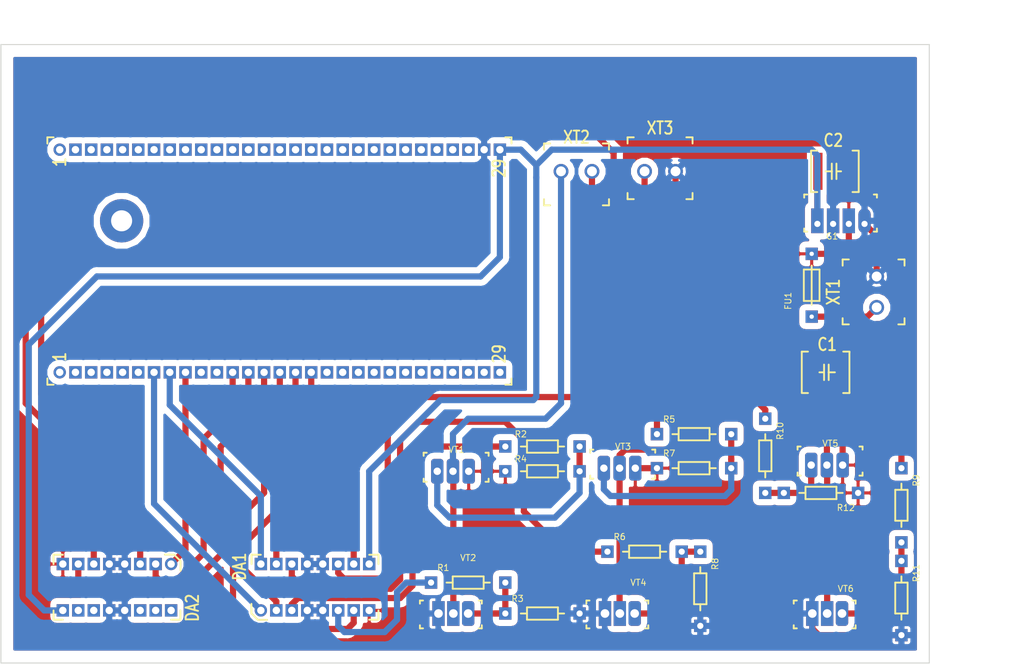
<source format=kicad_pcb>
(kicad_pcb (version 20171130) (host pcbnew "(5.0.0)")

  (general
    (thickness 1.6)
    (drawings 6)
    (tracks 197)
    (zones 0)
    (modules 28)
    (nets 81)
  )

  (page A4)
  (layers
    (0 F.Cu signal hide)
    (31 B.Cu signal)
    (32 B.Adhes user)
    (33 F.Adhes user)
    (34 B.Paste user)
    (35 F.Paste user)
    (36 B.SilkS user)
    (37 F.SilkS user)
    (38 B.Mask user)
    (39 F.Mask user)
    (40 Dwgs.User user)
    (41 Cmts.User user)
    (42 Eco1.User user)
    (43 Eco2.User user)
    (44 Edge.Cuts user)
    (45 Margin user)
    (46 B.CrtYd user)
    (47 F.CrtYd user)
    (48 B.Fab user)
    (49 F.Fab user)
  )

  (setup
    (last_trace_width 1)
    (trace_clearance 0.25)
    (zone_clearance 1)
    (zone_45_only no)
    (trace_min 0.2)
    (segment_width 0.2)
    (edge_width 0.15)
    (via_size 0.8)
    (via_drill 0.4)
    (via_min_size 0.4)
    (via_min_drill 0.3)
    (uvia_size 0.3)
    (uvia_drill 0.1)
    (uvias_allowed no)
    (uvia_min_size 0.2)
    (uvia_min_drill 0.1)
    (pcb_text_width 0.3)
    (pcb_text_size 1.5 1.5)
    (mod_edge_width 0.15)
    (mod_text_size 1 1)
    (mod_text_width 0.15)
    (pad_size 1.524 1.524)
    (pad_drill 0.762)
    (pad_to_mask_clearance 0.2)
    (aux_axis_origin 0 0)
    (visible_elements 7FFDFFFF)
    (pcbplotparams
      (layerselection 0x00000_ffffffff)
      (usegerberextensions false)
      (usegerberattributes false)
      (usegerberadvancedattributes false)
      (creategerberjobfile false)
      (excludeedgelayer false)
      (linewidth 0.300000)
      (plotframeref false)
      (viasonmask false)
      (mode 1)
      (useauxorigin false)
      (hpglpennumber 1)
      (hpglpenspeed 20)
      (hpglpendiameter 15.000000)
      (psnegative false)
      (psa4output false)
      (plotreference true)
      (plotvalue true)
      (plotinvisibletext false)
      (padsonsilk false)
      (subtractmaskfromsilk false)
      (outputformat 3)
      (mirror false)
      (drillshape 0)
      (scaleselection 1)
      (outputdirectory "../../../DXF/"))
  )

  (net 0 "")
  (net 1 "Net-(A1-Pad1)")
  (net 2 "Net-(A1-Pad2)")
  (net 3 "Net-(A1-Pad3)")
  (net 4 "Net-(A1-Pad4)")
  (net 5 "Net-(A1-Pad5)")
  (net 6 "Net-(A1-Pad6)")
  (net 7 Vcc)
  (net 8 -Vinput)
  (net 9 "Net-(A1-Pad23)")
  (net 10 "Net-(A1-Pad24)")
  (net 11 "Net-(A1-Pad25)")
  (net 12 "Net-(A1-Pad26)")
  (net 13 "Net-(A1-Pad27)")
  (net 14 "Net-(A1-Pad28)")
  (net 15 "Net-(A1-Pad29)")
  (net 16 "Net-(A1-Pad30)")
  (net 17 "Net-(A1-Pad31)")
  (net 18 "Net-(A1-Pad32)")
  (net 19 "Net-(A1-Pad33)")
  (net 20 Vinput)
  (net 21 "Net-(FU1-Pad1)")
  (net 22 "Net-(R1-Pad2)")
  (net 23 K2)
  (net 24 K1)
  (net 25 "Net-(R2-Pad2)")
  (net 26 "Net-(R5-Pad2)")
  (net 27 K3)
  (net 28 K4)
  (net 29 "Net-(R6-Pad2)")
  (net 30 "Net-(R11-Pad1)")
  (net 31 K6)
  (net 32 "Net-(R10-Pad2)")
  (net 33 K5)
  (net 34 "Net-(VT1-Pad2)")
  (net 35 "Net-(VT3-Pad2)")
  (net 36 "Net-(VT5-Pad2)")
  (net 37 "Net-(DA2-Pad9)")
  (net 38 "Net-(DA2-Pad10)")
  (net 39 "Net-(DA2-Pad11)")
  (net 40 "Net-(DA2-Pad14)")
  (net 41 "Net-(DA2-Pad15)")
  (net 42 2_E1)
  (net 43 "Net-(A1-Pad10)")
  (net 44 "Net-(A1-Pad11)")
  (net 45 1_in1)
  (net 46 1_in2)
  (net 47 2_in1)
  (net 48 2_in2)
  (net 49 1_in3)
  (net 50 1_in4)
  (net 51 "Net-(A1-Pad20)")
  (net 52 "Net-(A1-Pad21)")
  (net 53 "Net-(A1-Pad22)")
  (net 54 "Net-(A1-Pad34)")
  (net 55 "Net-(A1-Pad35)")
  (net 56 "Net-(A1-Pad36)")
  (net 57 "Net-(A1-Pad37)")
  (net 58 "Net-(A1-Pad38)")
  (net 59 "Net-(A1-Pad39)")
  (net 60 "Net-(A1-Pad40)")
  (net 61 "Net-(A1-Pad41)")
  (net 62 "Net-(A1-Pad42)")
  (net 63 "Net-(A1-Pad43)")
  (net 64 "Net-(A1-Pad44)")
  (net 65 "Net-(A1-Pad45)")
  (net 66 "Net-(A1-Pad46)")
  (net 67 "Net-(A1-Pad47)")
  (net 68 "Net-(A1-Pad48)")
  (net 69 "Net-(A1-Pad49)")
  (net 70 "Net-(A1-Pad50)")
  (net 71 "Net-(A1-Pad51)")
  (net 72 "Net-(A1-Pad52)")
  (net 73 "Net-(A1-Pad53)")
  (net 74 "Net-(A1-Pad54)")
  (net 75 "Net-(A1-Pad55)")
  (net 76 "Net-(A1-Pad56)")
  (net 77 1_E2)
  (net 78 1_E1)
  (net 79 "Net-(A1-Pad18)")
  (net 80 "Net-(A1-Pad19)")

  (net_class Default "Это класс цепей по умолчанию."
    (clearance 0.25)
    (trace_width 1)
    (via_dia 0.8)
    (via_drill 0.4)
    (uvia_dia 0.3)
    (uvia_drill 0.1)
    (add_net -Vinput)
    (add_net 1_E1)
    (add_net 1_E2)
    (add_net 1_in1)
    (add_net 1_in2)
    (add_net 1_in3)
    (add_net 1_in4)
    (add_net 2_E1)
    (add_net 2_in1)
    (add_net 2_in2)
    (add_net K1)
    (add_net K2)
    (add_net K3)
    (add_net K4)
    (add_net K5)
    (add_net K6)
    (add_net "Net-(A1-Pad1)")
    (add_net "Net-(A1-Pad10)")
    (add_net "Net-(A1-Pad11)")
    (add_net "Net-(A1-Pad18)")
    (add_net "Net-(A1-Pad19)")
    (add_net "Net-(A1-Pad2)")
    (add_net "Net-(A1-Pad20)")
    (add_net "Net-(A1-Pad21)")
    (add_net "Net-(A1-Pad22)")
    (add_net "Net-(A1-Pad23)")
    (add_net "Net-(A1-Pad24)")
    (add_net "Net-(A1-Pad25)")
    (add_net "Net-(A1-Pad26)")
    (add_net "Net-(A1-Pad27)")
    (add_net "Net-(A1-Pad28)")
    (add_net "Net-(A1-Pad29)")
    (add_net "Net-(A1-Pad3)")
    (add_net "Net-(A1-Pad30)")
    (add_net "Net-(A1-Pad31)")
    (add_net "Net-(A1-Pad32)")
    (add_net "Net-(A1-Pad33)")
    (add_net "Net-(A1-Pad34)")
    (add_net "Net-(A1-Pad35)")
    (add_net "Net-(A1-Pad36)")
    (add_net "Net-(A1-Pad37)")
    (add_net "Net-(A1-Pad38)")
    (add_net "Net-(A1-Pad39)")
    (add_net "Net-(A1-Pad4)")
    (add_net "Net-(A1-Pad40)")
    (add_net "Net-(A1-Pad41)")
    (add_net "Net-(A1-Pad42)")
    (add_net "Net-(A1-Pad43)")
    (add_net "Net-(A1-Pad44)")
    (add_net "Net-(A1-Pad45)")
    (add_net "Net-(A1-Pad46)")
    (add_net "Net-(A1-Pad47)")
    (add_net "Net-(A1-Pad48)")
    (add_net "Net-(A1-Pad49)")
    (add_net "Net-(A1-Pad5)")
    (add_net "Net-(A1-Pad50)")
    (add_net "Net-(A1-Pad51)")
    (add_net "Net-(A1-Pad52)")
    (add_net "Net-(A1-Pad53)")
    (add_net "Net-(A1-Pad54)")
    (add_net "Net-(A1-Pad55)")
    (add_net "Net-(A1-Pad56)")
    (add_net "Net-(A1-Pad6)")
    (add_net "Net-(DA2-Pad10)")
    (add_net "Net-(DA2-Pad11)")
    (add_net "Net-(DA2-Pad14)")
    (add_net "Net-(DA2-Pad15)")
    (add_net "Net-(DA2-Pad9)")
    (add_net "Net-(FU1-Pad1)")
    (add_net "Net-(R1-Pad2)")
    (add_net "Net-(R10-Pad2)")
    (add_net "Net-(R11-Pad1)")
    (add_net "Net-(R2-Pad2)")
    (add_net "Net-(R5-Pad2)")
    (add_net "Net-(R6-Pad2)")
    (add_net "Net-(VT1-Pad2)")
    (add_net "Net-(VT3-Pad2)")
    (add_net "Net-(VT5-Pad2)")
    (add_net Vcc)
    (add_net Vinput)
  )

  (module MOTOR_IMPORT_OTK:Транзистор_N_STP10NK60Z (layer F.Cu) (tedit 5B98E1EB) (tstamp 5B994452)
    (at 380.5 102 180)
    (path /5B96BF27)
    (fp_text reference VT2 (at 0 9 180) (layer F.SilkS)
      (effects (font (size 1 1) (thickness 0.15)))
    )
    (fp_text value Транзистор_полевой_N-канал (at 2.3 3.3 180) (layer F.Fab)
      (effects (font (size 1 1) (thickness 0.15)))
    )
    (fp_line (start 7.8 2.1) (end 7.3 2.1) (layer F.SilkS) (width 0.3))
    (fp_line (start 7.8 2.1) (end 7.8 1.6) (layer F.SilkS) (width 0.3))
    (fp_line (start -2.2 2.1) (end -2.2 1.6) (layer F.SilkS) (width 0.3))
    (fp_line (start -2.2 2.1) (end -1.7 2.1) (layer F.SilkS) (width 0.3))
    (fp_line (start 7.8 -2.4) (end 7.3 -2.4) (layer F.SilkS) (width 0.3))
    (fp_line (start 7.8 -2.4) (end 7.8 -1.9) (layer F.SilkS) (width 0.3))
    (fp_line (start -2.2 -2.4) (end -1.7 -2.4) (layer F.SilkS) (width 0.3))
    (fp_line (start -2.2 -2.4) (end -2.2 -1.9) (layer F.SilkS) (width 0.3))
    (pad 1 thru_hole roundrect (at 0 0 180) (size 2 4) (drill 1.4) (layers *.Cu *.Mask) (roundrect_rratio 0.25)
      (net 22 "Net-(R1-Pad2)"))
    (pad 2 thru_hole rect (at 2.4 0 180) (size 2 4) (drill 1.4) (layers *.Cu *.Mask)
      (net 34 "Net-(VT1-Pad2)"))
    (pad 3 thru_hole rect (at 4.8 0 180) (size 2 4) (drill 1.4) (layers *.Cu *.Mask)
      (net 8 -Vinput))
  )

  (module MOTOR_IMPORT_OTK:резистор-0,125Вт-DIP (layer F.Cu) (tedit 5B9BAED3) (tstamp 5B994300)
    (at 411 73)
    (path /5B96D2D3)
    (fp_text reference R5 (at 1.975 -2.4) (layer F.SilkS)
      (effects (font (size 1 1) (thickness 0.15)))
    )
    (fp_text value Резистор_0,125Вт (at 5 2) (layer F.Fab)
      (effects (font (size 1 1) (thickness 0.15)))
    )
    (fp_line (start 3.5 0) (end 2.5 0) (layer F.SilkS) (width 0.3))
    (fp_line (start 8.5 0) (end 9.5 0) (layer F.SilkS) (width 0.3))
    (fp_line (start 3.5 -1) (end 3.5 1) (layer F.SilkS) (width 0.3))
    (fp_line (start 3.5 1) (end 8.5 1) (layer F.SilkS) (width 0.3))
    (fp_line (start 8.5 1) (end 8.5 -1) (layer F.SilkS) (width 0.3))
    (fp_line (start 8.5 -1) (end 3.5 -1) (layer F.SilkS) (width 0.3))
    (pad 2 thru_hole rect (at 12 0) (size 2 2) (drill 1) (layers *.Cu *.Mask)
      (net 26 "Net-(R5-Pad2)"))
    (pad 1 thru_hole rect (at 0 0) (size 2 2) (drill 1) (layers *.Cu *.Mask)
      (net 27 K3))
  )

  (module MOTOR_IMPORT_OTK:резистор-0,125Вт-DIP (layer F.Cu) (tedit 5B9BAED3) (tstamp 5B994378)
    (at 374.5 97)
    (path /5B96D194)
    (fp_text reference R1 (at 1.975 -2.4) (layer F.SilkS)
      (effects (font (size 1 1) (thickness 0.15)))
    )
    (fp_text value Резистор_0,125Вт (at 5 2) (layer F.Fab)
      (effects (font (size 1 1) (thickness 0.15)))
    )
    (fp_line (start 3.5 0) (end 2.5 0) (layer F.SilkS) (width 0.3))
    (fp_line (start 8.5 0) (end 9.5 0) (layer F.SilkS) (width 0.3))
    (fp_line (start 3.5 -1) (end 3.5 1) (layer F.SilkS) (width 0.3))
    (fp_line (start 3.5 1) (end 8.5 1) (layer F.SilkS) (width 0.3))
    (fp_line (start 8.5 1) (end 8.5 -1) (layer F.SilkS) (width 0.3))
    (fp_line (start 8.5 -1) (end 3.5 -1) (layer F.SilkS) (width 0.3))
    (pad 2 thru_hole rect (at 12 0) (size 2 2) (drill 1) (layers *.Cu *.Mask)
      (net 22 "Net-(R1-Pad2)"))
    (pad 1 thru_hole rect (at 0 0) (size 2 2) (drill 1) (layers *.Cu *.Mask)
      (net 23 K2))
  )

  (module MOTOR_IMPORT_OTK:резистор-0,125Вт-DIP (layer F.Cu) (tedit 5BA0C575) (tstamp 5B9943A5)
    (at 386.5 75)
    (path /5B96D22D)
    (fp_text reference R2 (at 2.5 -2) (layer F.SilkS)
      (effects (font (size 1 1) (thickness 0.15)))
    )
    (fp_text value Резистор_0,125Вт (at 5.5 1.76) (layer F.Fab)
      (effects (font (size 1 1) (thickness 0.15)))
    )
    (fp_line (start 3.5 0) (end 2.5 0) (layer F.SilkS) (width 0.3))
    (fp_line (start 8.5 0) (end 9.5 0) (layer F.SilkS) (width 0.3))
    (fp_line (start 3.5 -1) (end 3.5 1) (layer F.SilkS) (width 0.3))
    (fp_line (start 3.5 1) (end 8.5 1) (layer F.SilkS) (width 0.3))
    (fp_line (start 8.5 1) (end 8.5 -1) (layer F.SilkS) (width 0.3))
    (fp_line (start 8.5 -1) (end 3.5 -1) (layer F.SilkS) (width 0.3))
    (pad 2 thru_hole rect (at 12 0) (size 2 2) (drill 1) (layers *.Cu *.Mask)
      (net 25 "Net-(R2-Pad2)"))
    (pad 1 thru_hole rect (at 0 0) (size 2 2) (drill 1) (layers *.Cu *.Mask)
      (net 24 K1))
  )

  (module MOTOR_IMPORT_OTK:резистор-0,125Вт-DIP (layer F.Cu) (tedit 5B9BAED3) (tstamp 5B9943FF)
    (at 386.5 102)
    (path /5B988F44)
    (fp_text reference R3 (at 1.975 -2.4) (layer F.SilkS)
      (effects (font (size 1 1) (thickness 0.15)))
    )
    (fp_text value Резистор_0,125Вт (at 5 2) (layer F.Fab)
      (effects (font (size 1 1) (thickness 0.15)))
    )
    (fp_line (start 3.5 0) (end 2.5 0) (layer F.SilkS) (width 0.3))
    (fp_line (start 8.5 0) (end 9.5 0) (layer F.SilkS) (width 0.3))
    (fp_line (start 3.5 -1) (end 3.5 1) (layer F.SilkS) (width 0.3))
    (fp_line (start 3.5 1) (end 8.5 1) (layer F.SilkS) (width 0.3))
    (fp_line (start 8.5 1) (end 8.5 -1) (layer F.SilkS) (width 0.3))
    (fp_line (start 8.5 -1) (end 3.5 -1) (layer F.SilkS) (width 0.3))
    (pad 2 thru_hole rect (at 12 0) (size 2 2) (drill 1) (layers *.Cu *.Mask)
      (net 8 -Vinput))
    (pad 1 thru_hole rect (at 0 0) (size 2 2) (drill 1) (layers *.Cu *.Mask)
      (net 22 "Net-(R1-Pad2)"))
  )

  (module MOTOR_IMPORT_OTK:резистор-0,125Вт-DIP (layer F.Cu) (tedit 5BA0C573) (tstamp 5B9943D2)
    (at 386.5 79)
    (path /5B98857C)
    (fp_text reference R4 (at 2.5 -2) (layer F.SilkS)
      (effects (font (size 1 1) (thickness 0.15)))
    )
    (fp_text value Резистор_0,125Вт (at 5 2) (layer F.Fab)
      (effects (font (size 1 1) (thickness 0.15)))
    )
    (fp_line (start 3.5 0) (end 2.5 0) (layer F.SilkS) (width 0.3))
    (fp_line (start 8.5 0) (end 9.5 0) (layer F.SilkS) (width 0.3))
    (fp_line (start 3.5 -1) (end 3.5 1) (layer F.SilkS) (width 0.3))
    (fp_line (start 3.5 1) (end 8.5 1) (layer F.SilkS) (width 0.3))
    (fp_line (start 8.5 1) (end 8.5 -1) (layer F.SilkS) (width 0.3))
    (fp_line (start 8.5 -1) (end 3.5 -1) (layer F.SilkS) (width 0.3))
    (pad 2 thru_hole rect (at 12 0) (size 2 2) (drill 1) (layers *.Cu *.Mask)
      (net 25 "Net-(R2-Pad2)"))
    (pad 1 thru_hole rect (at 0 0) (size 2 2) (drill 1) (layers *.Cu *.Mask)
      (net 20 Vinput))
  )

  (module MOTOR_IMPORT_OTK:резистор-0,125Вт-DIP (layer F.Cu) (tedit 5B9BAED3) (tstamp 5B997188)
    (at 403.000001 92)
    (path /5B96D4D7)
    (fp_text reference R6 (at 1.975 -2.4) (layer F.SilkS)
      (effects (font (size 1 1) (thickness 0.15)))
    )
    (fp_text value Резистор_0,125Вт (at 5 2) (layer F.Fab)
      (effects (font (size 1 1) (thickness 0.15)))
    )
    (fp_line (start 3.5 0) (end 2.5 0) (layer F.SilkS) (width 0.3))
    (fp_line (start 8.5 0) (end 9.5 0) (layer F.SilkS) (width 0.3))
    (fp_line (start 3.5 -1) (end 3.5 1) (layer F.SilkS) (width 0.3))
    (fp_line (start 3.5 1) (end 8.5 1) (layer F.SilkS) (width 0.3))
    (fp_line (start 8.5 1) (end 8.5 -1) (layer F.SilkS) (width 0.3))
    (fp_line (start 8.5 -1) (end 3.5 -1) (layer F.SilkS) (width 0.3))
    (pad 2 thru_hole rect (at 12 0) (size 2 2) (drill 1) (layers *.Cu *.Mask)
      (net 29 "Net-(R6-Pad2)"))
    (pad 1 thru_hole rect (at 0 0) (size 2 2) (drill 1) (layers *.Cu *.Mask)
      (net 28 K4))
  )

  (module MOTOR_IMPORT_OTK:резистор-0,125Вт-DIP (layer F.Cu) (tedit 5B9BAED3) (tstamp 5B9945D6)
    (at 410.999999 78.5)
    (path /5B98993E)
    (fp_text reference R7 (at 1.975 -2.4) (layer F.SilkS)
      (effects (font (size 1 1) (thickness 0.15)))
    )
    (fp_text value Резистор_0,125Вт (at 5 2) (layer F.Fab)
      (effects (font (size 1 1) (thickness 0.15)))
    )
    (fp_line (start 3.5 0) (end 2.5 0) (layer F.SilkS) (width 0.3))
    (fp_line (start 8.5 0) (end 9.5 0) (layer F.SilkS) (width 0.3))
    (fp_line (start 3.5 -1) (end 3.5 1) (layer F.SilkS) (width 0.3))
    (fp_line (start 3.5 1) (end 8.5 1) (layer F.SilkS) (width 0.3))
    (fp_line (start 8.5 1) (end 8.5 -1) (layer F.SilkS) (width 0.3))
    (fp_line (start 8.5 -1) (end 3.5 -1) (layer F.SilkS) (width 0.3))
    (pad 2 thru_hole rect (at 12 0) (size 2 2) (drill 1) (layers *.Cu *.Mask)
      (net 26 "Net-(R5-Pad2)"))
    (pad 1 thru_hole rect (at 0 0) (size 2 2) (drill 1) (layers *.Cu *.Mask)
      (net 20 Vinput))
  )

  (module MOTOR_IMPORT_OTK:резистор-0,125Вт-DIP (layer F.Cu) (tedit 5B9BAED3) (tstamp 5B9971B5)
    (at 418 92 270)
    (path /5B989408)
    (fp_text reference R8 (at 1.975 -2.4 270) (layer F.SilkS)
      (effects (font (size 1 1) (thickness 0.15)))
    )
    (fp_text value Резистор_0,125Вт (at 5 2 270) (layer F.Fab)
      (effects (font (size 1 1) (thickness 0.15)))
    )
    (fp_line (start 3.5 0) (end 2.5 0) (layer F.SilkS) (width 0.3))
    (fp_line (start 8.5 0) (end 9.5 0) (layer F.SilkS) (width 0.3))
    (fp_line (start 3.5 -1) (end 3.5 1) (layer F.SilkS) (width 0.3))
    (fp_line (start 3.5 1) (end 8.5 1) (layer F.SilkS) (width 0.3))
    (fp_line (start 8.5 1) (end 8.5 -1) (layer F.SilkS) (width 0.3))
    (fp_line (start 8.5 -1) (end 3.5 -1) (layer F.SilkS) (width 0.3))
    (pad 2 thru_hole rect (at 12 0 270) (size 2 2) (drill 1) (layers *.Cu *.Mask)
      (net 8 -Vinput))
    (pad 1 thru_hole rect (at 0 0 270) (size 2 2) (drill 1) (layers *.Cu *.Mask)
      (net 29 "Net-(R6-Pad2)"))
  )

  (module MOTOR_IMPORT_OTK:резистор-0,125Вт-DIP (layer F.Cu) (tedit 5B9BAED3) (tstamp 5B99465D)
    (at 450.5 78.5 270)
    (path /5B9CBB7A)
    (fp_text reference R9 (at 1.975 -2.4 270) (layer F.SilkS)
      (effects (font (size 1 1) (thickness 0.15)))
    )
    (fp_text value Резистор_0,125Вт (at 5 2 270) (layer F.Fab)
      (effects (font (size 1 1) (thickness 0.15)))
    )
    (fp_line (start 3.5 0) (end 2.5 0) (layer F.SilkS) (width 0.3))
    (fp_line (start 8.5 0) (end 9.5 0) (layer F.SilkS) (width 0.3))
    (fp_line (start 3.5 -1) (end 3.5 1) (layer F.SilkS) (width 0.3))
    (fp_line (start 3.5 1) (end 8.5 1) (layer F.SilkS) (width 0.3))
    (fp_line (start 8.5 1) (end 8.5 -1) (layer F.SilkS) (width 0.3))
    (fp_line (start 8.5 -1) (end 3.5 -1) (layer F.SilkS) (width 0.3))
    (pad 2 thru_hole rect (at 12 0 270) (size 2 2) (drill 1) (layers *.Cu *.Mask)
      (net 30 "Net-(R11-Pad1)"))
    (pad 1 thru_hole rect (at 0 0 270) (size 2 2) (drill 1) (layers *.Cu *.Mask)
      (net 31 K6))
  )

  (module MOTOR_IMPORT_OTK:резистор-0,125Вт-DIP (layer F.Cu) (tedit 5B9BAED3) (tstamp 5B994630)
    (at 428.5 70.5 270)
    (path /5B9CBB80)
    (fp_text reference R10 (at 1.975 -2.4 270) (layer F.SilkS)
      (effects (font (size 1 1) (thickness 0.15)))
    )
    (fp_text value Резистор_0,125Вт (at 5 2 270) (layer F.Fab)
      (effects (font (size 1 1) (thickness 0.15)))
    )
    (fp_line (start 3.5 0) (end 2.5 0) (layer F.SilkS) (width 0.3))
    (fp_line (start 8.5 0) (end 9.5 0) (layer F.SilkS) (width 0.3))
    (fp_line (start 3.5 -1) (end 3.5 1) (layer F.SilkS) (width 0.3))
    (fp_line (start 3.5 1) (end 8.5 1) (layer F.SilkS) (width 0.3))
    (fp_line (start 8.5 1) (end 8.5 -1) (layer F.SilkS) (width 0.3))
    (fp_line (start 8.5 -1) (end 3.5 -1) (layer F.SilkS) (width 0.3))
    (pad 2 thru_hole rect (at 12 0 270) (size 2 2) (drill 1) (layers *.Cu *.Mask)
      (net 32 "Net-(R10-Pad2)"))
    (pad 1 thru_hole rect (at 0 0 270) (size 2 2) (drill 1) (layers *.Cu *.Mask)
      (net 33 K5))
  )

  (module MOTOR_IMPORT_OTK:резистор-0,125Вт-DIP (layer F.Cu) (tedit 5B9BAED3) (tstamp 5B994525)
    (at 450.5 93.500001 270)
    (path /5B9CBB92)
    (fp_text reference R11 (at 1.975 -2.4 270) (layer F.SilkS)
      (effects (font (size 1 1) (thickness 0.15)))
    )
    (fp_text value Резистор_0,125Вт (at 5 2 270) (layer F.Fab)
      (effects (font (size 1 1) (thickness 0.15)))
    )
    (fp_line (start 3.5 0) (end 2.5 0) (layer F.SilkS) (width 0.3))
    (fp_line (start 8.5 0) (end 9.5 0) (layer F.SilkS) (width 0.3))
    (fp_line (start 3.5 -1) (end 3.5 1) (layer F.SilkS) (width 0.3))
    (fp_line (start 3.5 1) (end 8.5 1) (layer F.SilkS) (width 0.3))
    (fp_line (start 8.5 1) (end 8.5 -1) (layer F.SilkS) (width 0.3))
    (fp_line (start 8.5 -1) (end 3.5 -1) (layer F.SilkS) (width 0.3))
    (pad 2 thru_hole rect (at 12 0 270) (size 2 2) (drill 1) (layers *.Cu *.Mask)
      (net 8 -Vinput))
    (pad 1 thru_hole rect (at 0 0 270) (size 2 2) (drill 1) (layers *.Cu *.Mask)
      (net 30 "Net-(R11-Pad1)"))
  )

  (module MOTOR_IMPORT_OTK:резистор-0,125Вт-DIP (layer F.Cu) (tedit 5B9BAED3) (tstamp 5B994552)
    (at 443.5 82.5 180)
    (path /5B9CBB8B)
    (fp_text reference R12 (at 1.975 -2.4 180) (layer F.SilkS)
      (effects (font (size 1 1) (thickness 0.15)))
    )
    (fp_text value Резистор_0,125Вт (at 5 2 180) (layer F.Fab)
      (effects (font (size 1 1) (thickness 0.15)))
    )
    (fp_line (start 3.5 0) (end 2.5 0) (layer F.SilkS) (width 0.3))
    (fp_line (start 8.5 0) (end 9.5 0) (layer F.SilkS) (width 0.3))
    (fp_line (start 3.5 -1) (end 3.5 1) (layer F.SilkS) (width 0.3))
    (fp_line (start 3.5 1) (end 8.5 1) (layer F.SilkS) (width 0.3))
    (fp_line (start 8.5 1) (end 8.5 -1) (layer F.SilkS) (width 0.3))
    (fp_line (start 8.5 -1) (end 3.5 -1) (layer F.SilkS) (width 0.3))
    (pad 2 thru_hole rect (at 12 0 180) (size 2 2) (drill 1) (layers *.Cu *.Mask)
      (net 32 "Net-(R10-Pad2)"))
    (pad 1 thru_hole rect (at 0 0 180) (size 2 2) (drill 1) (layers *.Cu *.Mask)
      (net 20 Vinput))
  )

  (module MOTOR_IMPORT_OTK:DIP16 (layer F.Cu) (tedit 5B97AAB0) (tstamp 5B994711)
    (at 347 101.5 90)
    (path /5B96BA2B)
    (fp_text reference DA1 (at 7.08 -3.44 90) (layer F.SilkS)
      (effects (font (size 2 1.6) (thickness 0.3)))
    )
    (fp_text value KP1128KT3 (at 4 17.5 90) (layer F.Fab)
      (effects (font (size 1 1) (thickness 0.15)))
    )
    (fp_line (start -0.5 -1.5) (end -1.5 -0.5) (layer F.SilkS) (width 0.3))
    (fp_line (start -1.524 -0.4572) (end -1.524 1.016) (layer F.SilkS) (width 0.3))
    (fp_line (start -0.508 -1.524) (end 1.0668 -1.524) (layer F.SilkS) (width 0.3))
    (fp_line (start -1.5 19) (end 0 19) (layer F.SilkS) (width 0.3))
    (fp_line (start -1.5 19) (end -1.5 17.5) (layer F.SilkS) (width 0.3))
    (fp_line (start 9 19) (end 7.5 19) (layer F.SilkS) (width 0.3))
    (fp_line (start 9 19) (end 9 17.5) (layer F.SilkS) (width 0.3))
    (fp_line (start 9 -1.5) (end 7.5 -1.5) (layer F.SilkS) (width 0.3))
    (fp_line (start 9 -1.5) (end 9 0) (layer F.SilkS) (width 0.3))
    (pad 16 thru_hole rect (at 7.5 17.5 90) (size 2 2) (drill 1.2) (layers *.Cu *.Mask)
      (net 7 Vcc))
    (pad 15 thru_hole rect (at 7.5 15 90) (size 2 2) (drill 1.2) (layers *.Cu *.Mask)
      (net 50 1_in4))
    (pad 14 thru_hole rect (at 7.5 12.5 90) (size 2 2) (drill 1.2) (layers *.Cu *.Mask)
      (net 27 K3))
    (pad 13 thru_hole rect (at 7.5 10 90) (size 2 2) (drill 1.2) (layers *.Cu *.Mask)
      (net 8 -Vinput))
    (pad 12 thru_hole rect (at 7.5 7.5 90) (size 2 2) (drill 1.2) (layers *.Cu *.Mask)
      (net 8 -Vinput))
    (pad 11 thru_hole rect (at 7.5 5 90) (size 2 2) (drill 1.2) (layers *.Cu *.Mask)
      (net 28 K4))
    (pad 10 thru_hole rect (at 7.5 2.5 90) (size 2 2) (drill 1.2) (layers *.Cu *.Mask)
      (net 49 1_in3))
    (pad 9 thru_hole rect (at 7.5 0 90) (size 2 2) (drill 1.2) (layers *.Cu *.Mask)
      (net 77 1_E2))
    (pad 8 thru_hole rect (at 0 17.5 90) (size 2 2) (drill 1.2) (layers *.Cu *.Paste *.Mask)
      (net 20 Vinput))
    (pad 7 thru_hole rect (at 0 15 90) (size 2 2) (drill 1.2) (layers *.Cu *.Paste *.Mask)
      (net 46 1_in2))
    (pad 6 thru_hole rect (at 0 12.5 90) (size 2 2) (drill 1.2) (layers *.Cu *.Paste *.Mask)
      (net 23 K2))
    (pad 5 thru_hole rect (at 0 10 90) (size 2 2) (drill 1.2) (layers *.Cu *.Paste *.Mask)
      (net 8 -Vinput))
    (pad 4 thru_hole rect (at 0 7.5 90) (size 2 2) (drill 1.2) (layers *.Cu *.Paste *.Mask)
      (net 8 -Vinput))
    (pad 3 thru_hole rect (at 0 5 90) (size 2 2) (drill 1.2) (layers *.Cu *.Paste *.Mask)
      (net 24 K1))
    (pad 2 thru_hole rect (at 0 2.5 90) (size 2 2) (drill 1.2) (layers *.Cu *.Paste *.Mask)
      (net 45 1_in1))
    (pad 1 thru_hole circle (at 0 0 90) (size 2 2) (drill 1.2) (layers *.Cu *.Paste *.Mask)
      (net 78 1_E1))
    (model //kb.ru/dfs/share/060/kicad/3D/DIP8.wrl
      (at (xyz 0 0 0))
      (scale (xyz 0.3937 0.3937 0.3937))
      (rotate (xyz 270 0 0))
    )
  )

  (module MOTOR_IMPORT_OTK:Модуль_питания_AM1S_Z (layer F.Cu) (tedit 5B991D65) (tstamp 5B99434B)
    (at 444.54 39 180)
    (path /5B96AC0E)
    (fp_text reference G1 (at 5.25 -2 180) (layer F.SilkS)
      (effects (font (size 1 1) (thickness 0.15)))
    )
    (fp_text value AM1S-Z (at 4.75 5.75 180) (layer F.Fab)
      (effects (font (size 1 1) (thickness 0.15)))
    )
    (fp_line (start -2 -1.25) (end -1.5 -1.25) (layer F.SilkS) (width 0.3))
    (fp_line (start -2 -1.25) (end -2 -0.75) (layer F.SilkS) (width 0.3))
    (fp_line (start -2 4.75) (end -1.5 4.75) (layer F.SilkS) (width 0.3))
    (fp_line (start -2 4.75) (end -2 4.25) (layer F.SilkS) (width 0.3))
    (fp_line (start 9.75 4.75) (end 9.25 4.75) (layer F.SilkS) (width 0.3))
    (fp_line (start 9.75 4.75) (end 9.75 4.25) (layer F.SilkS) (width 0.3))
    (fp_line (start 9.75 -1.25) (end 9.25 -1.25) (layer F.SilkS) (width 0.3))
    (fp_line (start 9.75 -1.25) (end 9.75 -0.75) (layer F.SilkS) (width 0.3))
    (pad 4 thru_hole rect (at 7.62 0 180) (size 2 4) (drill 1 (offset 0 0.5)) (layers *.Cu *.Mask)
      (net 7 Vcc))
    (pad 3 thru_hole rect (at 5.08 0 180) (size 2 4) (drill 1 (offset 0 0.5)) (layers *.Cu *.Mask)
      (net 8 -Vinput))
    (pad 2 thru_hole rect (at 2.54 0 180) (size 2 4) (drill 1 (offset 0 0.5)) (layers *.Cu *.Mask)
      (net 20 Vinput))
    (pad 1 thru_hole oval (at 0 0 180) (size 2 4) (drill 1 (offset 0 0.5)) (layers *.Cu *.Mask)
      (net 8 -Vinput))
  )

  (module MOTOR_RLC:Конденсатор_SMD_2220 (layer F.Cu) (tedit 5B584EB0) (tstamp 5B99428D)
    (at 435.5 63)
    (path /5B96AD75)
    (fp_text reference C1 (at 3 -4.5 180) (layer F.SilkS)
      (effects (font (size 2 1.6) (thickness 0.3)))
    )
    (fp_text value К10-83-50В-1,5мкФ (at 0.25 3.75) (layer F.Fab)
      (effects (font (size 1 1) (thickness 0.15)))
    )
    (fp_line (start 6.6 -3.35) (end 6.6 -3.17) (layer F.SilkS) (width 0.3))
    (fp_line (start -1.1 -3.35) (end -1.1 -3.2) (layer F.SilkS) (width 0.3))
    (fp_line (start 6.6 3.34) (end 6.6 3.19) (layer F.SilkS) (width 0.3))
    (fp_line (start 6.59 3.35) (end 5.59 3.35) (layer F.SilkS) (width 0.3))
    (fp_line (start 6.6 -3.35) (end 5.6 -3.35) (layer F.SilkS) (width 0.3))
    (fp_line (start -1.1 3.35) (end -0.1 3.35) (layer F.SilkS) (width 0.3))
    (fp_line (start -1.1 -3.35) (end -0.1 -3.35) (layer F.SilkS) (width 0.3))
    (fp_line (start -1.1 -3.2) (end -1.1 3.3) (layer F.SilkS) (width 0.3))
    (fp_line (start 6.6 3.25) (end 6.6 -3.25) (layer F.SilkS) (width 0.3))
    (fp_line (start 2.5 0) (end 1.75 0) (layer F.SilkS) (width 0.3))
    (fp_line (start 3.25 0) (end 4.25 0) (layer F.SilkS) (width 0.3))
    (fp_line (start 2.5 0) (end 2.5 1.25) (layer F.SilkS) (width 0.3))
    (fp_line (start 2.5 0) (end 2.5 -1.25) (layer F.SilkS) (width 0.3))
    (fp_line (start 3.25 0) (end 3.25 1.25) (layer F.SilkS) (width 0.3))
    (fp_line (start 3.25 0) (end 3.25 -1.25) (layer F.SilkS) (width 0.3))
    (pad 1 smd rect (at 0 0) (size 1.5 6) (layers F.Cu F.Paste F.Mask)
      (net 8 -Vinput))
    (pad 2 smd rect (at 5.5 0) (size 1.5 6) (layers F.Cu F.Paste F.Mask)
      (net 20 Vinput))
    (model "${MOTOR_3D}/Конденсатор 2220.wrl"
      (offset (xyz 0 -2.539999961853027 0))
      (scale (xyz 0.3937 0.3937 0.3937))
      (rotate (xyz 0 0 0))
    )
  )

  (module MOTOR_RLC:Конденсатор_SMD_2220 (layer F.Cu) (tedit 5B584EB0) (tstamp 5B9942C9)
    (at 442.5 30.5 180)
    (path /5B96ADFB)
    (fp_text reference C2 (at 3 5) (layer F.SilkS)
      (effects (font (size 2 1.6) (thickness 0.3)))
    )
    (fp_text value К10-83-50В-1,5мкФ (at 0.25 3.75 180) (layer F.Fab)
      (effects (font (size 1 1) (thickness 0.15)))
    )
    (fp_line (start 3.25 0) (end 3.25 -1.25) (layer F.SilkS) (width 0.3))
    (fp_line (start 3.25 0) (end 3.25 1.25) (layer F.SilkS) (width 0.3))
    (fp_line (start 2.5 0) (end 2.5 -1.25) (layer F.SilkS) (width 0.3))
    (fp_line (start 2.5 0) (end 2.5 1.25) (layer F.SilkS) (width 0.3))
    (fp_line (start 3.25 0) (end 4.25 0) (layer F.SilkS) (width 0.3))
    (fp_line (start 2.5 0) (end 1.75 0) (layer F.SilkS) (width 0.3))
    (fp_line (start 6.6 3.25) (end 6.6 -3.25) (layer F.SilkS) (width 0.3))
    (fp_line (start -1.1 -3.2) (end -1.1 3.3) (layer F.SilkS) (width 0.3))
    (fp_line (start -1.1 -3.35) (end -0.1 -3.35) (layer F.SilkS) (width 0.3))
    (fp_line (start -1.1 3.35) (end -0.1 3.35) (layer F.SilkS) (width 0.3))
    (fp_line (start 6.6 -3.35) (end 5.6 -3.35) (layer F.SilkS) (width 0.3))
    (fp_line (start 6.59 3.35) (end 5.59 3.35) (layer F.SilkS) (width 0.3))
    (fp_line (start 6.6 3.34) (end 6.6 3.19) (layer F.SilkS) (width 0.3))
    (fp_line (start -1.1 -3.35) (end -1.1 -3.2) (layer F.SilkS) (width 0.3))
    (fp_line (start 6.6 -3.35) (end 6.6 -3.17) (layer F.SilkS) (width 0.3))
    (pad 2 smd rect (at 5.5 0 180) (size 1.5 6) (layers F.Cu F.Paste F.Mask)
      (net 7 Vcc))
    (pad 1 smd rect (at 0 0 180) (size 1.5 6) (layers F.Cu F.Paste F.Mask)
      (net 8 -Vinput))
    (model "${MOTOR_3D}/Конденсатор 2220.wrl"
      (offset (xyz 0 -2.539999961853027 0))
      (scale (xyz 0.3937 0.3937 0.3937))
      (rotate (xyz 0 0 0))
    )
  )

  (module MOTOR_IMPORT_OTK:Предохранитель_R700 (layer F.Cu) (tedit 5B98E4B4) (tstamp 5B994328)
    (at 436 54 90)
    (path /5B98E14D)
    (fp_text reference FU1 (at 2.54 -3.81 90) (layer F.SilkS)
      (effects (font (size 1 1) (thickness 0.15)))
    )
    (fp_text value Предохранитель (at 5.08 2.54 90) (layer F.Fab)
      (effects (font (size 1 1) (thickness 0.15)))
    )
    (fp_line (start 2.54 -1.27) (end 2.54 1.27) (layer F.SilkS) (width 0.3))
    (fp_line (start 2.54 1.27) (end 7.62 1.27) (layer F.SilkS) (width 0.3))
    (fp_line (start 7.62 1.27) (end 7.62 -1.27) (layer F.SilkS) (width 0.3))
    (fp_line (start 7.62 -1.27) (end 2.54 -1.27) (layer F.SilkS) (width 0.3))
    (fp_line (start 1.905 0) (end 8.255 0) (layer F.SilkS) (width 0.3))
    (pad 1 thru_hole rect (at 0 0 90) (size 2 2) (drill 0.7) (layers *.Cu *.Mask)
      (net 21 "Net-(FU1-Pad1)"))
    (pad 2 thru_hole rect (at 10.16 0 90) (size 2 2) (drill 0.7) (layers *.Cu *.Mask)
      (net 20 Vinput))
  )

  (module MOTOR_IMPORT_OTK:Транзистор_P_IRF9Z24NPBF (layer F.Cu) (tedit 5B98E252) (tstamp 5B99457E)
    (at 375.5 79)
    (path /5B96C532)
    (fp_text reference VT1 (at 3.1 -3.5) (layer F.SilkS)
      (effects (font (size 1 1) (thickness 0.15)))
    )
    (fp_text value Транзистор_полевой_P-канал (at 2.4 2.9) (layer F.Fab)
      (effects (font (size 1 1) (thickness 0.15)))
    )
    (fp_line (start -2.2 -3) (end -1.7 -3) (layer F.SilkS) (width 0.3))
    (fp_line (start -2.2 -3) (end -2.2 -2.5) (layer F.SilkS) (width 0.3))
    (fp_line (start 8.3 -3) (end 8.3 -2.5) (layer F.SilkS) (width 0.3))
    (fp_line (start 8.3 -3) (end 7.8 -3) (layer F.SilkS) (width 0.3))
    (fp_line (start 8.3 1.7) (end 8.3 1.2) (layer F.SilkS) (width 0.3))
    (fp_line (start 8.3 1.7) (end 7.8 1.7) (layer F.SilkS) (width 0.3))
    (fp_line (start -2.2 1.7) (end -1.7 1.7) (layer F.SilkS) (width 0.3))
    (fp_line (start -2.2 1.7) (end -2.2 1.2) (layer F.SilkS) (width 0.3))
    (pad 3 thru_hole roundrect (at 5.08 0) (size 2 4) (drill 1.2) (layers *.Cu *.Mask) (roundrect_rratio 0.25)
      (net 20 Vinput))
    (pad 2 thru_hole roundrect (at 2.54 0) (size 2 4) (drill 1.2) (layers *.Cu *.Mask) (roundrect_rratio 0.25)
      (net 34 "Net-(VT1-Pad2)"))
    (pad 1 thru_hole roundrect (at 0 0) (size 2 4) (drill 1.2) (layers *.Cu *.Mask) (roundrect_rratio 0.25)
      (net 25 "Net-(R2-Pad2)"))
  )

  (module MOTOR_IMPORT_OTK:Транзистор_P_IRF9Z24NPBF (layer F.Cu) (tedit 5B98E252) (tstamp 5B99447C)
    (at 402.42 78.5)
    (path /5B96C617)
    (fp_text reference VT3 (at 3.1 -3.5) (layer F.SilkS)
      (effects (font (size 1 1) (thickness 0.15)))
    )
    (fp_text value Транзистор_полевой_P-канал (at 2.4 2.9) (layer F.Fab)
      (effects (font (size 1 1) (thickness 0.15)))
    )
    (fp_line (start -2.2 1.7) (end -2.2 1.2) (layer F.SilkS) (width 0.3))
    (fp_line (start -2.2 1.7) (end -1.7 1.7) (layer F.SilkS) (width 0.3))
    (fp_line (start 8.3 1.7) (end 7.8 1.7) (layer F.SilkS) (width 0.3))
    (fp_line (start 8.3 1.7) (end 8.3 1.2) (layer F.SilkS) (width 0.3))
    (fp_line (start 8.3 -3) (end 7.8 -3) (layer F.SilkS) (width 0.3))
    (fp_line (start 8.3 -3) (end 8.3 -2.5) (layer F.SilkS) (width 0.3))
    (fp_line (start -2.2 -3) (end -2.2 -2.5) (layer F.SilkS) (width 0.3))
    (fp_line (start -2.2 -3) (end -1.7 -3) (layer F.SilkS) (width 0.3))
    (pad 1 thru_hole roundrect (at 0 0) (size 2 4) (drill 1.2) (layers *.Cu *.Mask) (roundrect_rratio 0.25)
      (net 26 "Net-(R5-Pad2)"))
    (pad 2 thru_hole roundrect (at 2.54 0) (size 2 4) (drill 1.2) (layers *.Cu *.Mask) (roundrect_rratio 0.25)
      (net 35 "Net-(VT3-Pad2)"))
    (pad 3 thru_hole roundrect (at 5.08 0) (size 2 4) (drill 1.2) (layers *.Cu *.Mask) (roundrect_rratio 0.25)
      (net 20 Vinput))
  )

  (module MOTOR_IMPORT_OTK:Транзистор_N_STP10NK60Z (layer F.Cu) (tedit 5B98E1EB) (tstamp 5B99715D)
    (at 407.4 102 180)
    (path /5B96BF88)
    (fp_text reference VT4 (at -0.6 5 180) (layer F.SilkS)
      (effects (font (size 1 1) (thickness 0.15)))
    )
    (fp_text value Транзистор_полевой_N-канал (at 2.3 3.3 180) (layer F.Fab)
      (effects (font (size 1 1) (thickness 0.15)))
    )
    (fp_line (start -2.2 -2.4) (end -2.2 -1.9) (layer F.SilkS) (width 0.3))
    (fp_line (start -2.2 -2.4) (end -1.7 -2.4) (layer F.SilkS) (width 0.3))
    (fp_line (start 7.8 -2.4) (end 7.8 -1.9) (layer F.SilkS) (width 0.3))
    (fp_line (start 7.8 -2.4) (end 7.3 -2.4) (layer F.SilkS) (width 0.3))
    (fp_line (start -2.2 2.1) (end -1.7 2.1) (layer F.SilkS) (width 0.3))
    (fp_line (start -2.2 2.1) (end -2.2 1.6) (layer F.SilkS) (width 0.3))
    (fp_line (start 7.8 2.1) (end 7.8 1.6) (layer F.SilkS) (width 0.3))
    (fp_line (start 7.8 2.1) (end 7.3 2.1) (layer F.SilkS) (width 0.3))
    (pad 3 thru_hole rect (at 4.8 0 180) (size 2 4) (drill 1.4) (layers *.Cu *.Mask)
      (net 8 -Vinput))
    (pad 2 thru_hole rect (at 2.4 0 180) (size 2 4) (drill 1.4) (layers *.Cu *.Mask)
      (net 35 "Net-(VT3-Pad2)"))
    (pad 1 thru_hole roundrect (at 0 0 180) (size 2 4) (drill 1.4) (layers *.Cu *.Mask) (roundrect_rratio 0.25)
      (net 29 "Net-(R6-Pad2)"))
  )

  (module MOTOR_IMPORT_OTK:Транзистор_P_IRF9Z24NPBF (layer F.Cu) (tedit 5B98E252) (tstamp 5B9944D0)
    (at 435.92 78)
    (path /5B9CBB74)
    (fp_text reference VT5 (at 3.1 -3.5) (layer F.SilkS)
      (effects (font (size 1 1) (thickness 0.15)))
    )
    (fp_text value Транзистор_полевой_P-канал (at 2.4 2.9) (layer F.Fab)
      (effects (font (size 1 1) (thickness 0.15)))
    )
    (fp_line (start -2.2 1.7) (end -2.2 1.2) (layer F.SilkS) (width 0.3))
    (fp_line (start -2.2 1.7) (end -1.7 1.7) (layer F.SilkS) (width 0.3))
    (fp_line (start 8.3 1.7) (end 7.8 1.7) (layer F.SilkS) (width 0.3))
    (fp_line (start 8.3 1.7) (end 8.3 1.2) (layer F.SilkS) (width 0.3))
    (fp_line (start 8.3 -3) (end 7.8 -3) (layer F.SilkS) (width 0.3))
    (fp_line (start 8.3 -3) (end 8.3 -2.5) (layer F.SilkS) (width 0.3))
    (fp_line (start -2.2 -3) (end -2.2 -2.5) (layer F.SilkS) (width 0.3))
    (fp_line (start -2.2 -3) (end -1.7 -3) (layer F.SilkS) (width 0.3))
    (pad 1 thru_hole roundrect (at 0 0) (size 2 4) (drill 1.2) (layers *.Cu *.Mask) (roundrect_rratio 0.25)
      (net 32 "Net-(R10-Pad2)"))
    (pad 2 thru_hole roundrect (at 2.54 0) (size 2 4) (drill 1.2) (layers *.Cu *.Mask) (roundrect_rratio 0.25)
      (net 36 "Net-(VT5-Pad2)"))
    (pad 3 thru_hole roundrect (at 5.08 0) (size 2 4) (drill 1.2) (layers *.Cu *.Mask) (roundrect_rratio 0.25)
      (net 20 Vinput))
  )

  (module MOTOR_IMPORT_OTK:Транзистор_N_STP10NK60Z (layer F.Cu) (tedit 5B98E1EB) (tstamp 5B9944FA)
    (at 440.9 102 180)
    (path /5B9CBB6E)
    (fp_text reference VT6 (at -0.6 4 180) (layer F.SilkS)
      (effects (font (size 1 1) (thickness 0.15)))
    )
    (fp_text value Транзистор_полевой_N-канал (at 2.3 3.3 180) (layer F.Fab)
      (effects (font (size 1 1) (thickness 0.15)))
    )
    (fp_line (start 7.8 2.1) (end 7.3 2.1) (layer F.SilkS) (width 0.3))
    (fp_line (start 7.8 2.1) (end 7.8 1.6) (layer F.SilkS) (width 0.3))
    (fp_line (start -2.2 2.1) (end -2.2 1.6) (layer F.SilkS) (width 0.3))
    (fp_line (start -2.2 2.1) (end -1.7 2.1) (layer F.SilkS) (width 0.3))
    (fp_line (start 7.8 -2.4) (end 7.3 -2.4) (layer F.SilkS) (width 0.3))
    (fp_line (start 7.8 -2.4) (end 7.8 -1.9) (layer F.SilkS) (width 0.3))
    (fp_line (start -2.2 -2.4) (end -1.7 -2.4) (layer F.SilkS) (width 0.3))
    (fp_line (start -2.2 -2.4) (end -2.2 -1.9) (layer F.SilkS) (width 0.3))
    (pad 1 thru_hole roundrect (at 0 0 180) (size 2 4) (drill 1.4) (layers *.Cu *.Mask) (roundrect_rratio 0.25)
      (net 30 "Net-(R11-Pad1)"))
    (pad 2 thru_hole rect (at 2.4 0 180) (size 2 4) (drill 1.4) (layers *.Cu *.Mask)
      (net 36 "Net-(VT5-Pad2)"))
    (pad 3 thru_hole rect (at 4.8 0 180) (size 2 4) (drill 1.4) (layers *.Cu *.Mask)
      (net 8 -Vinput))
  )

  (module MOTOR_IMPORT_OTK:Соединитель_СКПП-1,0-5Г-2х2 (layer F.Cu) (tedit 5B58BEBC) (tstamp 5B99442A)
    (at 446.5 52.5 90)
    (path /5B96A661)
    (fp_text reference XT1 (at 2.5 -7 270) (layer F.SilkS)
      (effects (font (size 2 1.6) (thickness 0.3)))
    )
    (fp_text value "СКПП-1,0-5Г-2х2(л)" (at -13.710001 6.849999 90) (layer F.Fab)
      (effects (font (size 1 1) (thickness 0.15)))
    )
    (fp_line (start 6.75 4.5) (end 7.75 4.5) (layer F.SilkS) (width 0.3))
    (fp_line (start 7.75 4.5) (end 7.75 3.5) (layer F.SilkS) (width 0.3))
    (fp_line (start -2.75 3.5) (end -2.75 4.5) (layer F.SilkS) (width 0.3))
    (fp_line (start -2.75 4.5) (end -1.75 4.5) (layer F.SilkS) (width 0.3))
    (fp_line (start -1.75 -5.5) (end -2.75 -5.5) (layer F.SilkS) (width 0.3))
    (fp_line (start -2.75 -5.5) (end -2.75 -4.5) (layer F.SilkS) (width 0.3))
    (fp_line (start 6.75 -5.5) (end 7.75 -5.5) (layer F.SilkS) (width 0.3))
    (fp_line (start 7.75 -5.5) (end 7.75 -4.5) (layer F.SilkS) (width 0.3))
    (pad 2 thru_hole circle (at 5 0 90) (size 2.4 2.4) (drill 1.6) (layers *.Cu *.Paste *.Mask)
      (net 8 -Vinput))
    (pad 1 thru_hole circle (at 0 0 90) (size 2.4 2.4) (drill 1.6) (layers *.Cu *.Paste *.Mask)
      (net 21 "Net-(FU1-Pad1)"))
    (model ${MOTOR_3D}/СКПП-1,0-5Г2х2.wrl
      (offset (xyz 7.49299988746643 5.079999923706055 0))
      (scale (xyz 0.3937 0.3937 0.3937))
      (rotate (xyz 0 0 180))
    )
  )

  (module MOTOR_IMPORT_OTK:Соединитель_СКПП-1,0-5Г-2х2 (layer F.Cu) (tedit 5B58BEBC) (tstamp 5B994172)
    (at 400.5 30.5 180)
    (path /5B97ADEA)
    (fp_text reference XT2 (at 2.5 5.5) (layer F.SilkS)
      (effects (font (size 2 1.6) (thickness 0.3)))
    )
    (fp_text value "СКПП-1,0-5Г-2х2(л)" (at 2.5 6.5 180) (layer F.Fab)
      (effects (font (size 1 1) (thickness 0.15)))
    )
    (fp_line (start 7.75 -5.5) (end 7.75 -4.5) (layer F.SilkS) (width 0.3))
    (fp_line (start 6.75 -5.5) (end 7.75 -5.5) (layer F.SilkS) (width 0.3))
    (fp_line (start -2.75 -5.5) (end -2.75 -4.5) (layer F.SilkS) (width 0.3))
    (fp_line (start -1.75 -5.5) (end -2.75 -5.5) (layer F.SilkS) (width 0.3))
    (fp_line (start -2.75 4.5) (end -1.75 4.5) (layer F.SilkS) (width 0.3))
    (fp_line (start -2.75 3.5) (end -2.75 4.5) (layer F.SilkS) (width 0.3))
    (fp_line (start 7.75 4.5) (end 7.75 3.5) (layer F.SilkS) (width 0.3))
    (fp_line (start 6.75 4.5) (end 7.75 4.5) (layer F.SilkS) (width 0.3))
    (pad 1 thru_hole circle (at 0 0 180) (size 2.4 2.4) (drill 1.6) (layers *.Cu *.Paste *.Mask)
      (net 35 "Net-(VT3-Pad2)"))
    (pad 2 thru_hole circle (at 5 0 180) (size 2.4 2.4) (drill 1.6) (layers *.Cu *.Paste *.Mask)
      (net 34 "Net-(VT1-Pad2)"))
    (model ${MOTOR_3D}/СКПП-1,0-5Г2х2.wrl
      (offset (xyz 7.49299988746643 5.079999923706055 0))
      (scale (xyz 0.3937 0.3937 0.3937))
      (rotate (xyz 0 0 180))
    )
  )

  (module MOTOR_IMPORT_OTK:Соединитель_СКПП-1,0-5Г-2х2 (layer F.Cu) (tedit 5B58BEBC) (tstamp 5B99414B)
    (at 409 30.5)
    (path /5B9CE6ED)
    (fp_text reference XT3 (at 2.5 -7 180) (layer F.SilkS)
      (effects (font (size 2 1.6) (thickness 0.3)))
    )
    (fp_text value "СКПП-1,0-5Г-2х2(л)" (at 2.5 6.5) (layer F.Fab)
      (effects (font (size 1 1) (thickness 0.15)))
    )
    (fp_line (start 6.75 4.5) (end 7.75 4.5) (layer F.SilkS) (width 0.3))
    (fp_line (start 7.75 4.5) (end 7.75 3.5) (layer F.SilkS) (width 0.3))
    (fp_line (start -2.75 3.5) (end -2.75 4.5) (layer F.SilkS) (width 0.3))
    (fp_line (start -2.75 4.5) (end -1.75 4.5) (layer F.SilkS) (width 0.3))
    (fp_line (start -1.75 -5.5) (end -2.75 -5.5) (layer F.SilkS) (width 0.3))
    (fp_line (start -2.75 -5.5) (end -2.75 -4.5) (layer F.SilkS) (width 0.3))
    (fp_line (start 6.75 -5.5) (end 7.75 -5.5) (layer F.SilkS) (width 0.3))
    (fp_line (start 7.75 -5.5) (end 7.75 -4.5) (layer F.SilkS) (width 0.3))
    (pad 2 thru_hole circle (at 5 0) (size 2.4 2.4) (drill 1.6) (layers *.Cu *.Paste *.Mask)
      (net 8 -Vinput))
    (pad 1 thru_hole circle (at 0 0) (size 2.4 2.4) (drill 1.6) (layers *.Cu *.Paste *.Mask)
      (net 36 "Net-(VT5-Pad2)"))
    (model ${MOTOR_3D}/СКПП-1,0-5Г2х2.wrl
      (offset (xyz 7.49299988746643 5.079999923706055 0))
      (scale (xyz 0.3937 0.3937 0.3937))
      (rotate (xyz 0 0 180))
    )
  )

  (module MOTOR_IMPORT_OTK:DIP16 (layer F.Cu) (tedit 5B992A47) (tstamp 5B99472E)
    (at 332.5 94 270)
    (path /5B9CB8D3)
    (fp_text reference DA2 (at 7.08 -3.44 270) (layer F.SilkS)
      (effects (font (size 2 1.6) (thickness 0.3)))
    )
    (fp_text value KP1128KT3 (at 4 17.5 270) (layer F.Fab)
      (effects (font (size 1 1) (thickness 0.15)))
    )
    (fp_line (start 9 -1.5) (end 9 0) (layer F.SilkS) (width 0.3))
    (fp_line (start 9 -1.5) (end 7.5 -1.5) (layer F.SilkS) (width 0.3))
    (fp_line (start 9 19) (end 9 17.5) (layer F.SilkS) (width 0.3))
    (fp_line (start 9 19) (end 7.5 19) (layer F.SilkS) (width 0.3))
    (fp_line (start -1.5 19) (end -1.5 17.5) (layer F.SilkS) (width 0.3))
    (fp_line (start -1.5 19) (end 0 19) (layer F.SilkS) (width 0.3))
    (fp_line (start -0.508 -1.524) (end 1.0668 -1.524) (layer F.SilkS) (width 0.3))
    (fp_line (start -1.524 -0.4572) (end -1.524 1.016) (layer F.SilkS) (width 0.3))
    (fp_line (start -0.5 -1.5) (end -1.5 -0.5) (layer F.SilkS) (width 0.3))
    (pad 1 thru_hole circle (at 0 0 270) (size 2 2) (drill 1.2) (layers *.Cu *.Paste *.Mask)
      (net 42 2_E1))
    (pad 2 thru_hole rect (at 0 2.5 270) (size 2 2) (drill 1.2) (layers *.Cu *.Paste *.Mask)
      (net 47 2_in1))
    (pad 3 thru_hole rect (at 0 5 270) (size 2 2) (drill 1.2) (layers *.Cu *.Paste *.Mask)
      (net 33 K5))
    (pad 4 thru_hole rect (at 0 7.5 270) (size 2 2) (drill 1.2) (layers *.Cu *.Paste *.Mask)
      (net 8 -Vinput))
    (pad 5 thru_hole rect (at 0 10 270) (size 2 2) (drill 1.2) (layers *.Cu *.Paste *.Mask)
      (net 8 -Vinput))
    (pad 6 thru_hole rect (at 0 12.5 270) (size 2 2) (drill 1.2) (layers *.Cu *.Paste *.Mask)
      (net 31 K6))
    (pad 7 thru_hole rect (at 0 15 270) (size 2 2) (drill 1.2) (layers *.Cu *.Paste *.Mask)
      (net 48 2_in2))
    (pad 8 thru_hole rect (at 0 17.5 270) (size 2 2) (drill 1.2) (layers *.Cu *.Paste *.Mask)
      (net 20 Vinput))
    (pad 9 thru_hole rect (at 7.5 0 270) (size 2 2) (drill 1.2) (layers *.Cu *.Mask)
      (net 37 "Net-(DA2-Pad9)"))
    (pad 10 thru_hole rect (at 7.5 2.5 270) (size 2 2) (drill 1.2) (layers *.Cu *.Mask)
      (net 38 "Net-(DA2-Pad10)"))
    (pad 11 thru_hole rect (at 7.5 5 270) (size 2 2) (drill 1.2) (layers *.Cu *.Mask)
      (net 39 "Net-(DA2-Pad11)"))
    (pad 12 thru_hole rect (at 7.5 7.5 270) (size 2 2) (drill 1.2) (layers *.Cu *.Mask)
      (net 8 -Vinput))
    (pad 13 thru_hole rect (at 7.5 10 270) (size 2 2) (drill 1.2) (layers *.Cu *.Mask)
      (net 8 -Vinput))
    (pad 14 thru_hole rect (at 7.5 12.5 270) (size 2 2) (drill 1.2) (layers *.Cu *.Mask)
      (net 40 "Net-(DA2-Pad14)"))
    (pad 15 thru_hole rect (at 7.5 15 270) (size 2 2) (drill 1.2) (layers *.Cu *.Mask)
      (net 41 "Net-(DA2-Pad15)"))
    (pad 16 thru_hole rect (at 7.5 17.5 270) (size 2 2) (drill 1.2) (layers *.Cu *.Mask)
      (net 7 Vcc))
    (model //kb.ru/dfs/share/060/kicad/3D/DIP8.wrl
      (at (xyz 0 0 0))
      (scale (xyz 0.3937 0.3937 0.3937))
      (rotate (xyz 270 0 0))
    )
  )

  (module MOTOR_A:Модуль_процессорный_восьмиразрядный (layer F.Cu) (tedit 5B6C0F01) (tstamp 5B992A67)
    (at 314.5 63 90)
    (path /5B992DB5)
    (fp_text reference A1 (at 35 -3.5 90) (layer F.SilkS) hide
      (effects (font (size 2 1.6) (thickness 0.3)))
    )
    (fp_text value Модуль_процессорный_8_бит (at 17 71.5 90) (layer F.Fab) hide
      (effects (font (size 1 1) (thickness 0.15)))
    )
    (fp_text user 29 (at 33 71 90) (layer F.SilkS)
      (effects (font (size 2 1.6) (thickness 0.3)))
    )
    (fp_text user 29 (at 3 71 90) (layer F.SilkS)
      (effects (font (size 2 1.6) (thickness 0.3)))
    )
    (fp_text user 1 (at 34 0 90) (layer F.SilkS)
      (effects (font (size 2 1.6) (thickness 0.3)))
    )
    (fp_text user 1 (at 2.5 0 90) (layer F.SilkS)
      (effects (font (size 2 1.6) (thickness 0.3)))
    )
    (fp_line (start -2 73) (end -2 72) (layer F.SilkS) (width 0.3))
    (fp_line (start -2 73) (end -1 73) (layer F.SilkS) (width 0.3))
    (fp_line (start 38 73) (end 37 73) (layer F.SilkS) (width 0.3))
    (fp_line (start 38 73) (end 38 72) (layer F.SilkS) (width 0.3))
    (fp_line (start 38 -2) (end 37 -2) (layer F.SilkS) (width 0.3))
    (fp_line (start 38 -2) (end 38 -1) (layer F.SilkS) (width 0.3))
    (fp_line (start -2 -2) (end -1 -2) (layer F.SilkS) (width 0.3))
    (fp_line (start -2 -2) (end -2 -1) (layer F.SilkS) (width 0.3))
    (pad 1 thru_hole circle (at 0 0 90) (size 2 2) (drill 1.2) (layers *.Cu *.Mask)
      (net 1 "Net-(A1-Pad1)"))
    (pad 2 thru_hole rect (at 0 2.54 90) (size 2 2) (drill 1.2) (layers *.Cu *.Mask)
      (net 2 "Net-(A1-Pad2)"))
    (pad 3 thru_hole rect (at 0 5.08 90) (size 2 2) (drill 1.2) (layers *.Cu *.Mask)
      (net 3 "Net-(A1-Pad3)"))
    (pad 4 thru_hole rect (at 0 7.62 90) (size 2 2) (drill 1.2) (layers *.Cu *.Mask)
      (net 4 "Net-(A1-Pad4)"))
    (pad 5 thru_hole rect (at 0 10.16 90) (size 2 2) (drill 1.2) (layers *.Cu *.Mask)
      (net 5 "Net-(A1-Pad5)"))
    (pad 6 thru_hole rect (at 0 12.7 90) (size 2 2) (drill 1.2) (layers *.Cu *.Mask)
      (net 6 "Net-(A1-Pad6)"))
    (pad 7 thru_hole rect (at 0 15.24 90) (size 2 2) (drill 1.2) (layers *.Cu *.Mask)
      (net 78 1_E1))
    (pad 8 thru_hole rect (at 0 17.78 90) (size 2 2) (drill 1.2) (layers *.Cu *.Mask)
      (net 77 1_E2))
    (pad 9 thru_hole rect (at 0 20.32 90) (size 2 2) (drill 1.2) (layers *.Cu *.Mask)
      (net 42 2_E1))
    (pad 10 thru_hole rect (at 0 22.86 90) (size 2 2) (drill 1.2) (layers *.Cu *.Mask)
      (net 43 "Net-(A1-Pad10)"))
    (pad 11 thru_hole rect (at 0 25.4 90) (size 2 2) (drill 1.2) (layers *.Cu *.Mask)
      (net 44 "Net-(A1-Pad11)"))
    (pad 12 thru_hole rect (at 0 27.94 90) (size 2 2) (drill 1.2) (layers *.Cu *.Mask)
      (net 47 2_in1))
    (pad 13 thru_hole rect (at 0 30.48 90) (size 2 2) (drill 1.2) (layers *.Cu *.Mask)
      (net 48 2_in2))
    (pad 14 thru_hole rect (at 0 33.02 90) (size 2 2) (drill 1.2) (layers *.Cu *.Mask)
      (net 46 1_in2))
    (pad 15 thru_hole rect (at 0 35.56 90) (size 2 2) (drill 1.2) (layers *.Cu *.Mask)
      (net 45 1_in1))
    (pad 16 thru_hole rect (at 0 38.1 90) (size 2 2) (drill 1.2) (layers *.Cu *.Mask)
      (net 49 1_in3))
    (pad 17 thru_hole rect (at 0 40.64 90) (size 2 2) (drill 1.2) (layers *.Cu *.Mask)
      (net 50 1_in4))
    (pad 18 thru_hole rect (at 0 43.18 90) (size 2 2) (drill 1.2) (layers *.Cu *.Mask)
      (net 79 "Net-(A1-Pad18)"))
    (pad 19 thru_hole rect (at 0 45.72 90) (size 2 2) (drill 1.2) (layers *.Cu *.Mask)
      (net 80 "Net-(A1-Pad19)"))
    (pad 20 thru_hole rect (at 0 48.26 90) (size 2 2) (drill 1.2) (layers *.Cu *.Mask)
      (net 51 "Net-(A1-Pad20)"))
    (pad 21 thru_hole rect (at 0 50.8 90) (size 2 2) (drill 1.2) (layers *.Cu *.Mask)
      (net 52 "Net-(A1-Pad21)"))
    (pad 22 thru_hole rect (at 0 53.34 90) (size 2 2) (drill 1.2) (layers *.Cu *.Mask)
      (net 53 "Net-(A1-Pad22)"))
    (pad 23 thru_hole rect (at 0 55.88 90) (size 2 2) (drill 1.2) (layers *.Cu *.Mask)
      (net 9 "Net-(A1-Pad23)"))
    (pad 24 thru_hole rect (at 0 58.42 90) (size 2 2) (drill 1.2) (layers *.Cu *.Mask)
      (net 10 "Net-(A1-Pad24)"))
    (pad 25 thru_hole rect (at 0 60.96 90) (size 2 2) (drill 1.2) (layers *.Cu *.Mask)
      (net 11 "Net-(A1-Pad25)"))
    (pad 26 thru_hole rect (at 0 63.5 90) (size 2 2) (drill 1.2) (layers *.Cu *.Mask)
      (net 12 "Net-(A1-Pad26)"))
    (pad 27 thru_hole rect (at 0 66.04 90) (size 2 2) (drill 1.2) (layers *.Cu *.Mask)
      (net 13 "Net-(A1-Pad27)"))
    (pad 28 thru_hole rect (at 0 68.58 90) (size 2 2) (drill 1.2) (layers *.Cu *.Mask)
      (net 14 "Net-(A1-Pad28)"))
    (pad 30 thru_hole circle (at 36 0 90) (size 2 2) (drill 1.2) (layers *.Cu *.Mask)
      (net 16 "Net-(A1-Pad30)"))
    (pad 31 thru_hole rect (at 36 2.54 90) (size 2 2) (drill 1.2) (layers *.Cu *.Mask)
      (net 17 "Net-(A1-Pad31)"))
    (pad 32 thru_hole rect (at 36 5.08 90) (size 2 2) (drill 1.2) (layers *.Cu *.Mask)
      (net 18 "Net-(A1-Pad32)"))
    (pad 33 thru_hole rect (at 36 7.62 90) (size 2 2) (drill 1.2) (layers *.Cu *.Mask)
      (net 19 "Net-(A1-Pad33)"))
    (pad 34 thru_hole rect (at 36 10.16 90) (size 2 2) (drill 1.2) (layers *.Cu *.Mask)
      (net 54 "Net-(A1-Pad34)"))
    (pad 35 thru_hole rect (at 36 12.7 90) (size 2 2) (drill 1.2) (layers *.Cu *.Mask)
      (net 55 "Net-(A1-Pad35)"))
    (pad 36 thru_hole rect (at 36 15.24 90) (size 2 2) (drill 1.2) (layers *.Cu *.Mask)
      (net 56 "Net-(A1-Pad36)"))
    (pad 37 thru_hole rect (at 36 17.78 90) (size 2 2) (drill 1.2) (layers *.Cu *.Mask)
      (net 57 "Net-(A1-Pad37)"))
    (pad 38 thru_hole rect (at 36 20.32 90) (size 2 2) (drill 1.2) (layers *.Cu *.Mask)
      (net 58 "Net-(A1-Pad38)"))
    (pad 39 thru_hole rect (at 36 22.86 90) (size 2 2) (drill 1.2) (layers *.Cu *.Mask)
      (net 59 "Net-(A1-Pad39)"))
    (pad 40 thru_hole rect (at 36 25.4 90) (size 2 2) (drill 1.2) (layers *.Cu *.Mask)
      (net 60 "Net-(A1-Pad40)"))
    (pad 41 thru_hole rect (at 36 27.94 90) (size 2 2) (drill 1.2) (layers *.Cu *.Mask)
      (net 61 "Net-(A1-Pad41)"))
    (pad 42 thru_hole rect (at 36 30.48 90) (size 2 2) (drill 1.2) (layers *.Cu *.Mask)
      (net 62 "Net-(A1-Pad42)"))
    (pad 43 thru_hole rect (at 36 33.02 90) (size 2 2) (drill 1.2) (layers *.Cu *.Mask)
      (net 63 "Net-(A1-Pad43)"))
    (pad 44 thru_hole rect (at 36 35.56 90) (size 2 2) (drill 1.2) (layers *.Cu *.Mask)
      (net 64 "Net-(A1-Pad44)"))
    (pad 45 thru_hole rect (at 36 38.1 90) (size 2 2) (drill 1.2) (layers *.Cu *.Mask)
      (net 65 "Net-(A1-Pad45)"))
    (pad 46 thru_hole rect (at 36 40.64 90) (size 2 2) (drill 1.2) (layers *.Cu *.Mask)
      (net 66 "Net-(A1-Pad46)"))
    (pad 47 thru_hole rect (at 36 43.18 90) (size 2 2) (drill 1.2) (layers *.Cu *.Mask)
      (net 67 "Net-(A1-Pad47)"))
    (pad 48 thru_hole rect (at 36 45.72 90) (size 2 2) (drill 1.2) (layers *.Cu *.Mask)
      (net 68 "Net-(A1-Pad48)"))
    (pad 49 thru_hole rect (at 36 48.26 90) (size 2 2) (drill 1.2) (layers *.Cu *.Mask)
      (net 69 "Net-(A1-Pad49)"))
    (pad 50 thru_hole rect (at 36 50.8 90) (size 2 2) (drill 1.2) (layers *.Cu *.Mask)
      (net 70 "Net-(A1-Pad50)"))
    (pad 51 thru_hole rect (at 36 53.34 90) (size 2 2) (drill 1.2) (layers *.Cu *.Mask)
      (net 71 "Net-(A1-Pad51)"))
    (pad 52 thru_hole rect (at 36 55.88 90) (size 2 2) (drill 1.2) (layers *.Cu *.Mask)
      (net 72 "Net-(A1-Pad52)"))
    (pad 53 thru_hole rect (at 36 58.42 90) (size 2 2) (drill 1.2) (layers *.Cu *.Mask)
      (net 73 "Net-(A1-Pad53)"))
    (pad 54 thru_hole rect (at 36 60.96 90) (size 2 2) (drill 1.2) (layers *.Cu *.Mask)
      (net 74 "Net-(A1-Pad54)"))
    (pad 55 thru_hole rect (at 36 63.5 90) (size 2 2) (drill 1.2) (layers *.Cu *.Mask)
      (net 75 "Net-(A1-Pad55)"))
    (pad 56 thru_hole rect (at 36 66.04 90) (size 2 2) (drill 1.2) (layers *.Cu *.Mask)
      (net 76 "Net-(A1-Pad56)"))
    (pad 57 thru_hole rect (at 36 68.58 90) (size 2 2) (drill 1.2) (layers *.Cu *.Mask)
      (net 8 -Vinput))
    (pad "" thru_hole circle (at 24.5 10 90) (size 7 7) (drill 3.4) (layers *.Cu *.Mask))
    (pad 29 thru_hole rect (at 0 71.12 90) (size 2 2) (drill 1.2) (layers *.Cu *.Mask)
      (net 15 "Net-(A1-Pad29)"))
    (pad 58 thru_hole rect (at 36 71.12 90) (size 2 2) (drill 1.2) (layers *.Cu *.Mask)
      (net 7 Vcc))
    (model "${MOTOR_3D}/Модуль процессорный восьмиразрядный (af.0).wrl"
      (offset (xyz -2.031999969482422 2.031999969482422 11.42999982833862))
      (scale (xyz 0.3937 0.3937 0.3937))
      (rotate (xyz 0 0 0))
    )
  )

  (dimension 100 (width 0.3) (layer F.Fab)
    (gr_text "100,000 мм" (at 468.387358 60 270) (layer F.Fab)
      (effects (font (size 1.5 1.5) (thickness 0.3)))
    )
    (feature1 (pts (xy 455 110) (xy 466.873779 110)))
    (feature2 (pts (xy 455 10) (xy 466.873779 10)))
    (crossbar (pts (xy 466.287358 10) (xy 466.287358 110)))
    (arrow1a (pts (xy 466.287358 110) (xy 465.700937 108.873496)))
    (arrow1b (pts (xy 466.287358 110) (xy 466.873779 108.873496)))
    (arrow2a (pts (xy 466.287358 10) (xy 465.700937 11.126504)))
    (arrow2b (pts (xy 466.287358 10) (xy 466.873779 11.126504)))
  )
  (dimension 150 (width 0.3) (layer F.Fab)
    (gr_text "150,000 мм" (at 380 3.9) (layer F.Fab)
      (effects (font (size 1.5 1.5) (thickness 0.3)))
    )
    (feature1 (pts (xy 455 10) (xy 455 5.413579)))
    (feature2 (pts (xy 305 10) (xy 305 5.413579)))
    (crossbar (pts (xy 305 6) (xy 455 6)))
    (arrow1a (pts (xy 455 6) (xy 453.873496 6.586421)))
    (arrow1b (pts (xy 455 6) (xy 453.873496 5.413579)))
    (arrow2a (pts (xy 305 6) (xy 306.126504 6.586421)))
    (arrow2b (pts (xy 305 6) (xy 306.126504 5.413579)))
  )
  (gr_line (start 305 110) (end 305 10) (layer Edge.Cuts) (width 0.15))
  (gr_line (start 455 110) (end 305 110) (layer Edge.Cuts) (width 0.15))
  (gr_line (start 455 10) (end 455 110) (layer Edge.Cuts) (width 0.15))
  (gr_line (start 305 10) (end 455 10) (layer Edge.Cuts) (width 0.15))

  (segment (start 437 38.92) (end 436.92 39) (width 1) (layer F.Cu) (net 7))
  (segment (start 436.92 39) (end 436.92 27.92) (width 1) (layer B.Cu) (net 7))
  (segment (start 436 27) (end 394 27) (width 1) (layer B.Cu) (net 7))
  (segment (start 436.92 27.92) (end 436 27) (width 1) (layer B.Cu) (net 7))
  (segment (start 315 101.5) (end 312 101.5) (width 1) (layer B.Cu) (net 7) (status 400000))
  (segment (start 385.62 44.38) (end 385.62 27) (width 1) (layer B.Cu) (net 7) (tstamp 5BA0D9BC) (status 800000))
  (segment (start 382.5 47.5) (end 385.62 44.38) (width 1) (layer B.Cu) (net 7) (tstamp 5BA0D9BB))
  (segment (start 320.5 47.5) (end 382.5 47.5) (width 1) (layer B.Cu) (net 7) (tstamp 5BA0D9B9))
  (segment (start 309.5 58.5) (end 320.5 47.5) (width 1) (layer B.Cu) (net 7) (tstamp 5BA0D9B7))
  (segment (start 309.5 99) (end 309.5 58.5) (width 1) (layer B.Cu) (net 7) (tstamp 5BA0D9B6))
  (segment (start 312 101.5) (end 309.5 99) (width 1) (layer B.Cu) (net 7) (tstamp 5BA0D9B5))
  (segment (start 391.5 67) (end 391.5 31.5) (width 1) (layer B.Cu) (net 7))
  (segment (start 364.5 94) (end 364.5 79) (width 1) (layer B.Cu) (net 7))
  (segment (start 364.5 79) (end 376 67.5) (width 1) (layer B.Cu) (net 7))
  (segment (start 376 67.5) (end 391 67.5) (width 1) (layer B.Cu) (net 7))
  (segment (start 391 67.5) (end 391.5 67) (width 1) (layer B.Cu) (net 7))
  (segment (start 391.5 31.5) (end 391.5 29.5) (width 1) (layer B.Cu) (net 7))
  (segment (start 391.5 29.5) (end 394 27) (width 1) (layer B.Cu) (net 7))
  (segment (start 385.62 27) (end 389 27) (width 1) (layer B.Cu) (net 7) (status 400000))
  (segment (start 389 27) (end 391.5 29.5) (width 1) (layer B.Cu) (net 7) (tstamp 5BA0DAC5))
  (segment (start 436.92 39) (end 436.92 30.58) (width 1) (layer F.Cu) (net 7) (status C00000))
  (segment (start 436.92 30.58) (end 437 30.5) (width 1) (layer F.Cu) (net 7) (tstamp 5BA0DBA4) (status C00000))
  (segment (start 375.6 102.1) (end 375.7 102) (width 1) (layer F.Cu) (net 8) (status 30))
  (segment (start 446.5 40.96) (end 444.54 39) (width 1) (layer F.Cu) (net 8))
  (segment (start 446.5 47.5) (end 446.5 40.96) (width 1) (layer F.Cu) (net 8))
  (segment (start 444.54 39) (end 444.54 31.54) (width 1) (layer F.Cu) (net 8))
  (segment (start 444.54 31.54) (end 443.5 30.5) (width 1) (layer F.Cu) (net 8))
  (segment (start 436.1 104.45) (end 436.1 102) (width 1) (layer F.Cu) (net 8))
  (segment (start 437.150001 105.500001) (end 436.1 104.45) (width 1) (layer F.Cu) (net 8))
  (segment (start 450.5 105.500001) (end 437.150001 105.500001) (width 1) (layer F.Cu) (net 8))
  (segment (start 414 30.5) (end 414 42.5) (width 1) (layer F.Cu) (net 8) (status 10))
  (segment (start 414 44) (end 414 42.5) (width 1) (layer F.Cu) (net 8) (tstamp 5BA0E129))
  (segment (start 442.5 30.5) (end 443.5 30.5) (width 1) (layer F.Cu) (net 8) (status 400000))
  (segment (start 443.5 30.5) (end 444.54 31.54) (width 1) (layer F.Cu) (net 8) (tstamp 5BA0DBA7))
  (segment (start 435.5 63) (end 433 63) (width 1) (layer F.Cu) (net 8) (status 400000))
  (segment (start 433 63) (end 414 44) (width 1) (layer F.Cu) (net 8) (tstamp 5BA0E126))
  (segment (start 436 43.84) (end 440.66 43.84) (width 1) (layer F.Cu) (net 20))
  (segment (start 442 42.5) (end 442 39) (width 1) (layer F.Cu) (net 20))
  (segment (start 440.66 43.84) (end 442 42.5) (width 1) (layer F.Cu) (net 20))
  (segment (start 407.5 78.5) (end 410.999999 78.5) (width 1) (layer F.Cu) (net 20))
  (segment (start 441 78) (end 441 63) (width 1) (layer F.Cu) (net 20) (status C00000))
  (segment (start 445 54) (end 446.5 52.5) (width 1) (layer F.Cu) (net 21))
  (segment (start 436 54) (end 445 54) (width 1) (layer F.Cu) (net 21))
  (segment (start 384.74 102) (end 385.5 102) (width 1) (layer F.Cu) (net 22) (status 30))
  (segment (start 380.5 102) (end 386.5 102) (width 1) (layer F.Cu) (net 22) (status C00020))
  (segment (start 386.5 97) (end 386.5 102) (width 1) (layer F.Cu) (net 22) (status C00000))
  (segment (start 359.5 101.5) (end 359.5 104) (width 1) (layer B.Cu) (net 23) (status 400000))
  (segment (start 370.5 97) (end 374.5 97) (width 1) (layer B.Cu) (net 23) (tstamp 5BA0C27A) (status 800020))
  (segment (start 369 98.5) (end 370.5 97) (width 1) (layer B.Cu) (net 23) (tstamp 5BA0C279))
  (segment (start 369 103) (end 369 98.5) (width 1) (layer B.Cu) (net 23) (tstamp 5BA0C278))
  (segment (start 367 105) (end 369 103) (width 1) (layer B.Cu) (net 23) (tstamp 5BA0C277))
  (segment (start 360.5 105) (end 367 105) (width 1) (layer B.Cu) (net 23) (tstamp 5BA0C276))
  (segment (start 359.5 104) (end 360.5 105) (width 1) (layer B.Cu) (net 23) (tstamp 5BA0C274))
  (segment (start 352 101.5) (end 352 100.5) (width 1) (layer F.Cu) (net 24) (status C00000))
  (segment (start 352 100.5) (end 353 99.5) (width 1) (layer F.Cu) (net 24) (tstamp 5BA0DAAD) (status 400000))
  (segment (start 353 99.5) (end 369.5 99.5) (width 1) (layer F.Cu) (net 24) (tstamp 5BA0DAAE))
  (segment (start 369.5 99.5) (end 371.5 97.5) (width 1) (layer F.Cu) (net 24) (tstamp 5BA0DAAF))
  (segment (start 371.5 97.5) (end 371.5 76.5) (width 1) (layer F.Cu) (net 24) (tstamp 5BA0DAB0))
  (segment (start 371.5 76.5) (end 373 75) (width 1) (layer F.Cu) (net 24) (tstamp 5BA0DAB1))
  (segment (start 373 75) (end 383 75) (width 1) (layer F.Cu) (net 24) (tstamp 5BA0DAB2) (status 20))
  (segment (start 386.5 75) (end 383 75) (width 1) (layer F.Cu) (net 24) (status 400000))
  (segment (start 377.5 86.5) (end 387.5 86.5) (width 1) (layer B.Cu) (net 25))
  (segment (start 398.5 79) (end 398.5 75) (width 1) (layer F.Cu) (net 25) (status C00000))
  (segment (start 387.5 86.5) (end 394.5 86.5) (width 1) (layer B.Cu) (net 25))
  (segment (start 398.5 82.5) (end 398.5 79) (width 1) (layer B.Cu) (net 25) (tstamp 5BA0E4BD) (status 800000))
  (segment (start 394.5 86.5) (end 398.5 82.5) (width 1) (layer B.Cu) (net 25) (tstamp 5BA0E4BB))
  (segment (start 375.5 79) (end 375.5 84.5) (width 1) (layer B.Cu) (net 25) (status 400000))
  (segment (start 375.5 84.5) (end 377.5 86.5) (width 1) (layer B.Cu) (net 25) (tstamp 5BA0E556))
  (segment (start 423 77.049999) (end 423 73) (width 1) (layer F.Cu) (net 26))
  (segment (start 422.999999 78.5) (end 423 77.049999) (width 1) (layer F.Cu) (net 26))
  (segment (start 422.999999 82.000001) (end 422.999999 78.5) (width 1) (layer B.Cu) (net 26))
  (segment (start 422 83) (end 422.999999 82.000001) (width 1) (layer B.Cu) (net 26))
  (segment (start 403.5 83) (end 422 83) (width 1) (layer B.Cu) (net 26))
  (segment (start 402.42 81.92) (end 403.5 83) (width 1) (layer B.Cu) (net 26))
  (segment (start 402.42 78.5) (end 402.42 81.92) (width 1) (layer B.Cu) (net 26))
  (segment (start 359.5 95.45) (end 359.5 94) (width 1) (layer F.Cu) (net 27))
  (segment (start 360.399989 96.349989) (end 359.5 95.45) (width 1) (layer F.Cu) (net 27))
  (segment (start 366.650011 96.349989) (end 360.399989 96.349989) (width 1) (layer F.Cu) (net 27))
  (segment (start 367.5 95.5) (end 366.650011 96.349989) (width 1) (layer F.Cu) (net 27) (tstamp 5BA0C205))
  (segment (start 367.5 95.5) (end 367.5 73.5) (width 1) (layer F.Cu) (net 27))
  (segment (start 367.5 73.5) (end 367.5 71) (width 1) (layer F.Cu) (net 27))
  (segment (start 411 70.5) (end 411 73) (width 1) (layer F.Cu) (net 27) (tstamp 5BA0C362) (status 800000))
  (segment (start 407.5 67) (end 411 70.5) (width 1) (layer F.Cu) (net 27) (tstamp 5BA0C361))
  (segment (start 371.5 67) (end 407.5 67) (width 1) (layer F.Cu) (net 27) (tstamp 5BA0C35F))
  (segment (start 367.5 71) (end 371.5 67) (width 1) (layer F.Cu) (net 27) (tstamp 5BA0C35E))
  (segment (start 396 92) (end 389.5 85.5) (width 1) (layer F.Cu) (net 28))
  (segment (start 403.000001 92) (end 396 92) (width 1) (layer F.Cu) (net 28))
  (segment (start 389.5 85.5) (end 389.5 78) (width 1) (layer F.Cu) (net 28))
  (segment (start 389.5 76.5) (end 389.5 78) (width 1) (layer F.Cu) (net 28) (tstamp 5BA0C359))
  (segment (start 352 94) (end 352 96) (width 1) (layer F.Cu) (net 28) (status 400000))
  (segment (start 389.5 74) (end 389.5 76.5) (width 1) (layer F.Cu) (net 28) (tstamp 5BA0DAC1))
  (segment (start 386.5 71) (end 389.5 74) (width 1) (layer F.Cu) (net 28) (tstamp 5BA0DAC0))
  (segment (start 372.5 71) (end 386.5 71) (width 1) (layer F.Cu) (net 28) (tstamp 5BA0DABF))
  (segment (start 369.5 74) (end 372.5 71) (width 1) (layer F.Cu) (net 28) (tstamp 5BA0DABE))
  (segment (start 369.5 96.5) (end 369.5 74) (width 1) (layer F.Cu) (net 28) (tstamp 5BA0DABD))
  (segment (start 368 98) (end 369.5 96.5) (width 1) (layer F.Cu) (net 28) (tstamp 5BA0DABC))
  (segment (start 354 98) (end 368 98) (width 1) (layer F.Cu) (net 28) (tstamp 5BA0DABB))
  (segment (start 352 96) (end 354 98) (width 1) (layer F.Cu) (net 28) (tstamp 5BA0DABA))
  (segment (start 407.4 102) (end 411.5 102) (width 1) (layer F.Cu) (net 29))
  (segment (start 415.000001 98.499999) (end 415.000001 92) (width 1) (layer F.Cu) (net 29))
  (segment (start 411.5 102) (end 415.000001 98.499999) (width 1) (layer F.Cu) (net 29))
  (segment (start 415.000001 92) (end 418 92) (width 1) (layer F.Cu) (net 29))
  (segment (start 440.9 102) (end 447 102) (width 1) (layer F.Cu) (net 30))
  (segment (start 450.5 98.5) (end 450.5 93.500001) (width 1) (layer F.Cu) (net 30))
  (segment (start 447 102) (end 450.5 98.5) (width 1) (layer F.Cu) (net 30))
  (segment (start 450.5 93.500001) (end 450.5 90.5) (width 1) (layer F.Cu) (net 30))
  (segment (start 320 79) (end 320 94) (width 1) (layer F.Cu) (net 31))
  (segment (start 311.5 70.5) (end 320 79) (width 1) (layer F.Cu) (net 31) (tstamp 5BA0C1E5))
  (segment (start 450.5 78.5) (end 450.5 29.5) (width 1) (layer F.Cu) (net 31))
  (segment (start 311.5 70.5) (end 309 68) (width 1) (layer F.Cu) (net 31))
  (segment (start 450.5 27.5) (end 450.5 29.5) (width 1) (layer F.Cu) (net 31) (tstamp 5BA0C1EE))
  (segment (start 443.5 20.5) (end 450.5 27.5) (width 1) (layer F.Cu) (net 31) (tstamp 5BA0C1EC))
  (segment (start 313.5 20.5) (end 443.5 20.5) (width 1) (layer F.Cu) (net 31) (tstamp 5BA0C1EA))
  (segment (start 309 25) (end 313.5 20.5) (width 1) (layer F.Cu) (net 31) (tstamp 5BA0C1E8))
  (segment (start 309 68) (end 309 25) (width 1) (layer F.Cu) (net 31) (tstamp 5BA0C1E7))
  (segment (start 435.92 78) (end 435.92 80.1) (width 1) (layer F.Cu) (net 32))
  (segment (start 436 78.08) (end 435.92 78) (width 1) (layer F.Cu) (net 32))
  (segment (start 428.5 82.5) (end 431.5 82.5) (width 1) (layer F.Cu) (net 32))
  (segment (start 435.92 82.08) (end 435.92 78) (width 1) (layer F.Cu) (net 32))
  (segment (start 431.5 82.5) (end 435.5 82.5) (width 1) (layer F.Cu) (net 32))
  (segment (start 435.5 82.5) (end 435.92 82.08) (width 1) (layer F.Cu) (net 32))
  (segment (start 327.5 82.5) (end 327.5 94) (width 1) (layer F.Cu) (net 33))
  (segment (start 311.5 66.5) (end 327.5 82.5) (width 1) (layer F.Cu) (net 33))
  (segment (start 311.5 66.5) (end 311.5 26) (width 1) (layer F.Cu) (net 33))
  (segment (start 404 27.5) (end 399.5 23) (width 1) (layer F.Cu) (net 33))
  (segment (start 399.5 23) (end 314.5 23) (width 1) (layer F.Cu) (net 33))
  (segment (start 314.5 23) (end 311.5 26) (width 1) (layer F.Cu) (net 33))
  (segment (start 404 44.55) (end 404 42) (width 1) (layer F.Cu) (net 33))
  (segment (start 428.5 69.05) (end 404 44.55) (width 1) (layer F.Cu) (net 33))
  (segment (start 428.5 70.5) (end 428.5 69.05) (width 1) (layer F.Cu) (net 33))
  (segment (start 404 42) (end 404 27.5) (width 1) (layer F.Cu) (net 33))
  (segment (start 380.5 70.5) (end 393 70.5) (width 1) (layer B.Cu) (net 34))
  (segment (start 395.5 68) (end 395.5 30.5) (width 1) (layer B.Cu) (net 34))
  (segment (start 393 70.5) (end 395.5 68) (width 1) (layer B.Cu) (net 34))
  (segment (start 378.1 102) (end 378.1 79.06) (width 1) (layer F.Cu) (net 34) (status C00000))
  (segment (start 378.1 79.06) (end 378.04 79) (width 1) (layer F.Cu) (net 34) (tstamp 5BA0E550) (status C00000))
  (segment (start 378.04 79) (end 378.04 72.96) (width 1) (layer B.Cu) (net 34) (status 400000))
  (segment (start 378.04 72.96) (end 380.5 70.5) (width 1) (layer B.Cu) (net 34) (tstamp 5BA0E553))
  (segment (start 404.96 76.4) (end 404.96 78.5) (width 1) (layer F.Cu) (net 35))
  (segment (start 400.5 54) (end 417 70.5) (width 1) (layer F.Cu) (net 35))
  (segment (start 417 70.5) (end 417 73.5) (width 1) (layer F.Cu) (net 35))
  (segment (start 400.5 30.5) (end 400.5 54) (width 1) (layer F.Cu) (net 35))
  (segment (start 417 73.5) (end 415 75.5) (width 1) (layer F.Cu) (net 35))
  (segment (start 415 75.5) (end 405.86 75.5) (width 1) (layer F.Cu) (net 35))
  (segment (start 405.86 75.5) (end 404.96 76.4) (width 1) (layer F.Cu) (net 35))
  (segment (start 404.96 101.96) (end 405 102) (width 1) (layer F.Cu) (net 35))
  (segment (start 404.96 78.5) (end 404.96 101.96) (width 1) (layer F.Cu) (net 35))
  (segment (start 409 33.197056) (end 409 30.5) (width 1) (layer F.Cu) (net 36) (status 20))
  (segment (start 409 40.5) (end 409 33.197056) (width 1) (layer F.Cu) (net 36) (tstamp 5BA0C1FB))
  (segment (start 438.5 78.04) (end 438.46 78) (width 1) (layer F.Cu) (net 36))
  (segment (start 438.5 102) (end 438.5 78.04) (width 1) (layer F.Cu) (net 36))
  (segment (start 438.46 78) (end 438.46 73.96) (width 1) (layer F.Cu) (net 36) (status 400000))
  (segment (start 409 44.5) (end 409 40.5) (width 1) (layer F.Cu) (net 36) (tstamp 5BA0C1F8))
  (segment (start 409.5 45) (end 409 44.5) (width 1) (layer F.Cu) (net 36) (tstamp 5BA0C1F7))
  (segment (start 410.5 46) (end 409.5 45) (width 1) (layer F.Cu) (net 36) (tstamp 5BA0C1F6))
  (segment (start 438.46 73.96) (end 410.5 46) (width 1) (layer F.Cu) (net 36) (tstamp 5BA0C1F4))
  (segment (start 334.82 91.68) (end 332.5 94) (width 1) (layer F.Cu) (net 42))
  (segment (start 334.82 63) (end 334.82 91.68) (width 1) (layer F.Cu) (net 42))
  (segment (start 350.06 84.94) (end 350.06 63) (width 1) (layer F.Cu) (net 45))
  (segment (start 344.45 90.55) (end 350.06 84.94) (width 1) (layer F.Cu) (net 45))
  (segment (start 344.45 95) (end 344.45 90.55) (width 1) (layer F.Cu) (net 45))
  (segment (start 349.5 100.05) (end 344.45 95) (width 1) (layer F.Cu) (net 45))
  (segment (start 349.5 101.5) (end 349.5 100.05) (width 1) (layer F.Cu) (net 45))
  (segment (start 362 101.5) (end 362 103.5) (width 1) (layer F.Cu) (net 46))
  (segment (start 362 103.5) (end 361 104.5) (width 1) (layer F.Cu) (net 46))
  (segment (start 361 104.5) (end 344.5 104.5) (width 1) (layer F.Cu) (net 46))
  (segment (start 344.5 104.5) (end 342.5 102.5) (width 1) (layer F.Cu) (net 46))
  (segment (start 342.5 102.5) (end 342.5 91.5) (width 1) (layer F.Cu) (net 46))
  (segment (start 347.52 82.48) (end 347.52 63) (width 1) (layer F.Cu) (net 46) (tstamp 5BA0DACF))
  (segment (start 342.5 91.5) (end 342.5 87.5) (width 1) (layer F.Cu) (net 46))
  (segment (start 342.5 87.5) (end 347.52 82.48) (width 1) (layer F.Cu) (net 46) (tstamp 5BA0DACB))
  (segment (start 330 94) (end 330 96) (width 1) (layer F.Cu) (net 47))
  (segment (start 330 96) (end 331 97) (width 1) (layer F.Cu) (net 47))
  (segment (start 331 97) (end 333 97) (width 1) (layer F.Cu) (net 47))
  (segment (start 342.44 69.06) (end 342.44 63) (width 1) (layer F.Cu) (net 47) (tstamp 5BA0C373))
  (segment (start 333 97) (end 337.75 92.25) (width 1) (layer F.Cu) (net 47))
  (segment (start 337.75 92.25) (end 337.75 73.75) (width 1) (layer F.Cu) (net 47))
  (segment (start 337.75 73.75) (end 342.44 69.06) (width 1) (layer F.Cu) (net 47) (tstamp 5BA0C36F))
  (segment (start 317.5 94) (end 317.5 96.5) (width 1) (layer F.Cu) (net 48) (status 400000))
  (segment (start 317.5 96.5) (end 319.5 98.5) (width 1) (layer F.Cu) (net 48) (tstamp 5BA0D9D1))
  (segment (start 319.5 98.5) (end 334.5 98.5) (width 1) (layer F.Cu) (net 48) (tstamp 5BA0D9D2))
  (segment (start 334.5 98.5) (end 340.5 92.5) (width 1) (layer F.Cu) (net 48) (tstamp 5BA0D9D3))
  (segment (start 340.5 92.5) (end 340.5 75) (width 1) (layer F.Cu) (net 48) (tstamp 5BA0D9D5))
  (segment (start 340.5 75) (end 344.98 70.52) (width 1) (layer F.Cu) (net 48) (tstamp 5BA0D9D7))
  (segment (start 344.98 70.52) (end 344.98 63) (width 1) (layer F.Cu) (net 48) (tstamp 5BA0D9D9) (status 800000))
  (segment (start 349.5 94) (end 349.5 93.5) (width 1) (layer F.Cu) (net 49))
  (segment (start 349.5 94) (end 349.5 91) (width 1) (layer F.Cu) (net 49))
  (segment (start 352.6 87.9) (end 352.6 63) (width 1) (layer F.Cu) (net 49))
  (segment (start 349.5 91) (end 352.6 87.9) (width 1) (layer F.Cu) (net 49))
  (segment (start 362 94) (end 362 75) (width 1) (layer F.Cu) (net 50))
  (segment (start 355.14 68.14) (end 355.14 63) (width 1) (layer F.Cu) (net 50))
  (segment (start 362 75) (end 355.14 68.14) (width 1) (layer F.Cu) (net 50))
  (segment (start 347 94) (end 347 83) (width 1) (layer B.Cu) (net 77) (status 400000))
  (segment (start 332.28 68.28) (end 332.28 63) (width 1) (layer B.Cu) (net 77) (tstamp 5BA0D9AE) (status 800000))
  (segment (start 347 83) (end 332.28 68.28) (width 1) (layer B.Cu) (net 77) (tstamp 5BA0D9AC))
  (segment (start 329.74 63) (end 329.74 84.24) (width 1) (layer B.Cu) (net 78) (status 400000))
  (segment (start 329.74 84.24) (end 347 101.5) (width 1) (layer B.Cu) (net 78) (tstamp 5BA0D9C5) (status 800000))

  (zone (net 8) (net_name -Vinput) (layer B.Cu) (tstamp 5BA0E687) (hatch edge 0.508)
    (connect_pads (clearance 1))
    (min_thickness 0.45)
    (fill yes (arc_segments 16) (thermal_gap 0.45) (thermal_bridge_width 1))
    (polygon
      (pts
        (xy 453 108) (xy 307 108) (xy 307 12) (xy 453 12)
      )
    )
    (filled_polygon
      (pts
        (xy 452.775 107.775) (xy 307.225 107.775) (xy 307.225 58.5) (xy 307.741207 58.5) (xy 307.775001 58.669894)
        (xy 307.775 98.830111) (xy 307.741207 99) (xy 307.775 99.169889) (xy 307.775 99.169893) (xy 307.875086 99.67306)
        (xy 308.256345 100.243655) (xy 308.400377 100.339894) (xy 310.660107 102.599625) (xy 310.756345 102.743655) (xy 311.326939 103.124914)
        (xy 311.830106 103.225) (xy 311.830111 103.225) (xy 312 103.258793) (xy 312.169889 103.225) (xy 313.011134 103.225)
        (xy 313.116824 103.383176) (xy 313.522029 103.653925) (xy 314 103.748999) (xy 316 103.748999) (xy 316.25 103.699271)
        (xy 316.5 103.748999) (xy 318.5 103.748999) (xy 318.75 103.699271) (xy 319 103.748999) (xy 321 103.748999)
        (xy 321.477971 103.653925) (xy 321.883176 103.383176) (xy 322.022275 103.175) (xy 322.05625 103.175) (xy 322.225 103.00625)
        (xy 322.225 102.620652) (xy 322.248999 102.5) (xy 322.248999 101.775) (xy 322.775 101.775) (xy 322.775 103.00625)
        (xy 322.94375 103.175) (xy 323.634266 103.175) (xy 323.75 103.127061) (xy 323.865734 103.175) (xy 324.55625 103.175)
        (xy 324.725 103.00625) (xy 324.725 101.775) (xy 322.775 101.775) (xy 322.248999 101.775) (xy 322.248999 100.5)
        (xy 322.225 100.379348) (xy 322.225 99.99375) (xy 322.775 99.99375) (xy 322.775 101.225) (xy 324.725 101.225)
        (xy 324.725 100.5) (xy 325.251001 100.5) (xy 325.251001 102.5) (xy 325.275 102.620652) (xy 325.275 103.00625)
        (xy 325.44375 103.175) (xy 325.477725 103.175) (xy 325.616824 103.383176) (xy 326.022029 103.653925) (xy 326.5 103.748999)
        (xy 328.5 103.748999) (xy 328.75 103.699271) (xy 329 103.748999) (xy 331 103.748999) (xy 331.25 103.699271)
        (xy 331.5 103.748999) (xy 333.5 103.748999) (xy 333.977971 103.653925) (xy 334.383176 103.383176) (xy 334.653925 102.977971)
        (xy 334.748999 102.5) (xy 334.748999 100.5) (xy 334.653925 100.022029) (xy 334.383176 99.616824) (xy 333.977971 99.346075)
        (xy 333.5 99.251001) (xy 331.5 99.251001) (xy 331.25 99.300729) (xy 331 99.251001) (xy 329 99.251001)
        (xy 328.75 99.300729) (xy 328.5 99.251001) (xy 326.5 99.251001) (xy 326.022029 99.346075) (xy 325.616824 99.616824)
        (xy 325.477725 99.825) (xy 325.44375 99.825) (xy 325.275 99.99375) (xy 325.275 100.379348) (xy 325.251001 100.5)
        (xy 324.725 100.5) (xy 324.725 99.99375) (xy 324.55625 99.825) (xy 323.865734 99.825) (xy 323.75 99.872939)
        (xy 323.634266 99.825) (xy 322.94375 99.825) (xy 322.775 99.99375) (xy 322.225 99.99375) (xy 322.05625 99.825)
        (xy 322.022275 99.825) (xy 321.883176 99.616824) (xy 321.477971 99.346075) (xy 321 99.251001) (xy 319 99.251001)
        (xy 318.75 99.300729) (xy 318.5 99.251001) (xy 316.5 99.251001) (xy 316.25 99.300729) (xy 316 99.251001)
        (xy 314 99.251001) (xy 313.522029 99.346075) (xy 313.116824 99.616824) (xy 313.011134 99.775) (xy 312.714518 99.775)
        (xy 311.225 98.285483) (xy 311.225 93) (xy 312.751001 93) (xy 312.751001 95) (xy 312.846075 95.477971)
        (xy 313.116824 95.883176) (xy 313.522029 96.153925) (xy 314 96.248999) (xy 316 96.248999) (xy 316.25 96.199271)
        (xy 316.5 96.248999) (xy 318.5 96.248999) (xy 318.75 96.199271) (xy 319 96.248999) (xy 321 96.248999)
        (xy 321.477971 96.153925) (xy 321.883176 95.883176) (xy 322.022275 95.675) (xy 322.05625 95.675) (xy 322.225 95.50625)
        (xy 322.225 95.120652) (xy 322.248999 95) (xy 322.248999 94.275) (xy 322.775 94.275) (xy 322.775 95.50625)
        (xy 322.94375 95.675) (xy 323.634266 95.675) (xy 323.75 95.627061) (xy 323.865734 95.675) (xy 324.55625 95.675)
        (xy 324.725 95.50625) (xy 324.725 94.275) (xy 322.775 94.275) (xy 322.248999 94.275) (xy 322.248999 93)
        (xy 322.225 92.879348) (xy 322.225 92.49375) (xy 322.775 92.49375) (xy 322.775 93.725) (xy 324.725 93.725)
        (xy 324.725 93) (xy 325.251001 93) (xy 325.251001 95) (xy 325.275 95.120652) (xy 325.275 95.50625)
        (xy 325.44375 95.675) (xy 325.477725 95.675) (xy 325.616824 95.883176) (xy 326.022029 96.153925) (xy 326.5 96.248999)
        (xy 328.5 96.248999) (xy 328.75 96.199271) (xy 329 96.248999) (xy 331 96.248999) (xy 331.477971 96.153925)
        (xy 331.634052 96.049635) (xy 332.05742 96.225) (xy 332.94258 96.225) (xy 333.760361 95.886264) (xy 334.386264 95.260361)
        (xy 334.725 94.44258) (xy 334.725 93.55742) (xy 334.386264 92.739639) (xy 333.760361 92.113736) (xy 332.94258 91.775)
        (xy 332.05742 91.775) (xy 331.634052 91.950365) (xy 331.477971 91.846075) (xy 331 91.751001) (xy 329 91.751001)
        (xy 328.75 91.800729) (xy 328.5 91.751001) (xy 326.5 91.751001) (xy 326.022029 91.846075) (xy 325.616824 92.116824)
        (xy 325.477725 92.325) (xy 325.44375 92.325) (xy 325.275 92.49375) (xy 325.275 92.879348) (xy 325.251001 93)
        (xy 324.725 93) (xy 324.725 92.49375) (xy 324.55625 92.325) (xy 323.865734 92.325) (xy 323.75 92.372939)
        (xy 323.634266 92.325) (xy 322.94375 92.325) (xy 322.775 92.49375) (xy 322.225 92.49375) (xy 322.05625 92.325)
        (xy 322.022275 92.325) (xy 321.883176 92.116824) (xy 321.477971 91.846075) (xy 321 91.751001) (xy 319 91.751001)
        (xy 318.75 91.800729) (xy 318.5 91.751001) (xy 316.5 91.751001) (xy 316.25 91.800729) (xy 316 91.751001)
        (xy 314 91.751001) (xy 313.522029 91.846075) (xy 313.116824 92.116824) (xy 312.846075 92.522029) (xy 312.751001 93)
        (xy 311.225 93) (xy 311.225 62.55742) (xy 312.275 62.55742) (xy 312.275 63.44258) (xy 312.613736 64.260361)
        (xy 313.239639 64.886264) (xy 314.05742 65.225) (xy 314.94258 65.225) (xy 315.390641 65.039407) (xy 315.562029 65.153925)
        (xy 316.04 65.248999) (xy 318.04 65.248999) (xy 318.31 65.195293) (xy 318.58 65.248999) (xy 320.58 65.248999)
        (xy 320.85 65.195293) (xy 321.12 65.248999) (xy 323.12 65.248999) (xy 323.39 65.195293) (xy 323.66 65.248999)
        (xy 325.66 65.248999) (xy 325.93 65.195293) (xy 326.2 65.248999) (xy 328.015 65.248999) (xy 328.015001 84.070106)
        (xy 327.981207 84.24) (xy 328.115087 84.913061) (xy 328.288814 85.173061) (xy 328.496346 85.483655) (xy 328.640375 85.579892)
        (xy 344.775 101.714519) (xy 344.775 101.94258) (xy 345.113736 102.760361) (xy 345.739639 103.386264) (xy 346.55742 103.725)
        (xy 347.44258 103.725) (xy 347.865948 103.549635) (xy 348.022029 103.653925) (xy 348.5 103.748999) (xy 350.5 103.748999)
        (xy 350.75 103.699271) (xy 351 103.748999) (xy 353 103.748999) (xy 353.477971 103.653925) (xy 353.883176 103.383176)
        (xy 354.022275 103.175) (xy 354.05625 103.175) (xy 354.225 103.00625) (xy 354.225 102.620652) (xy 354.248999 102.5)
        (xy 354.248999 101.775) (xy 354.775 101.775) (xy 354.775 103.00625) (xy 354.94375 103.175) (xy 355.634266 103.175)
        (xy 355.75 103.127061) (xy 355.865734 103.175) (xy 356.55625 103.175) (xy 356.725 103.00625) (xy 356.725 101.775)
        (xy 354.775 101.775) (xy 354.248999 101.775) (xy 354.248999 100.5) (xy 354.225 100.379348) (xy 354.225 99.99375)
        (xy 354.775 99.99375) (xy 354.775 101.225) (xy 356.725 101.225) (xy 356.725 100.5) (xy 357.251001 100.5)
        (xy 357.251001 102.5) (xy 357.275 102.620652) (xy 357.275 103.00625) (xy 357.44375 103.175) (xy 357.477725 103.175)
        (xy 357.616824 103.383176) (xy 357.775001 103.488866) (xy 357.775001 103.830106) (xy 357.741207 104) (xy 357.875087 104.673061)
        (xy 358.131127 105.056251) (xy 358.256346 105.243655) (xy 358.400376 105.339893) (xy 359.160105 106.099622) (xy 359.256345 106.243655)
        (xy 359.637887 106.498594) (xy 359.826938 106.624914) (xy 360.5 106.758794) (xy 360.669894 106.725) (xy 366.830111 106.725)
        (xy 367 106.758793) (xy 367.169889 106.725) (xy 367.169894 106.725) (xy 367.673061 106.624914) (xy 368.243655 106.243655)
        (xy 368.339894 106.099623) (xy 368.495766 105.943751) (xy 448.825 105.943751) (xy 448.825 106.634267) (xy 448.927763 106.882358)
        (xy 449.117643 107.072238) (xy 449.365734 107.175001) (xy 450.05625 107.175001) (xy 450.225 107.006251) (xy 450.225 105.775001)
        (xy 450.775 105.775001) (xy 450.775 107.006251) (xy 450.94375 107.175001) (xy 451.634266 107.175001) (xy 451.882357 107.072238)
        (xy 452.072237 106.882358) (xy 452.175 106.634267) (xy 452.175 105.943751) (xy 452.00625 105.775001) (xy 450.775 105.775001)
        (xy 450.225 105.775001) (xy 448.99375 105.775001) (xy 448.825 105.943751) (xy 368.495766 105.943751) (xy 370.099628 104.33989)
        (xy 370.243655 104.243655) (xy 370.624914 103.673061) (xy 370.725 103.169894) (xy 370.725 103.16989) (xy 370.758793 103.000001)
        (xy 370.725 102.830112) (xy 370.725 102.44375) (xy 374.025 102.44375) (xy 374.025 104.134266) (xy 374.127763 104.382357)
        (xy 374.317643 104.572237) (xy 374.565734 104.675) (xy 375.25625 104.675) (xy 375.425 104.50625) (xy 375.425 102.275)
        (xy 374.19375 102.275) (xy 374.025 102.44375) (xy 370.725 102.44375) (xy 370.725 99.865734) (xy 374.025 99.865734)
        (xy 374.025 101.55625) (xy 374.19375 101.725) (xy 375.425 101.725) (xy 375.425 100) (xy 375.851001 100)
        (xy 375.851001 104) (xy 375.946075 104.477971) (xy 376.216824 104.883176) (xy 376.622029 105.153925) (xy 377.1 105.248999)
        (xy 379.1 105.248999) (xy 379.550001 105.159488) (xy 380 105.248999) (xy 381 105.248999) (xy 381.669313 105.115864)
        (xy 382.236729 104.736729) (xy 382.615864 104.169313) (xy 382.748999 103.5) (xy 382.748999 101) (xy 384.251001 101)
        (xy 384.251001 103) (xy 384.346075 103.477971) (xy 384.616824 103.883176) (xy 385.022029 104.153925) (xy 385.5 104.248999)
        (xy 387.5 104.248999) (xy 387.977971 104.153925) (xy 388.383176 103.883176) (xy 388.653925 103.477971) (xy 388.748999 103)
        (xy 388.748999 102.44375) (xy 396.825 102.44375) (xy 396.825 103.134266) (xy 396.927763 103.382357) (xy 397.117643 103.572237)
        (xy 397.365734 103.675) (xy 398.05625 103.675) (xy 398.225 103.50625) (xy 398.225 102.275) (xy 398.775 102.275)
        (xy 398.775 103.50625) (xy 398.94375 103.675) (xy 399.634266 103.675) (xy 399.882357 103.572237) (xy 400.072237 103.382357)
        (xy 400.175 103.134266) (xy 400.175 102.44375) (xy 400.925 102.44375) (xy 400.925 104.134266) (xy 401.027763 104.382357)
        (xy 401.217643 104.572237) (xy 401.465734 104.675) (xy 402.15625 104.675) (xy 402.325 104.50625) (xy 402.325 102.275)
        (xy 401.09375 102.275) (xy 400.925 102.44375) (xy 400.175 102.44375) (xy 400.00625 102.275) (xy 398.775 102.275)
        (xy 398.225 102.275) (xy 396.99375 102.275) (xy 396.825 102.44375) (xy 388.748999 102.44375) (xy 388.748999 101)
        (xy 388.722292 100.865734) (xy 396.825 100.865734) (xy 396.825 101.55625) (xy 396.99375 101.725) (xy 398.225 101.725)
        (xy 398.225 100.49375) (xy 398.775 100.49375) (xy 398.775 101.725) (xy 400.00625 101.725) (xy 400.175 101.55625)
        (xy 400.175 100.865734) (xy 400.072237 100.617643) (xy 399.882357 100.427763) (xy 399.634266 100.325) (xy 398.94375 100.325)
        (xy 398.775 100.49375) (xy 398.225 100.49375) (xy 398.05625 100.325) (xy 397.365734 100.325) (xy 397.117643 100.427763)
        (xy 396.927763 100.617643) (xy 396.825 100.865734) (xy 388.722292 100.865734) (xy 388.653925 100.522029) (xy 388.383176 100.116824)
        (xy 388.007393 99.865734) (xy 400.925 99.865734) (xy 400.925 101.55625) (xy 401.09375 101.725) (xy 402.325 101.725)
        (xy 402.325 100) (xy 402.751001 100) (xy 402.751001 104) (xy 402.846075 104.477971) (xy 403.116824 104.883176)
        (xy 403.522029 105.153925) (xy 404 105.248999) (xy 406 105.248999) (xy 406.450001 105.159488) (xy 406.9 105.248999)
        (xy 407.9 105.248999) (xy 408.569313 105.115864) (xy 409.136729 104.736729) (xy 409.332491 104.44375) (xy 416.325 104.44375)
        (xy 416.325 105.134266) (xy 416.427763 105.382357) (xy 416.617643 105.572237) (xy 416.865734 105.675) (xy 417.55625 105.675)
        (xy 417.725 105.50625) (xy 417.725 104.275) (xy 418.275 104.275) (xy 418.275 105.50625) (xy 418.44375 105.675)
        (xy 419.134266 105.675) (xy 419.382357 105.572237) (xy 419.572237 105.382357) (xy 419.675 105.134266) (xy 419.675 104.44375)
        (xy 419.50625 104.275) (xy 418.275 104.275) (xy 417.725 104.275) (xy 416.49375 104.275) (xy 416.325 104.44375)
        (xy 409.332491 104.44375) (xy 409.515864 104.169313) (xy 409.648999 103.5) (xy 409.648999 102.865734) (xy 416.325 102.865734)
        (xy 416.325 103.55625) (xy 416.49375 103.725) (xy 417.725 103.725) (xy 417.725 102.49375) (xy 418.275 102.49375)
        (xy 418.275 103.725) (xy 419.50625 103.725) (xy 419.675 103.55625) (xy 419.675 102.865734) (xy 419.572237 102.617643)
        (xy 419.398344 102.44375) (xy 434.425 102.44375) (xy 434.425 104.134266) (xy 434.527763 104.382357) (xy 434.717643 104.572237)
        (xy 434.965734 104.675) (xy 435.65625 104.675) (xy 435.825 104.50625) (xy 435.825 102.275) (xy 434.59375 102.275)
        (xy 434.425 102.44375) (xy 419.398344 102.44375) (xy 419.382357 102.427763) (xy 419.134266 102.325) (xy 418.44375 102.325)
        (xy 418.275 102.49375) (xy 417.725 102.49375) (xy 417.55625 102.325) (xy 416.865734 102.325) (xy 416.617643 102.427763)
        (xy 416.427763 102.617643) (xy 416.325 102.865734) (xy 409.648999 102.865734) (xy 409.648999 100.5) (xy 409.522836 99.865734)
        (xy 434.425 99.865734) (xy 434.425 101.55625) (xy 434.59375 101.725) (xy 435.825 101.725) (xy 435.825 100)
        (xy 436.251001 100) (xy 436.251001 104) (xy 436.346075 104.477971) (xy 436.616824 104.883176) (xy 437.022029 105.153925)
        (xy 437.5 105.248999) (xy 439.5 105.248999) (xy 439.950001 105.159488) (xy 440.4 105.248999) (xy 441.4 105.248999)
        (xy 442.069313 105.115864) (xy 442.636729 104.736729) (xy 442.884619 104.365735) (xy 448.825 104.365735) (xy 448.825 105.056251)
        (xy 448.99375 105.225001) (xy 450.225 105.225001) (xy 450.225 103.993751) (xy 450.775 103.993751) (xy 450.775 105.225001)
        (xy 452.00625 105.225001) (xy 452.175 105.056251) (xy 452.175 104.365735) (xy 452.072237 104.117644) (xy 451.882357 103.927764)
        (xy 451.634266 103.825001) (xy 450.94375 103.825001) (xy 450.775 103.993751) (xy 450.225 103.993751) (xy 450.05625 103.825001)
        (xy 449.365734 103.825001) (xy 449.117643 103.927764) (xy 448.927763 104.117644) (xy 448.825 104.365735) (xy 442.884619 104.365735)
        (xy 443.015864 104.169313) (xy 443.148999 103.5) (xy 443.148999 100.5) (xy 443.015864 99.830687) (xy 442.636729 99.263271)
        (xy 442.069313 98.884136) (xy 441.4 98.751001) (xy 440.4 98.751001) (xy 439.950001 98.840512) (xy 439.5 98.751001)
        (xy 437.5 98.751001) (xy 437.022029 98.846075) (xy 436.616824 99.116824) (xy 436.346075 99.522029) (xy 436.251001 100)
        (xy 435.825 100) (xy 435.825 99.49375) (xy 435.65625 99.325) (xy 434.965734 99.325) (xy 434.717643 99.427763)
        (xy 434.527763 99.617643) (xy 434.425 99.865734) (xy 409.522836 99.865734) (xy 409.515864 99.830687) (xy 409.136729 99.263271)
        (xy 408.569313 98.884136) (xy 407.9 98.751001) (xy 406.9 98.751001) (xy 406.450001 98.840512) (xy 406 98.751001)
        (xy 404 98.751001) (xy 403.522029 98.846075) (xy 403.116824 99.116824) (xy 402.846075 99.522029) (xy 402.751001 100)
        (xy 402.325 100) (xy 402.325 99.49375) (xy 402.15625 99.325) (xy 401.465734 99.325) (xy 401.217643 99.427763)
        (xy 401.027763 99.617643) (xy 400.925 99.865734) (xy 388.007393 99.865734) (xy 387.977971 99.846075) (xy 387.5 99.751001)
        (xy 385.5 99.751001) (xy 385.022029 99.846075) (xy 384.616824 100.116824) (xy 384.346075 100.522029) (xy 384.251001 101)
        (xy 382.748999 101) (xy 382.748999 100.5) (xy 382.615864 99.830687) (xy 382.236729 99.263271) (xy 381.669313 98.884136)
        (xy 381 98.751001) (xy 380 98.751001) (xy 379.550001 98.840512) (xy 379.1 98.751001) (xy 377.1 98.751001)
        (xy 376.622029 98.846075) (xy 376.216824 99.116824) (xy 375.946075 99.522029) (xy 375.851001 100) (xy 375.425 100)
        (xy 375.425 99.49375) (xy 375.25625 99.325) (xy 374.565734 99.325) (xy 374.317643 99.427763) (xy 374.127763 99.617643)
        (xy 374.025 99.865734) (xy 370.725 99.865734) (xy 370.725 99.214518) (xy 371.214518 98.725) (xy 372.511134 98.725)
        (xy 372.616824 98.883176) (xy 373.022029 99.153925) (xy 373.5 99.248999) (xy 375.5 99.248999) (xy 375.977971 99.153925)
        (xy 376.383176 98.883176) (xy 376.653925 98.477971) (xy 376.748999 98) (xy 376.748999 96) (xy 384.251001 96)
        (xy 384.251001 98) (xy 384.346075 98.477971) (xy 384.616824 98.883176) (xy 385.022029 99.153925) (xy 385.5 99.248999)
        (xy 387.5 99.248999) (xy 387.977971 99.153925) (xy 388.383176 98.883176) (xy 388.653925 98.477971) (xy 388.748999 98)
        (xy 388.748999 96) (xy 388.653925 95.522029) (xy 388.383176 95.116824) (xy 387.977971 94.846075) (xy 387.5 94.751001)
        (xy 385.5 94.751001) (xy 385.022029 94.846075) (xy 384.616824 95.116824) (xy 384.346075 95.522029) (xy 384.251001 96)
        (xy 376.748999 96) (xy 376.653925 95.522029) (xy 376.383176 95.116824) (xy 375.977971 94.846075) (xy 375.5 94.751001)
        (xy 373.5 94.751001) (xy 373.022029 94.846075) (xy 372.616824 95.116824) (xy 372.511134 95.275) (xy 370.669888 95.275)
        (xy 370.499999 95.241207) (xy 370.33011 95.275) (xy 370.330106 95.275) (xy 369.826939 95.375086) (xy 369.81483 95.383177)
        (xy 369.400373 95.660108) (xy 369.400372 95.660109) (xy 369.256345 95.756345) (xy 369.160109 95.900372) (xy 367.900375 97.160108)
        (xy 367.756346 97.256345) (xy 367.660108 97.400375) (xy 367.375087 97.826939) (xy 367.241207 98.5) (xy 367.275001 98.669894)
        (xy 367.275 102.285481) (xy 366.671657 102.888825) (xy 366.748999 102.5) (xy 366.748999 100.5) (xy 366.653925 100.022029)
        (xy 366.383176 99.616824) (xy 365.977971 99.346075) (xy 365.5 99.251001) (xy 363.5 99.251001) (xy 363.25 99.300729)
        (xy 363 99.251001) (xy 361 99.251001) (xy 360.75 99.300729) (xy 360.5 99.251001) (xy 358.5 99.251001)
        (xy 358.022029 99.346075) (xy 357.616824 99.616824) (xy 357.477725 99.825) (xy 357.44375 99.825) (xy 357.275 99.99375)
        (xy 357.275 100.379348) (xy 357.251001 100.5) (xy 356.725 100.5) (xy 356.725 99.99375) (xy 356.55625 99.825)
        (xy 355.865734 99.825) (xy 355.75 99.872939) (xy 355.634266 99.825) (xy 354.94375 99.825) (xy 354.775 99.99375)
        (xy 354.225 99.99375) (xy 354.05625 99.825) (xy 354.022275 99.825) (xy 353.883176 99.616824) (xy 353.477971 99.346075)
        (xy 353 99.251001) (xy 351 99.251001) (xy 350.75 99.300729) (xy 350.5 99.251001) (xy 348.5 99.251001)
        (xy 348.022029 99.346075) (xy 347.865948 99.450365) (xy 347.44258 99.275) (xy 347.214519 99.275) (xy 331.465 83.525483)
        (xy 331.465 69.904517) (xy 345.275001 83.714519) (xy 345.275 92.011134) (xy 345.116824 92.116824) (xy 344.846075 92.522029)
        (xy 344.751001 93) (xy 344.751001 95) (xy 344.846075 95.477971) (xy 345.116824 95.883176) (xy 345.522029 96.153925)
        (xy 346 96.248999) (xy 348 96.248999) (xy 348.25 96.199271) (xy 348.5 96.248999) (xy 350.5 96.248999)
        (xy 350.75 96.199271) (xy 351 96.248999) (xy 353 96.248999) (xy 353.477971 96.153925) (xy 353.883176 95.883176)
        (xy 354.022275 95.675) (xy 354.05625 95.675) (xy 354.225 95.50625) (xy 354.225 95.120652) (xy 354.248999 95)
        (xy 354.248999 94.275) (xy 354.775 94.275) (xy 354.775 95.50625) (xy 354.94375 95.675) (xy 355.634266 95.675)
        (xy 355.75 95.627061) (xy 355.865734 95.675) (xy 356.55625 95.675) (xy 356.725 95.50625) (xy 356.725 94.275)
        (xy 354.775 94.275) (xy 354.248999 94.275) (xy 354.248999 93) (xy 354.225 92.879348) (xy 354.225 92.49375)
        (xy 354.775 92.49375) (xy 354.775 93.725) (xy 356.725 93.725) (xy 356.725 92.49375) (xy 356.55625 92.325)
        (xy 355.865734 92.325) (xy 355.75 92.372939) (xy 355.634266 92.325) (xy 354.94375 92.325) (xy 354.775 92.49375)
        (xy 354.225 92.49375) (xy 354.05625 92.325) (xy 354.022275 92.325) (xy 353.883176 92.116824) (xy 353.477971 91.846075)
        (xy 353 91.751001) (xy 351 91.751001) (xy 350.75 91.800729) (xy 350.5 91.751001) (xy 348.725 91.751001)
        (xy 348.725 83.169893) (xy 348.758794 83) (xy 348.693762 82.673062) (xy 348.624914 82.326939) (xy 348.243655 81.756345)
        (xy 348.099625 81.660107) (xy 334.005 67.565483) (xy 334.005 65.248999) (xy 335.82 65.248999) (xy 336.09 65.195293)
        (xy 336.36 65.248999) (xy 338.36 65.248999) (xy 338.63 65.195293) (xy 338.9 65.248999) (xy 340.9 65.248999)
        (xy 341.17 65.195293) (xy 341.44 65.248999) (xy 343.44 65.248999) (xy 343.71 65.195293) (xy 343.98 65.248999)
        (xy 345.98 65.248999) (xy 346.25 65.195293) (xy 346.52 65.248999) (xy 348.52 65.248999) (xy 348.79 65.195293)
        (xy 349.06 65.248999) (xy 351.06 65.248999) (xy 351.33 65.195293) (xy 351.6 65.248999) (xy 353.6 65.248999)
        (xy 353.87 65.195293) (xy 354.14 65.248999) (xy 356.14 65.248999) (xy 356.41 65.195293) (xy 356.68 65.248999)
        (xy 358.68 65.248999) (xy 358.95 65.195293) (xy 359.22 65.248999) (xy 361.22 65.248999) (xy 361.49 65.195293)
        (xy 361.76 65.248999) (xy 363.76 65.248999) (xy 364.03 65.195293) (xy 364.3 65.248999) (xy 366.3 65.248999)
        (xy 366.57 65.195293) (xy 366.84 65.248999) (xy 368.84 65.248999) (xy 369.11 65.195293) (xy 369.38 65.248999)
        (xy 371.38 65.248999) (xy 371.65 65.195293) (xy 371.92 65.248999) (xy 373.92 65.248999) (xy 374.19 65.195293)
        (xy 374.46 65.248999) (xy 376.46 65.248999) (xy 376.73 65.195293) (xy 377 65.248999) (xy 379 65.248999)
        (xy 379.27 65.195293) (xy 379.54 65.248999) (xy 381.54 65.248999) (xy 381.81 65.195293) (xy 382.08 65.248999)
        (xy 384.08 65.248999) (xy 384.35 65.195293) (xy 384.62 65.248999) (xy 386.62 65.248999) (xy 387.097971 65.153925)
        (xy 387.503176 64.883176) (xy 387.773925 64.477971) (xy 387.868999 64) (xy 387.868999 62) (xy 387.773925 61.522029)
        (xy 387.503176 61.116824) (xy 387.097971 60.846075) (xy 386.62 60.751001) (xy 384.62 60.751001) (xy 384.35 60.804707)
        (xy 384.08 60.751001) (xy 382.08 60.751001) (xy 381.81 60.804707) (xy 381.54 60.751001) (xy 379.54 60.751001)
        (xy 379.27 60.804707) (xy 379 60.751001) (xy 377 60.751001) (xy 376.73 60.804707) (xy 376.46 60.751001)
        (xy 374.46 60.751001) (xy 374.19 60.804707) (xy 373.92 60.751001) (xy 371.92 60.751001) (xy 371.65 60.804707)
        (xy 371.38 60.751001) (xy 369.38 60.751001) (xy 369.11 60.804707) (xy 368.84 60.751001) (xy 366.84 60.751001)
        (xy 366.57 60.804707) (xy 366.3 60.751001) (xy 364.3 60.751001) (xy 364.03 60.804707) (xy 363.76 60.751001)
        (xy 361.76 60.751001) (xy 361.49 60.804707) (xy 361.22 60.751001) (xy 359.22 60.751001) (xy 358.95 60.804707)
        (xy 358.68 60.751001) (xy 356.68 60.751001) (xy 356.41 60.804707) (xy 356.14 60.751001) (xy 354.14 60.751001)
        (xy 353.87 60.804707) (xy 353.6 60.751001) (xy 351.6 60.751001) (xy 351.33 60.804707) (xy 351.06 60.751001)
        (xy 349.06 60.751001) (xy 348.79 60.804707) (xy 348.52 60.751001) (xy 346.52 60.751001) (xy 346.25 60.804707)
        (xy 345.98 60.751001) (xy 343.98 60.751001) (xy 343.71 60.804707) (xy 343.44 60.751001) (xy 341.44 60.751001)
        (xy 341.17 60.804707) (xy 340.9 60.751001) (xy 338.9 60.751001) (xy 338.63 60.804707) (xy 338.36 60.751001)
        (xy 336.36 60.751001) (xy 336.09 60.804707) (xy 335.82 60.751001) (xy 333.82 60.751001) (xy 333.55 60.804707)
        (xy 333.28 60.751001) (xy 331.28 60.751001) (xy 331.01 60.804707) (xy 330.74 60.751001) (xy 328.74 60.751001)
        (xy 328.47 60.804707) (xy 328.2 60.751001) (xy 326.2 60.751001) (xy 325.93 60.804707) (xy 325.66 60.751001)
        (xy 323.66 60.751001) (xy 323.39 60.804707) (xy 323.12 60.751001) (xy 321.12 60.751001) (xy 320.85 60.804707)
        (xy 320.58 60.751001) (xy 318.58 60.751001) (xy 318.31 60.804707) (xy 318.04 60.751001) (xy 316.04 60.751001)
        (xy 315.562029 60.846075) (xy 315.390641 60.960593) (xy 314.94258 60.775) (xy 314.05742 60.775) (xy 313.239639 61.113736)
        (xy 312.613736 61.739639) (xy 312.275 62.55742) (xy 311.225 62.55742) (xy 311.225 59.214517) (xy 321.214519 49.225)
        (xy 382.330111 49.225) (xy 382.5 49.258793) (xy 382.669889 49.225) (xy 382.669894 49.225) (xy 383.173061 49.124914)
        (xy 383.743655 48.743655) (xy 383.839894 48.599623) (xy 386.719629 45.71989) (xy 386.863655 45.623655) (xy 387.244914 45.053061)
        (xy 387.345 44.549894) (xy 387.345 44.54989) (xy 387.378793 44.380001) (xy 387.345 44.210112) (xy 387.345 28.988866)
        (xy 387.503176 28.883176) (xy 387.608866 28.725) (xy 388.285483 28.725) (xy 389.775001 30.214518) (xy 389.775 31.669893)
        (xy 389.775001 31.669898) (xy 389.775 65.775) (xy 376.169889 65.775) (xy 376 65.741207) (xy 375.830111 65.775)
        (xy 375.830106 65.775) (xy 375.326939 65.875086) (xy 374.756345 66.256345) (xy 374.660107 66.400375) (xy 363.400375 77.660108)
        (xy 363.256346 77.756345) (xy 363.160108 77.900375) (xy 362.875087 78.326939) (xy 362.741207 79) (xy 362.775001 79.169893)
        (xy 362.775 91.751001) (xy 361 91.751001) (xy 360.75 91.800729) (xy 360.5 91.751001) (xy 358.5 91.751001)
        (xy 358.022029 91.846075) (xy 357.616824 92.116824) (xy 357.477725 92.325) (xy 357.44375 92.325) (xy 357.275 92.49375)
        (xy 357.275 92.879348) (xy 357.251001 93) (xy 357.251001 95) (xy 357.275 95.120652) (xy 357.275 95.50625)
        (xy 357.44375 95.675) (xy 357.477725 95.675) (xy 357.616824 95.883176) (xy 358.022029 96.153925) (xy 358.5 96.248999)
        (xy 360.5 96.248999) (xy 360.75 96.199271) (xy 361 96.248999) (xy 363 96.248999) (xy 363.25 96.199271)
        (xy 363.5 96.248999) (xy 365.5 96.248999) (xy 365.977971 96.153925) (xy 366.383176 95.883176) (xy 366.653925 95.477971)
        (xy 366.748999 95) (xy 366.748999 93) (xy 366.653925 92.522029) (xy 366.383176 92.116824) (xy 366.225 92.011134)
        (xy 366.225 91) (xy 400.751002 91) (xy 400.751002 93) (xy 400.846076 93.477971) (xy 401.116825 93.883176)
        (xy 401.52203 94.153925) (xy 402.000001 94.248999) (xy 404.000001 94.248999) (xy 404.477972 94.153925) (xy 404.883177 93.883176)
        (xy 405.153926 93.477971) (xy 405.249 93) (xy 405.249 91) (xy 412.751002 91) (xy 412.751002 93)
        (xy 412.846076 93.477971) (xy 413.116825 93.883176) (xy 413.52203 94.153925) (xy 414.000001 94.248999) (xy 416.000001 94.248999)
        (xy 416.477972 94.153925) (xy 416.500001 94.139206) (xy 416.522029 94.153925) (xy 417 94.248999) (xy 419 94.248999)
        (xy 419.477971 94.153925) (xy 419.883176 93.883176) (xy 420.153925 93.477971) (xy 420.248999 93) (xy 420.248999 91)
        (xy 420.153925 90.522029) (xy 419.883176 90.116824) (xy 419.477971 89.846075) (xy 419 89.751001) (xy 417 89.751001)
        (xy 416.522029 89.846075) (xy 416.500001 89.860794) (xy 416.477972 89.846075) (xy 416.000001 89.751001) (xy 414.000001 89.751001)
        (xy 413.52203 89.846075) (xy 413.116825 90.116824) (xy 412.846076 90.522029) (xy 412.751002 91) (xy 405.249 91)
        (xy 405.153926 90.522029) (xy 404.883177 90.116824) (xy 404.477972 89.846075) (xy 404.000001 89.751001) (xy 402.000001 89.751001)
        (xy 401.52203 89.846075) (xy 401.116825 90.116824) (xy 400.846076 90.522029) (xy 400.751002 91) (xy 366.225 91)
        (xy 366.225 89.5) (xy 448.251001 89.5) (xy 448.251001 91.5) (xy 448.346075 91.977971) (xy 448.360795 92.000001)
        (xy 448.346075 92.02203) (xy 448.251001 92.500001) (xy 448.251001 94.500001) (xy 448.346075 94.977972) (xy 448.616824 95.383177)
        (xy 449.022029 95.653926) (xy 449.5 95.749) (xy 451.5 95.749) (xy 451.977971 95.653926) (xy 452.383176 95.383177)
        (xy 452.653925 94.977972) (xy 452.748999 94.500001) (xy 452.748999 92.500001) (xy 452.653925 92.02203) (xy 452.639205 92.000001)
        (xy 452.653925 91.977971) (xy 452.748999 91.5) (xy 452.748999 89.5) (xy 452.653925 89.022029) (xy 452.383176 88.616824)
        (xy 451.977971 88.346075) (xy 451.5 88.251001) (xy 449.5 88.251001) (xy 449.022029 88.346075) (xy 448.616824 88.616824)
        (xy 448.346075 89.022029) (xy 448.251001 89.5) (xy 366.225 89.5) (xy 366.225 79.714517) (xy 376.714518 69.225)
        (xy 379.303256 69.225) (xy 379.256345 69.256345) (xy 379.160109 69.400372) (xy 376.940375 71.620108) (xy 376.796346 71.716345)
        (xy 376.700108 71.860375) (xy 376.415087 72.286939) (xy 376.281207 72.96) (xy 376.315001 73.129894) (xy 376.315001 75.813659)
        (xy 376 75.751001) (xy 375 75.751001) (xy 374.330687 75.884136) (xy 373.763271 76.263271) (xy 373.384136 76.830687)
        (xy 373.251001 77.5) (xy 373.251001 80.5) (xy 373.384136 81.169313) (xy 373.763271 81.736729) (xy 373.775 81.744566)
        (xy 373.775001 84.330106) (xy 373.741207 84.5) (xy 373.775001 84.669894) (xy 373.875087 85.173061) (xy 374.256346 85.743655)
        (xy 374.400375 85.839892) (xy 376.160109 87.599628) (xy 376.256345 87.743655) (xy 376.400372 87.839891) (xy 376.400373 87.839892)
        (xy 376.65614 88.01079) (xy 376.826939 88.124914) (xy 377.330106 88.225) (xy 377.33011 88.225) (xy 377.499999 88.258793)
        (xy 377.669888 88.225) (xy 394.330111 88.225) (xy 394.5 88.258793) (xy 394.669889 88.225) (xy 394.669894 88.225)
        (xy 395.173061 88.124914) (xy 395.743655 87.743655) (xy 395.839894 87.599623) (xy 399.599629 83.83989) (xy 399.743655 83.743655)
        (xy 400.124914 83.173061) (xy 400.225 82.669894) (xy 400.225 82.66989) (xy 400.258793 82.500001) (xy 400.225 82.330112)
        (xy 400.225 80.988866) (xy 400.383176 80.883176) (xy 400.415105 80.83539) (xy 400.683271 81.236729) (xy 400.695001 81.244567)
        (xy 400.695001 81.750106) (xy 400.661207 81.92) (xy 400.795087 82.593061) (xy 400.953476 82.830106) (xy 401.176346 83.163655)
        (xy 401.320376 83.259893) (xy 402.160105 84.099622) (xy 402.256345 84.243655) (xy 402.826939 84.624914) (xy 403.330106 84.725)
        (xy 403.330107 84.725) (xy 403.5 84.758794) (xy 403.669893 84.725) (xy 421.830111 84.725) (xy 422 84.758793)
        (xy 422.169889 84.725) (xy 422.169894 84.725) (xy 422.673061 84.624914) (xy 423.243655 84.243655) (xy 423.339894 84.099623)
        (xy 424.099624 83.339893) (xy 424.243654 83.243656) (xy 424.624913 82.673062) (xy 424.724999 82.169895) (xy 424.724999 82.169891)
        (xy 424.758792 82.000002) (xy 424.724999 81.830113) (xy 424.724999 81.5) (xy 426.251001 81.5) (xy 426.251001 83.5)
        (xy 426.346075 83.977971) (xy 426.616824 84.383176) (xy 427.022029 84.653925) (xy 427.5 84.748999) (xy 429.5 84.748999)
        (xy 429.977971 84.653925) (xy 430 84.639206) (xy 430.022029 84.653925) (xy 430.5 84.748999) (xy 432.5 84.748999)
        (xy 432.977971 84.653925) (xy 433.383176 84.383176) (xy 433.653925 83.977971) (xy 433.748999 83.5) (xy 433.748999 81.5)
        (xy 433.653925 81.022029) (xy 433.383176 80.616824) (xy 432.977971 80.346075) (xy 432.5 80.251001) (xy 430.5 80.251001)
        (xy 430.022029 80.346075) (xy 430 80.360794) (xy 429.977971 80.346075) (xy 429.5 80.251001) (xy 427.5 80.251001)
        (xy 427.022029 80.346075) (xy 426.616824 80.616824) (xy 426.346075 81.022029) (xy 426.251001 81.5) (xy 424.724999 81.5)
        (xy 424.724999 80.488866) (xy 424.883175 80.383176) (xy 425.153924 79.977971) (xy 425.248998 79.5) (xy 425.248998 77.5)
        (xy 425.153924 77.022029) (xy 424.883175 76.616824) (xy 424.708336 76.5) (xy 433.671001 76.5) (xy 433.671001 79.5)
        (xy 433.804136 80.169313) (xy 434.183271 80.736729) (xy 434.750687 81.115864) (xy 435.42 81.248999) (xy 436.42 81.248999)
        (xy 437.089313 81.115864) (xy 437.19 81.048587) (xy 437.290687 81.115864) (xy 437.96 81.248999) (xy 438.96 81.248999)
        (xy 439.629313 81.115864) (xy 439.73 81.048587) (xy 439.830687 81.115864) (xy 440.5 81.248999) (xy 441.300928 81.248999)
        (xy 441.251001 81.5) (xy 441.251001 83.5) (xy 441.346075 83.977971) (xy 441.616824 84.383176) (xy 442.022029 84.653925)
        (xy 442.5 84.748999) (xy 444.5 84.748999) (xy 444.977971 84.653925) (xy 445.383176 84.383176) (xy 445.653925 83.977971)
        (xy 445.748999 83.5) (xy 445.748999 81.5) (xy 445.653925 81.022029) (xy 445.383176 80.616824) (xy 444.977971 80.346075)
        (xy 444.5 80.251001) (xy 443.061282 80.251001) (xy 443.115864 80.169313) (xy 443.248999 79.5) (xy 443.248999 77.5)
        (xy 448.251001 77.5) (xy 448.251001 79.5) (xy 448.346075 79.977971) (xy 448.616824 80.383176) (xy 449.022029 80.653925)
        (xy 449.5 80.748999) (xy 451.5 80.748999) (xy 451.977971 80.653925) (xy 452.383176 80.383176) (xy 452.653925 79.977971)
        (xy 452.748999 79.5) (xy 452.748999 77.5) (xy 452.653925 77.022029) (xy 452.383176 76.616824) (xy 451.977971 76.346075)
        (xy 451.5 76.251001) (xy 449.5 76.251001) (xy 449.022029 76.346075) (xy 448.616824 76.616824) (xy 448.346075 77.022029)
        (xy 448.251001 77.5) (xy 443.248999 77.5) (xy 443.248999 76.5) (xy 443.115864 75.830687) (xy 442.736729 75.263271)
        (xy 442.169313 74.884136) (xy 441.5 74.751001) (xy 440.5 74.751001) (xy 439.830687 74.884136) (xy 439.73 74.951413)
        (xy 439.629313 74.884136) (xy 438.96 74.751001) (xy 437.96 74.751001) (xy 437.290687 74.884136) (xy 437.19 74.951413)
        (xy 437.089313 74.884136) (xy 436.42 74.751001) (xy 435.42 74.751001) (xy 434.750687 74.884136) (xy 434.183271 75.263271)
        (xy 433.804136 75.830687) (xy 433.671001 76.5) (xy 424.708336 76.5) (xy 424.47797 76.346075) (xy 423.999999 76.251001)
        (xy 421.999999 76.251001) (xy 421.522028 76.346075) (xy 421.116823 76.616824) (xy 420.846074 77.022029) (xy 420.751 77.5)
        (xy 420.751 79.5) (xy 420.846074 79.977971) (xy 421.116823 80.383176) (xy 421.274999 80.488866) (xy 421.274999 81.275)
        (xy 409.179452 81.275) (xy 409.236729 81.236729) (xy 409.613931 80.672206) (xy 409.999999 80.748999) (xy 411.999999 80.748999)
        (xy 412.47797 80.653925) (xy 412.883175 80.383176) (xy 413.153924 79.977971) (xy 413.248998 79.5) (xy 413.248998 77.5)
        (xy 413.153924 77.022029) (xy 412.883175 76.616824) (xy 412.47797 76.346075) (xy 411.999999 76.251001) (xy 409.999999 76.251001)
        (xy 409.613931 76.327794) (xy 409.236729 75.763271) (xy 408.669313 75.384136) (xy 408 75.251001) (xy 407 75.251001)
        (xy 406.330687 75.384136) (xy 406.23 75.451413) (xy 406.129313 75.384136) (xy 405.46 75.251001) (xy 404.46 75.251001)
        (xy 403.790687 75.384136) (xy 403.69 75.451413) (xy 403.589313 75.384136) (xy 402.92 75.251001) (xy 401.92 75.251001)
        (xy 401.250687 75.384136) (xy 400.748999 75.719353) (xy 400.748999 74) (xy 400.653925 73.522029) (xy 400.383176 73.116824)
        (xy 399.977971 72.846075) (xy 399.5 72.751001) (xy 397.5 72.751001) (xy 397.022029 72.846075) (xy 396.616824 73.116824)
        (xy 396.346075 73.522029) (xy 396.251001 74) (xy 396.251001 76) (xy 396.346075 76.477971) (xy 396.616824 76.883176)
        (xy 396.791664 77) (xy 396.616824 77.116824) (xy 396.346075 77.522029) (xy 396.251001 78) (xy 396.251001 80)
        (xy 396.346075 80.477971) (xy 396.616824 80.883176) (xy 396.775 80.988866) (xy 396.775 81.785481) (xy 393.785483 84.775)
        (xy 378.214518 84.775) (xy 377.225 83.785482) (xy 377.225 82.186341) (xy 377.54 82.248999) (xy 378.54 82.248999)
        (xy 379.209313 82.115864) (xy 379.31 82.048587) (xy 379.410687 82.115864) (xy 380.08 82.248999) (xy 381.08 82.248999)
        (xy 381.749313 82.115864) (xy 382.316729 81.736729) (xy 382.695864 81.169313) (xy 382.828999 80.5) (xy 382.828999 77.5)
        (xy 382.695864 76.830687) (xy 382.316729 76.263271) (xy 381.749313 75.884136) (xy 381.08 75.751001) (xy 380.08 75.751001)
        (xy 379.765 75.813659) (xy 379.765 74) (xy 384.251001 74) (xy 384.251001 76) (xy 384.346075 76.477971)
        (xy 384.616824 76.883176) (xy 384.791664 77) (xy 384.616824 77.116824) (xy 384.346075 77.522029) (xy 384.251001 78)
        (xy 384.251001 80) (xy 384.346075 80.477971) (xy 384.616824 80.883176) (xy 385.022029 81.153925) (xy 385.5 81.248999)
        (xy 387.5 81.248999) (xy 387.977971 81.153925) (xy 388.383176 80.883176) (xy 388.653925 80.477971) (xy 388.748999 80)
        (xy 388.748999 78) (xy 388.653925 77.522029) (xy 388.383176 77.116824) (xy 388.208336 77) (xy 388.383176 76.883176)
        (xy 388.653925 76.477971) (xy 388.748999 76) (xy 388.748999 74) (xy 388.653925 73.522029) (xy 388.383176 73.116824)
        (xy 387.977971 72.846075) (xy 387.5 72.751001) (xy 385.5 72.751001) (xy 385.022029 72.846075) (xy 384.616824 73.116824)
        (xy 384.346075 73.522029) (xy 384.251001 74) (xy 379.765 74) (xy 379.765 73.674517) (xy 381.214519 72.225)
        (xy 392.830111 72.225) (xy 393 72.258793) (xy 393.169889 72.225) (xy 393.169894 72.225) (xy 393.673061 72.124914)
        (xy 393.860007 72) (xy 408.751001 72) (xy 408.751001 74) (xy 408.846075 74.477971) (xy 409.116824 74.883176)
        (xy 409.522029 75.153925) (xy 410 75.248999) (xy 412 75.248999) (xy 412.477971 75.153925) (xy 412.883176 74.883176)
        (xy 413.153925 74.477971) (xy 413.248999 74) (xy 413.248999 72) (xy 420.751001 72) (xy 420.751001 74)
        (xy 420.846075 74.477971) (xy 421.116824 74.883176) (xy 421.522029 75.153925) (xy 422 75.248999) (xy 424 75.248999)
        (xy 424.477971 75.153925) (xy 424.883176 74.883176) (xy 425.153925 74.477971) (xy 425.248999 74) (xy 425.248999 72)
        (xy 425.153925 71.522029) (xy 424.883176 71.116824) (xy 424.477971 70.846075) (xy 424 70.751001) (xy 422 70.751001)
        (xy 421.522029 70.846075) (xy 421.116824 71.116824) (xy 420.846075 71.522029) (xy 420.751001 72) (xy 413.248999 72)
        (xy 413.153925 71.522029) (xy 412.883176 71.116824) (xy 412.477971 70.846075) (xy 412 70.751001) (xy 410 70.751001)
        (xy 409.522029 70.846075) (xy 409.116824 71.116824) (xy 408.846075 71.522029) (xy 408.751001 72) (xy 393.860007 72)
        (xy 394.243655 71.743655) (xy 394.339894 71.599623) (xy 396.439517 69.5) (xy 426.251001 69.5) (xy 426.251001 71.5)
        (xy 426.346075 71.977971) (xy 426.616824 72.383176) (xy 427.022029 72.653925) (xy 427.5 72.748999) (xy 429.5 72.748999)
        (xy 429.977971 72.653925) (xy 430.383176 72.383176) (xy 430.653925 71.977971) (xy 430.748999 71.5) (xy 430.748999 69.5)
        (xy 430.653925 69.022029) (xy 430.383176 68.616824) (xy 429.977971 68.346075) (xy 429.5 68.251001) (xy 427.5 68.251001)
        (xy 427.022029 68.346075) (xy 426.616824 68.616824) (xy 426.346075 69.022029) (xy 426.251001 69.5) (xy 396.439517 69.5)
        (xy 396.599626 69.339892) (xy 396.743655 69.243655) (xy 397.124914 68.673061) (xy 397.225 68.169894) (xy 397.225 68.169889)
        (xy 397.258793 68) (xy 397.225 67.830111) (xy 397.225 53) (xy 433.751001 53) (xy 433.751001 55)
        (xy 433.846075 55.477971) (xy 434.116824 55.883176) (xy 434.522029 56.153925) (xy 435 56.248999) (xy 437 56.248999)
        (xy 437.477971 56.153925) (xy 437.883176 55.883176) (xy 438.153925 55.477971) (xy 438.248999 55) (xy 438.248999 53)
        (xy 438.153925 52.522029) (xy 437.883176 52.116824) (xy 437.734732 52.017637) (xy 444.075 52.017637) (xy 444.075 52.982363)
        (xy 444.444184 53.873652) (xy 445.126348 54.555816) (xy 446.017637 54.925) (xy 446.982363 54.925) (xy 447.873652 54.555816)
        (xy 448.555816 53.873652) (xy 448.925 52.982363) (xy 448.925 52.017637) (xy 448.555816 51.126348) (xy 447.873652 50.444184)
        (xy 446.982363 50.075) (xy 446.017637 50.075) (xy 445.126348 50.444184) (xy 444.444184 51.126348) (xy 444.075 52.017637)
        (xy 437.734732 52.017637) (xy 437.477971 51.846075) (xy 437 51.751001) (xy 435 51.751001) (xy 434.522029 51.846075)
        (xy 434.116824 52.116824) (xy 433.846075 52.522029) (xy 433.751001 53) (xy 397.225 53) (xy 397.225 48.911493)
        (xy 445.477416 48.911493) (xy 445.610478 49.19218) (xy 446.325758 49.403775) (xy 447.067565 49.325539) (xy 447.389522 49.19218)
        (xy 447.522584 48.911493) (xy 446.5 47.888909) (xy 445.477416 48.911493) (xy 397.225 48.911493) (xy 397.225 47.325758)
        (xy 444.596225 47.325758) (xy 444.674461 48.067565) (xy 444.80782 48.389522) (xy 445.088507 48.522584) (xy 446.111091 47.5)
        (xy 446.888909 47.5) (xy 447.911493 48.522584) (xy 448.19218 48.389522) (xy 448.403775 47.674242) (xy 448.325539 46.932435)
        (xy 448.19218 46.610478) (xy 447.911493 46.477416) (xy 446.888909 47.5) (xy 446.111091 47.5) (xy 445.088507 46.477416)
        (xy 444.80782 46.610478) (xy 444.596225 47.325758) (xy 397.225 47.325758) (xy 397.225 32.204468) (xy 397.555816 31.873652)
        (xy 397.925 30.982363) (xy 397.925 30.017637) (xy 397.555816 29.126348) (xy 397.154468 28.725) (xy 398.845532 28.725)
        (xy 398.444184 29.126348) (xy 398.075 30.017637) (xy 398.075 30.982363) (xy 398.444184 31.873652) (xy 399.126348 32.555816)
        (xy 400.017637 32.925) (xy 400.982363 32.925) (xy 401.873652 32.555816) (xy 402.555816 31.873652) (xy 402.925 30.982363)
        (xy 402.925 30.017637) (xy 402.555816 29.126348) (xy 402.154468 28.725) (xy 407.345532 28.725) (xy 406.944184 29.126348)
        (xy 406.575 30.017637) (xy 406.575 30.982363) (xy 406.944184 31.873652) (xy 407.626348 32.555816) (xy 408.517637 32.925)
        (xy 409.482363 32.925) (xy 410.373652 32.555816) (xy 411.017975 31.911493) (xy 412.977416 31.911493) (xy 413.110478 32.19218)
        (xy 413.825758 32.403775) (xy 414.567565 32.325539) (xy 414.889522 32.19218) (xy 415.022584 31.911493) (xy 414 30.888909)
        (xy 412.977416 31.911493) (xy 411.017975 31.911493) (xy 411.055816 31.873652) (xy 411.425 30.982363) (xy 411.425 30.325758)
        (xy 412.096225 30.325758) (xy 412.174461 31.067565) (xy 412.30782 31.389522) (xy 412.588507 31.522584) (xy 413.611091 30.5)
        (xy 414.388909 30.5) (xy 415.411493 31.522584) (xy 415.69218 31.389522) (xy 415.903775 30.674242) (xy 415.825539 29.932435)
        (xy 415.69218 29.610478) (xy 415.411493 29.477416) (xy 414.388909 30.5) (xy 413.611091 30.5) (xy 412.588507 29.477416)
        (xy 412.30782 29.610478) (xy 412.096225 30.325758) (xy 411.425 30.325758) (xy 411.425 30.017637) (xy 411.055816 29.126348)
        (xy 410.654468 28.725) (xy 413.310423 28.725) (xy 413.110478 28.80782) (xy 412.977416 29.088507) (xy 414 30.111091)
        (xy 415.022584 29.088507) (xy 414.889522 28.80782) (xy 414.609556 28.725) (xy 435.195001 28.725) (xy 435.195 35.511134)
        (xy 435.036824 35.616824) (xy 434.766075 36.022029) (xy 434.671001 36.5) (xy 434.671001 40.5) (xy 434.766075 40.977971)
        (xy 435.036824 41.383176) (xy 435.347856 41.591001) (xy 435 41.591001) (xy 434.522029 41.686075) (xy 434.116824 41.956824)
        (xy 433.846075 42.362029) (xy 433.751001 42.84) (xy 433.751001 44.84) (xy 433.846075 45.317971) (xy 434.116824 45.723176)
        (xy 434.522029 45.993925) (xy 435 46.088999) (xy 437 46.088999) (xy 437.002473 46.088507) (xy 445.477416 46.088507)
        (xy 446.5 47.111091) (xy 447.522584 46.088507) (xy 447.389522 45.80782) (xy 446.674242 45.596225) (xy 445.932435 45.674461)
        (xy 445.610478 45.80782) (xy 445.477416 46.088507) (xy 437.002473 46.088507) (xy 437.477971 45.993925) (xy 437.883176 45.723176)
        (xy 438.153925 45.317971) (xy 438.248999 44.84) (xy 438.248999 42.84) (xy 438.153925 42.362029) (xy 437.883176 41.956824)
        (xy 437.572144 41.748999) (xy 437.92 41.748999) (xy 438.397971 41.653925) (xy 438.803176 41.383176) (xy 438.942275 41.175)
        (xy 439.01625 41.175) (xy 439.185 41.00625) (xy 439.185 38.775) (xy 439.168999 38.775) (xy 439.168999 38.225)
        (xy 439.185 38.225) (xy 439.185 35.99375) (xy 439.735 35.99375) (xy 439.735 38.225) (xy 439.751001 38.225)
        (xy 439.751001 38.775) (xy 439.735 38.775) (xy 439.735 41.00625) (xy 439.90375 41.175) (xy 439.977725 41.175)
        (xy 440.116824 41.383176) (xy 440.522029 41.653925) (xy 441 41.748999) (xy 443 41.748999) (xy 443.477971 41.653925)
        (xy 443.883176 41.383176) (xy 444.107359 41.047661) (xy 444.265 40.980934) (xy 444.265 38.775) (xy 444.815 38.775)
        (xy 444.815 40.980934) (xy 445.070086 41.088909) (xy 445.529949 40.878858) (xy 445.98226 40.395062) (xy 446.215 39.775)
        (xy 446.215 38.775) (xy 444.815 38.775) (xy 444.265 38.775) (xy 444.248999 38.775) (xy 444.248999 38.225)
        (xy 444.265 38.225) (xy 444.265 36.019066) (xy 444.815 36.019066) (xy 444.815 38.225) (xy 446.215 38.225)
        (xy 446.215 37.225) (xy 445.98226 36.604938) (xy 445.529949 36.121142) (xy 445.070086 35.911091) (xy 444.815 36.019066)
        (xy 444.265 36.019066) (xy 444.107359 35.952339) (xy 443.883176 35.616824) (xy 443.477971 35.346075) (xy 443 35.251001)
        (xy 441 35.251001) (xy 440.522029 35.346075) (xy 440.116824 35.616824) (xy 439.977725 35.825) (xy 439.90375 35.825)
        (xy 439.735 35.99375) (xy 439.185 35.99375) (xy 439.01625 35.825) (xy 438.942275 35.825) (xy 438.803176 35.616824)
        (xy 438.645 35.511134) (xy 438.645 28.089888) (xy 438.678793 27.919999) (xy 438.645 27.75011) (xy 438.645 27.750106)
        (xy 438.544914 27.246939) (xy 438.163655 26.676345) (xy 438.019625 26.580107) (xy 437.339894 25.900377) (xy 437.243655 25.756345)
        (xy 436.673061 25.375086) (xy 436.169894 25.275) (xy 436.169889 25.275) (xy 436 25.241207) (xy 435.830111 25.275)
        (xy 394.169889 25.275) (xy 394 25.241207) (xy 393.830111 25.275) (xy 393.830106 25.275) (xy 393.326939 25.375086)
        (xy 392.756345 25.756345) (xy 392.660107 25.900375) (xy 391.5 27.060482) (xy 390.339894 25.900377) (xy 390.243655 25.756345)
        (xy 389.673061 25.375086) (xy 389.169894 25.275) (xy 389.169889 25.275) (xy 389 25.241207) (xy 388.830111 25.275)
        (xy 387.608866 25.275) (xy 387.503176 25.116824) (xy 387.097971 24.846075) (xy 386.62 24.751001) (xy 384.62 24.751001)
        (xy 384.142029 24.846075) (xy 383.736824 25.116824) (xy 383.597725 25.325) (xy 383.52375 25.325) (xy 383.355 25.49375)
        (xy 383.355 26.725) (xy 383.371001 26.725) (xy 383.371001 27.275) (xy 383.355 27.275) (xy 383.355 28.50625)
        (xy 383.52375 28.675) (xy 383.597725 28.675) (xy 383.736824 28.883176) (xy 383.895001 28.988866) (xy 383.895 43.665481)
        (xy 381.785483 45.775) (xy 320.669888 45.775) (xy 320.499999 45.741207) (xy 320.33011 45.775) (xy 320.330106 45.775)
        (xy 319.826939 45.875086) (xy 319.826937 45.875087) (xy 319.826938 45.875087) (xy 319.400373 46.160108) (xy 319.400372 46.160109)
        (xy 319.256345 46.256345) (xy 319.160109 46.400372) (xy 308.400375 57.160108) (xy 308.256346 57.256345) (xy 308.160108 57.400375)
        (xy 307.875087 57.826939) (xy 307.741207 58.5) (xy 307.225 58.5) (xy 307.225 37.560139) (xy 319.775 37.560139)
        (xy 319.775 39.439861) (xy 320.494339 41.176497) (xy 321.823503 42.505661) (xy 323.560139 43.225) (xy 325.439861 43.225)
        (xy 327.176497 42.505661) (xy 328.505661 41.176497) (xy 329.225 39.439861) (xy 329.225 37.560139) (xy 328.505661 35.823503)
        (xy 327.176497 34.494339) (xy 325.439861 33.775) (xy 323.560139 33.775) (xy 321.823503 34.494339) (xy 320.494339 35.823503)
        (xy 319.775 37.560139) (xy 307.225 37.560139) (xy 307.225 26.55742) (xy 312.275 26.55742) (xy 312.275 27.44258)
        (xy 312.613736 28.260361) (xy 313.239639 28.886264) (xy 314.05742 29.225) (xy 314.94258 29.225) (xy 315.390641 29.039407)
        (xy 315.562029 29.153925) (xy 316.04 29.248999) (xy 318.04 29.248999) (xy 318.31 29.195293) (xy 318.58 29.248999)
        (xy 320.58 29.248999) (xy 320.85 29.195293) (xy 321.12 29.248999) (xy 323.12 29.248999) (xy 323.39 29.195293)
        (xy 323.66 29.248999) (xy 325.66 29.248999) (xy 325.93 29.195293) (xy 326.2 29.248999) (xy 328.2 29.248999)
        (xy 328.47 29.195293) (xy 328.74 29.248999) (xy 330.74 29.248999) (xy 331.01 29.195293) (xy 331.28 29.248999)
        (xy 333.28 29.248999) (xy 333.55 29.195293) (xy 333.82 29.248999) (xy 335.82 29.248999) (xy 336.09 29.195293)
        (xy 336.36 29.248999) (xy 338.36 29.248999) (xy 338.63 29.195293) (xy 338.9 29.248999) (xy 340.9 29.248999)
        (xy 341.17 29.195293) (xy 341.44 29.248999) (xy 343.44 29.248999) (xy 343.71 29.195293) (xy 343.98 29.248999)
        (xy 345.98 29.248999) (xy 346.25 29.195293) (xy 346.52 29.248999) (xy 348.52 29.248999) (xy 348.79 29.195293)
        (xy 349.06 29.248999) (xy 351.06 29.248999) (xy 351.33 29.195293) (xy 351.6 29.248999) (xy 353.6 29.248999)
        (xy 353.87 29.195293) (xy 354.14 29.248999) (xy 356.14 29.248999) (xy 356.41 29.195293) (xy 356.68 29.248999)
        (xy 358.68 29.248999) (xy 358.95 29.195293) (xy 359.22 29.248999) (xy 361.22 29.248999) (xy 361.49 29.195293)
        (xy 361.76 29.248999) (xy 363.76 29.248999) (xy 364.03 29.195293) (xy 364.3 29.248999) (xy 366.3 29.248999)
        (xy 366.57 29.195293) (xy 366.84 29.248999) (xy 368.84 29.248999) (xy 369.11 29.195293) (xy 369.38 29.248999)
        (xy 371.38 29.248999) (xy 371.65 29.195293) (xy 371.92 29.248999) (xy 373.92 29.248999) (xy 374.19 29.195293)
        (xy 374.46 29.248999) (xy 376.46 29.248999) (xy 376.73 29.195293) (xy 377 29.248999) (xy 379 29.248999)
        (xy 379.27 29.195293) (xy 379.54 29.248999) (xy 381.54 29.248999) (xy 382.017971 29.153925) (xy 382.423176 28.883176)
        (xy 382.562275 28.675) (xy 382.63625 28.675) (xy 382.805 28.50625) (xy 382.805 27.275) (xy 382.788999 27.275)
        (xy 382.788999 26.725) (xy 382.805 26.725) (xy 382.805 25.49375) (xy 382.63625 25.325) (xy 382.562275 25.325)
        (xy 382.423176 25.116824) (xy 382.017971 24.846075) (xy 381.54 24.751001) (xy 379.54 24.751001) (xy 379.27 24.804707)
        (xy 379 24.751001) (xy 377 24.751001) (xy 376.73 24.804707) (xy 376.46 24.751001) (xy 374.46 24.751001)
        (xy 374.19 24.804707) (xy 373.92 24.751001) (xy 371.92 24.751001) (xy 371.65 24.804707) (xy 371.38 24.751001)
        (xy 369.38 24.751001) (xy 369.11 24.804707) (xy 368.84 24.751001) (xy 366.84 24.751001) (xy 366.57 24.804707)
        (xy 366.3 24.751001) (xy 364.3 24.751001) (xy 364.03 24.804707) (xy 363.76 24.751001) (xy 361.76 24.751001)
        (xy 361.49 24.804707) (xy 361.22 24.751001) (xy 359.22 24.751001) (xy 358.95 24.804707) (xy 358.68 24.751001)
        (xy 356.68 24.751001) (xy 356.41 24.804707) (xy 356.14 24.751001) (xy 354.14 24.751001) (xy 353.87 24.804707)
        (xy 353.6 24.751001) (xy 351.6 24.751001) (xy 351.33 24.804707) (xy 351.06 24.751001) (xy 349.06 24.751001)
        (xy 348.79 24.804707) (xy 348.52 24.751001) (xy 346.52 24.751001) (xy 346.25 24.804707) (xy 345.98 24.751001)
        (xy 343.98 24.751001) (xy 343.71 24.804707) (xy 343.44 24.751001) (xy 341.44 24.751001) (xy 341.17 24.804707)
        (xy 340.9 24.751001) (xy 338.9 24.751001) (xy 338.63 24.804707) (xy 338.36 24.751001) (xy 336.36 24.751001)
        (xy 336.09 24.804707) (xy 335.82 24.751001) (xy 333.82 24.751001) (xy 333.55 24.804707) (xy 333.28 24.751001)
        (xy 331.28 24.751001) (xy 331.01 24.804707) (xy 330.74 24.751001) (xy 328.74 24.751001) (xy 328.47 24.804707)
        (xy 328.2 24.751001) (xy 326.2 24.751001) (xy 325.93 24.804707) (xy 325.66 24.751001) (xy 323.66 24.751001)
        (xy 323.39 24.804707) (xy 323.12 24.751001) (xy 321.12 24.751001) (xy 320.85 24.804707) (xy 320.58 24.751001)
        (xy 318.58 24.751001) (xy 318.31 24.804707) (xy 318.04 24.751001) (xy 316.04 24.751001) (xy 315.562029 24.846075)
        (xy 315.390641 24.960593) (xy 314.94258 24.775) (xy 314.05742 24.775) (xy 313.239639 25.113736) (xy 312.613736 25.739639)
        (xy 312.275 26.55742) (xy 307.225 26.55742) (xy 307.225 12.225) (xy 452.775 12.225)
      )
    )
  )
  (zone (net 20) (net_name Vinput) (layer F.Cu) (tstamp 5BA0E684) (hatch edge 0.508)
    (connect_pads (clearance 1))
    (min_thickness 0.45)
    (fill yes (arc_segments 16) (thermal_gap 1) (thermal_bridge_width 0.5))
    (polygon
      (pts
        (xy 453 108) (xy 453 12) (xy 307 12) (xy 307 108)
      )
    )
    (filled_polygon
      (pts
        (xy 452.775 107.775) (xy 307.225 107.775) (xy 307.225 94.33125) (xy 312.775 94.33125) (xy 312.775 95.243668)
        (xy 312.961495 95.693907) (xy 313.306093 96.038505) (xy 313.756333 96.225) (xy 314.66875 96.225) (xy 314.975 95.91875)
        (xy 314.975 94.025) (xy 313.08125 94.025) (xy 312.775 94.33125) (xy 307.225 94.33125) (xy 307.225 92.756332)
        (xy 312.775 92.756332) (xy 312.775 93.66875) (xy 313.08125 93.975) (xy 314.975 93.975) (xy 314.975 92.08125)
        (xy 314.66875 91.775) (xy 313.756333 91.775) (xy 313.306093 91.961495) (xy 312.961495 92.306093) (xy 312.775 92.756332)
        (xy 307.225 92.756332) (xy 307.225 25) (xy 307.241207 25) (xy 307.275001 25.169894) (xy 307.275 67.830111)
        (xy 307.241207 68) (xy 307.275 68.169889) (xy 307.275 68.169893) (xy 307.375086 68.67306) (xy 307.756345 69.243655)
        (xy 307.900377 69.339894) (xy 310.400374 71.839892) (xy 310.400377 71.839894) (xy 318.275 79.714519) (xy 318.275001 91.751001)
        (xy 316.5 91.751001) (xy 316.287685 91.793233) (xy 316.243667 91.775) (xy 315.33125 91.775) (xy 315.025 92.08125)
        (xy 315.025 93.975) (xy 315.045 93.975) (xy 315.045 94.025) (xy 315.025 94.025) (xy 315.025 95.91875)
        (xy 315.33125 96.225) (xy 315.775001 96.225) (xy 315.775001 96.330106) (xy 315.741207 96.5) (xy 315.775001 96.669893)
        (xy 315.775001 96.669894) (xy 315.875087 97.173061) (xy 316.256346 97.743655) (xy 316.400375 97.839892) (xy 317.811483 99.251001)
        (xy 316.5 99.251001) (xy 316.25 99.300729) (xy 316 99.251001) (xy 314 99.251001) (xy 313.522029 99.346075)
        (xy 313.116824 99.616824) (xy 312.846075 100.022029) (xy 312.751001 100.5) (xy 312.751001 102.5) (xy 312.846075 102.977971)
        (xy 313.116824 103.383176) (xy 313.522029 103.653925) (xy 314 103.748999) (xy 316 103.748999) (xy 316.25 103.699271)
        (xy 316.5 103.748999) (xy 318.5 103.748999) (xy 318.75 103.699271) (xy 319 103.748999) (xy 321 103.748999)
        (xy 321.25 103.699271) (xy 321.5 103.748999) (xy 323.5 103.748999) (xy 323.75 103.699271) (xy 324 103.748999)
        (xy 326 103.748999) (xy 326.25 103.699271) (xy 326.5 103.748999) (xy 328.5 103.748999) (xy 328.75 103.699271)
        (xy 329 103.748999) (xy 331 103.748999) (xy 331.25 103.699271) (xy 331.5 103.748999) (xy 333.5 103.748999)
        (xy 333.977971 103.653925) (xy 334.383176 103.383176) (xy 334.653925 102.977971) (xy 334.748999 102.5) (xy 334.748999 100.5)
        (xy 334.693369 100.22033) (xy 335.173061 100.124914) (xy 335.743655 99.743655) (xy 335.839894 99.599623) (xy 340.775001 94.664518)
        (xy 340.775 102.330111) (xy 340.741207 102.5) (xy 340.775 102.669889) (xy 340.775 102.669893) (xy 340.875086 103.17306)
        (xy 341.256345 103.743655) (xy 341.400377 103.839894) (xy 343.160109 105.599628) (xy 343.256345 105.743655) (xy 343.400372 105.839891)
        (xy 343.400373 105.839892) (xy 343.65614 106.01079) (xy 343.826939 106.124914) (xy 344.330106 106.225) (xy 344.33011 106.225)
        (xy 344.499999 106.258793) (xy 344.669888 106.225) (xy 360.830111 106.225) (xy 361 106.258793) (xy 361.169889 106.225)
        (xy 361.169894 106.225) (xy 361.673061 106.124914) (xy 362.243655 105.743655) (xy 362.339895 105.599622) (xy 363.099622 104.839895)
        (xy 363.243655 104.743655) (xy 363.574174 104.248999) (xy 363.624914 104.173062) (xy 363.714039 103.725) (xy 364.16875 103.725)
        (xy 364.475 103.41875) (xy 364.475 101.525) (xy 364.525 101.525) (xy 364.525 103.41875) (xy 364.83125 103.725)
        (xy 365.743667 103.725) (xy 366.193907 103.538505) (xy 366.538505 103.193907) (xy 366.725 102.743668) (xy 366.725 101.83125)
        (xy 366.41875 101.525) (xy 364.525 101.525) (xy 364.475 101.525) (xy 364.455 101.525) (xy 364.455 101.475)
        (xy 364.475 101.475) (xy 364.475 101.455) (xy 364.525 101.455) (xy 364.525 101.475) (xy 366.41875 101.475)
        (xy 366.66875 101.225) (xy 369.330111 101.225) (xy 369.5 101.258793) (xy 369.669889 101.225) (xy 369.669894 101.225)
        (xy 370.173061 101.124914) (xy 370.743655 100.743655) (xy 370.839894 100.599623) (xy 372.592599 98.84692) (xy 372.616824 98.883176)
        (xy 373.022029 99.153925) (xy 373.5 99.248999) (xy 373.728508 99.248999) (xy 373.546075 99.522029) (xy 373.451001 100)
        (xy 373.451001 104) (xy 373.546075 104.477971) (xy 373.816824 104.883176) (xy 374.222029 105.153925) (xy 374.7 105.248999)
        (xy 376.7 105.248999) (xy 376.9 105.209217) (xy 377.1 105.248999) (xy 379.1 105.248999) (xy 379.550001 105.159488)
        (xy 380 105.248999) (xy 381 105.248999) (xy 381.669313 105.115864) (xy 382.236729 104.736729) (xy 382.615864 104.169313)
        (xy 382.704244 103.725) (xy 384.511134 103.725) (xy 384.616824 103.883176) (xy 385.022029 104.153925) (xy 385.5 104.248999)
        (xy 387.5 104.248999) (xy 387.977971 104.153925) (xy 388.383176 103.883176) (xy 388.653925 103.477971) (xy 388.748999 103)
        (xy 388.748999 101) (xy 388.653925 100.522029) (xy 388.383176 100.116824) (xy 388.225 100.011134) (xy 388.225 98.988866)
        (xy 388.383176 98.883176) (xy 388.653925 98.477971) (xy 388.748999 98) (xy 388.748999 96) (xy 388.653925 95.522029)
        (xy 388.383176 95.116824) (xy 387.977971 94.846075) (xy 387.5 94.751001) (xy 385.5 94.751001) (xy 385.022029 94.846075)
        (xy 384.616824 95.116824) (xy 384.346075 95.522029) (xy 384.251001 96) (xy 384.251001 98) (xy 384.346075 98.477971)
        (xy 384.616824 98.883176) (xy 384.775 98.988866) (xy 384.775001 100.011134) (xy 384.616824 100.116824) (xy 384.511134 100.275)
        (xy 382.704244 100.275) (xy 382.615864 99.830687) (xy 382.236729 99.263271) (xy 381.669313 98.884136) (xy 381 98.751001)
        (xy 380 98.751001) (xy 379.825 98.785811) (xy 379.825 82.225) (xy 380.24875 82.225) (xy 380.555 81.91875)
        (xy 380.555 79.025) (xy 380.605 79.025) (xy 380.605 81.91875) (xy 380.91125 82.225) (xy 381.823668 82.225)
        (xy 382.273907 82.038505) (xy 382.618505 81.693907) (xy 382.805 81.243667) (xy 382.805 79.33125) (xy 384.275 79.33125)
        (xy 384.275 80.243667) (xy 384.461495 80.693907) (xy 384.806093 81.038505) (xy 385.256332 81.225) (xy 386.16875 81.225)
        (xy 386.475 80.91875) (xy 386.475 79.025) (xy 384.58125 79.025) (xy 384.275 79.33125) (xy 382.805 79.33125)
        (xy 382.49875 79.025) (xy 380.605 79.025) (xy 380.555 79.025) (xy 380.535 79.025) (xy 380.535 78.975)
        (xy 380.555 78.975) (xy 380.555 78.955) (xy 380.605 78.955) (xy 380.605 78.975) (xy 382.49875 78.975)
        (xy 382.805 78.66875) (xy 382.805 76.756333) (xy 382.792021 76.725) (xy 384.511134 76.725) (xy 384.616824 76.883176)
        (xy 384.777231 76.990357) (xy 384.461495 77.306093) (xy 384.275 77.756333) (xy 384.275 78.66875) (xy 384.58125 78.975)
        (xy 386.475 78.975) (xy 386.475 78.955) (xy 386.525 78.955) (xy 386.525 78.975) (xy 386.545 78.975)
        (xy 386.545 79.025) (xy 386.525 79.025) (xy 386.525 80.91875) (xy 386.83125 81.225) (xy 387.743668 81.225)
        (xy 387.775001 81.212022) (xy 387.775 85.330111) (xy 387.741207 85.5) (xy 387.775 85.669889) (xy 387.775 85.669893)
        (xy 387.875086 86.17306) (xy 388.256345 86.743655) (xy 388.400377 86.839894) (xy 394.660109 93.099628) (xy 394.756345 93.243655)
        (xy 394.900372 93.339891) (xy 394.900373 93.339892) (xy 395.048391 93.438794) (xy 395.326939 93.624914) (xy 395.830106 93.725)
        (xy 395.83011 93.725) (xy 395.999999 93.758793) (xy 396.169888 93.725) (xy 401.011135 93.725) (xy 401.116825 93.883176)
        (xy 401.52203 94.153925) (xy 402.000001 94.248999) (xy 403.235001 94.248999) (xy 403.235001 98.751001) (xy 401.6 98.751001)
        (xy 401.122029 98.846075) (xy 400.716824 99.116824) (xy 400.446075 99.522029) (xy 400.351001 100) (xy 400.351001 100.095325)
        (xy 399.977971 99.846075) (xy 399.5 99.751001) (xy 397.5 99.751001) (xy 397.022029 99.846075) (xy 396.616824 100.116824)
        (xy 396.346075 100.522029) (xy 396.251001 101) (xy 396.251001 103) (xy 396.346075 103.477971) (xy 396.616824 103.883176)
        (xy 397.022029 104.153925) (xy 397.5 104.248999) (xy 399.5 104.248999) (xy 399.977971 104.153925) (xy 400.351001 103.904675)
        (xy 400.351001 104) (xy 400.446075 104.477971) (xy 400.716824 104.883176) (xy 401.122029 105.153925) (xy 401.6 105.248999)
        (xy 403.6 105.248999) (xy 403.8 105.209217) (xy 404 105.248999) (xy 406 105.248999) (xy 406.450001 105.159488)
        (xy 406.9 105.248999) (xy 407.9 105.248999) (xy 408.569313 105.115864) (xy 409.136729 104.736729) (xy 409.515864 104.169313)
        (xy 409.604244 103.725) (xy 411.330111 103.725) (xy 411.5 103.758793) (xy 411.669889 103.725) (xy 411.669894 103.725)
        (xy 412.173061 103.624914) (xy 412.743655 103.243655) (xy 412.839894 103.099623) (xy 412.939517 103) (xy 415.751001 103)
        (xy 415.751001 105) (xy 415.846075 105.477971) (xy 416.116824 105.883176) (xy 416.522029 106.153925) (xy 417 106.248999)
        (xy 419 106.248999) (xy 419.477971 106.153925) (xy 419.883176 105.883176) (xy 420.153925 105.477971) (xy 420.248999 105)
        (xy 420.248999 103) (xy 420.153925 102.522029) (xy 419.883176 102.116824) (xy 419.477971 101.846075) (xy 419 101.751001)
        (xy 417 101.751001) (xy 416.522029 101.846075) (xy 416.116824 102.116824) (xy 415.846075 102.522029) (xy 415.751001 103)
        (xy 412.939517 103) (xy 416.099627 99.839891) (xy 416.243656 99.743654) (xy 416.624915 99.17306) (xy 416.725001 98.669893)
        (xy 416.725001 98.669888) (xy 416.758794 98.499999) (xy 416.725001 98.33011) (xy 416.725001 94.194298) (xy 417 94.248999)
        (xy 419 94.248999) (xy 419.477971 94.153925) (xy 419.883176 93.883176) (xy 420.153925 93.477971) (xy 420.248999 93)
        (xy 420.248999 91) (xy 420.153925 90.522029) (xy 419.883176 90.116824) (xy 419.477971 89.846075) (xy 419 89.751001)
        (xy 417 89.751001) (xy 416.522029 89.846075) (xy 416.500001 89.860794) (xy 416.477972 89.846075) (xy 416.000001 89.751001)
        (xy 414.000001 89.751001) (xy 413.52203 89.846075) (xy 413.116825 90.116824) (xy 412.846076 90.522029) (xy 412.751002 91)
        (xy 412.751002 93) (xy 412.846076 93.477971) (xy 413.116825 93.883176) (xy 413.275002 93.988866) (xy 413.275001 97.785481)
        (xy 410.785483 100.275) (xy 409.604244 100.275) (xy 409.515864 99.830687) (xy 409.136729 99.263271) (xy 408.569313 98.884136)
        (xy 407.9 98.751001) (xy 406.9 98.751001) (xy 406.685 98.793767) (xy 406.685 81.725) (xy 407.16875 81.725)
        (xy 407.475 81.41875) (xy 407.475 78.525) (xy 407.525 78.525) (xy 407.525 81.41875) (xy 407.83125 81.725)
        (xy 408.743668 81.725) (xy 409.193907 81.538505) (xy 409.538505 81.193907) (xy 409.725 80.743667) (xy 409.725 80.712022)
        (xy 409.756331 80.725) (xy 410.668749 80.725) (xy 410.974999 80.41875) (xy 410.974999 78.525) (xy 411.024999 78.525)
        (xy 411.024999 80.41875) (xy 411.331249 80.725) (xy 412.243667 80.725) (xy 412.693906 80.538505) (xy 413.038504 80.193907)
        (xy 413.224999 79.743667) (xy 413.224999 78.83125) (xy 412.918749 78.525) (xy 411.024999 78.525) (xy 410.974999 78.525)
        (xy 407.525 78.525) (xy 407.475 78.525) (xy 407.455 78.525) (xy 407.455 78.475) (xy 407.475 78.475)
        (xy 407.475 78.455) (xy 407.525 78.455) (xy 407.525 78.475) (xy 410.974999 78.475) (xy 410.974999 78.455)
        (xy 411.024999 78.455) (xy 411.024999 78.475) (xy 412.918749 78.475) (xy 413.224999 78.16875) (xy 413.224999 77.5)
        (xy 420.751 77.5) (xy 420.751 79.5) (xy 420.846074 79.977971) (xy 421.116823 80.383176) (xy 421.522028 80.653925)
        (xy 421.999999 80.748999) (xy 423.999999 80.748999) (xy 424.47797 80.653925) (xy 424.883175 80.383176) (xy 425.153924 79.977971)
        (xy 425.248998 79.5) (xy 425.248998 77.5) (xy 425.153924 77.022029) (xy 424.883175 76.616824) (xy 424.725 76.511135)
        (xy 424.725 74.988866) (xy 424.883176 74.883176) (xy 425.153925 74.477971) (xy 425.248999 74) (xy 425.248999 72)
        (xy 425.153925 71.522029) (xy 424.883176 71.116824) (xy 424.477971 70.846075) (xy 424 70.751001) (xy 422 70.751001)
        (xy 421.522029 70.846075) (xy 421.116824 71.116824) (xy 420.846075 71.522029) (xy 420.751001 72) (xy 420.751001 74)
        (xy 420.846075 74.477971) (xy 421.116824 74.883176) (xy 421.275001 74.988866) (xy 421.275 76.511134) (xy 421.116823 76.616824)
        (xy 420.846074 77.022029) (xy 420.751 77.5) (xy 413.224999 77.5) (xy 413.224999 77.256333) (xy 413.21202 77.225)
        (xy 414.830111 77.225) (xy 415 77.258793) (xy 415.169889 77.225) (xy 415.169894 77.225) (xy 415.673061 77.124914)
        (xy 416.243655 76.743655) (xy 416.339894 76.599623) (xy 418.099628 74.839891) (xy 418.243655 74.743655) (xy 418.624914 74.173061)
        (xy 418.725 73.669894) (xy 418.725 73.66989) (xy 418.758793 73.500001) (xy 418.725 73.330112) (xy 418.725 70.669889)
        (xy 418.758793 70.5) (xy 418.725 70.330111) (xy 418.725 70.330106) (xy 418.624914 69.826939) (xy 418.243655 69.256345)
        (xy 418.099626 69.160108) (xy 402.225 53.285483) (xy 402.225 32.204468) (xy 402.275001 32.154467) (xy 402.275 42.169893)
        (xy 402.275001 42.169897) (xy 402.275 44.38011) (xy 402.241207 44.55) (xy 402.275 44.719889) (xy 402.275 44.719893)
        (xy 402.375086 45.22306) (xy 402.756345 45.793655) (xy 402.900377 45.889894) (xy 426.294051 69.28357) (xy 426.251001 69.5)
        (xy 426.251001 71.5) (xy 426.346075 71.977971) (xy 426.616824 72.383176) (xy 427.022029 72.653925) (xy 427.5 72.748999)
        (xy 429.5 72.748999) (xy 429.977971 72.653925) (xy 430.383176 72.383176) (xy 430.653925 71.977971) (xy 430.748999 71.5)
        (xy 430.748999 69.5) (xy 430.653925 69.022029) (xy 430.383176 68.616824) (xy 430.140357 68.454578) (xy 430.124914 68.376939)
        (xy 429.939619 68.099625) (xy 429.839892 67.950373) (xy 429.839891 67.950372) (xy 429.743655 67.806345) (xy 429.599628 67.710109)
        (xy 405.725 43.835483) (xy 405.725 30.017637) (xy 406.575 30.017637) (xy 406.575 30.982363) (xy 406.944184 31.873652)
        (xy 407.275 32.204468) (xy 407.275 33.366949) (xy 407.275001 33.366954) (xy 407.275 40.669893) (xy 407.275001 40.669898)
        (xy 407.275 44.330111) (xy 407.241207 44.5) (xy 407.275 44.669889) (xy 407.275 44.669893) (xy 407.375086 45.17306)
        (xy 407.756345 45.743655) (xy 407.900378 45.839895) (xy 409.160108 47.099625) (xy 436.735001 74.67452) (xy 436.735001 74.813659)
        (xy 436.42 74.751001) (xy 435.42 74.751001) (xy 434.750687 74.884136) (xy 434.183271 75.263271) (xy 433.804136 75.830687)
        (xy 433.671001 76.5) (xy 433.671001 79.5) (xy 433.804136 80.169313) (xy 434.183271 80.736729) (xy 434.195 80.744566)
        (xy 434.195 80.775) (xy 433.488866 80.775) (xy 433.383176 80.616824) (xy 432.977971 80.346075) (xy 432.5 80.251001)
        (xy 430.5 80.251001) (xy 430.022029 80.346075) (xy 430 80.360794) (xy 429.977971 80.346075) (xy 429.5 80.251001)
        (xy 427.5 80.251001) (xy 427.022029 80.346075) (xy 426.616824 80.616824) (xy 426.346075 81.022029) (xy 426.251001 81.5)
        (xy 426.251001 83.5) (xy 426.346075 83.977971) (xy 426.616824 84.383176) (xy 427.022029 84.653925) (xy 427.5 84.748999)
        (xy 429.5 84.748999) (xy 429.977971 84.653925) (xy 430 84.639206) (xy 430.022029 84.653925) (xy 430.5 84.748999)
        (xy 432.5 84.748999) (xy 432.977971 84.653925) (xy 433.383176 84.383176) (xy 433.488866 84.225) (xy 435.330111 84.225)
        (xy 435.5 84.258793) (xy 435.669889 84.225) (xy 435.669894 84.225) (xy 436.173061 84.124914) (xy 436.743655 83.743655)
        (xy 436.775001 83.696743) (xy 436.775 98.751001) (xy 435.1 98.751001) (xy 434.622029 98.846075) (xy 434.216824 99.116824)
        (xy 433.946075 99.522029) (xy 433.851001 100) (xy 433.851001 104) (xy 433.946075 104.477971) (xy 434.216824 104.883176)
        (xy 434.459643 105.045422) (xy 434.475086 105.12306) (xy 434.856345 105.693655) (xy 435.000378 105.789895) (xy 435.810106 106.599623)
        (xy 435.906346 106.743656) (xy 436.47694 107.124915) (xy 436.980107 107.225001) (xy 436.980108 107.225001) (xy 437.150001 107.258795)
        (xy 437.319894 107.225001) (xy 448.511134 107.225001) (xy 448.616824 107.383177) (xy 449.022029 107.653926) (xy 449.5 107.749)
        (xy 451.5 107.749) (xy 451.977971 107.653926) (xy 452.383176 107.383177) (xy 452.653925 106.977972) (xy 452.748999 106.500001)
        (xy 452.748999 104.500001) (xy 452.653925 104.02203) (xy 452.383176 103.616825) (xy 451.977971 103.346076) (xy 451.5 103.251002)
        (xy 449.5 103.251002) (xy 449.022029 103.346076) (xy 448.616824 103.616825) (xy 448.511134 103.775001) (xy 443.094298 103.775001)
        (xy 443.104244 103.725) (xy 446.830111 103.725) (xy 447 103.758793) (xy 447.169889 103.725) (xy 447.169894 103.725)
        (xy 447.673061 103.624914) (xy 448.243655 103.243655) (xy 448.339894 103.099623) (xy 451.599629 99.83989) (xy 451.743655 99.743655)
        (xy 451.906461 99.5) (xy 452.124913 99.173063) (xy 452.124913 99.173062) (xy 452.124914 99.173061) (xy 452.225 98.669894)
        (xy 452.225 98.66989) (xy 452.258793 98.500001) (xy 452.225 98.330112) (xy 452.225 95.488867) (xy 452.383176 95.383177)
        (xy 452.653925 94.977972) (xy 452.748999 94.500001) (xy 452.748999 92.500001) (xy 452.653925 92.02203) (xy 452.639205 92.000001)
        (xy 452.653925 91.977971) (xy 452.748999 91.5) (xy 452.748999 89.5) (xy 452.653925 89.022029) (xy 452.383176 88.616824)
        (xy 451.977971 88.346075) (xy 451.5 88.251001) (xy 449.5 88.251001) (xy 449.022029 88.346075) (xy 448.616824 88.616824)
        (xy 448.346075 89.022029) (xy 448.251001 89.5) (xy 448.251001 91.5) (xy 448.346075 91.977971) (xy 448.360795 92.000001)
        (xy 448.346075 92.02203) (xy 448.251001 92.500001) (xy 448.251001 94.500001) (xy 448.346075 94.977972) (xy 448.616824 95.383177)
        (xy 448.775001 95.488867) (xy 448.775 97.785481) (xy 446.285483 100.275) (xy 443.104244 100.275) (xy 443.015864 99.830687)
        (xy 442.636729 99.263271) (xy 442.069313 98.884136) (xy 441.4 98.751001) (xy 440.4 98.751001) (xy 440.225 98.785811)
        (xy 440.225 82.83125) (xy 441.275 82.83125) (xy 441.275 83.743667) (xy 441.461495 84.193907) (xy 441.806093 84.538505)
        (xy 442.256332 84.725) (xy 443.16875 84.725) (xy 443.475 84.41875) (xy 443.475 82.525) (xy 443.525 82.525)
        (xy 443.525 84.41875) (xy 443.83125 84.725) (xy 444.743668 84.725) (xy 445.193907 84.538505) (xy 445.538505 84.193907)
        (xy 445.725 83.743667) (xy 445.725 82.83125) (xy 445.41875 82.525) (xy 443.525 82.525) (xy 443.475 82.525)
        (xy 441.58125 82.525) (xy 441.275 82.83125) (xy 440.225 82.83125) (xy 440.225 81.225) (xy 440.66875 81.225)
        (xy 440.975 80.91875) (xy 440.975 78.025) (xy 441.025 78.025) (xy 441.025 80.91875) (xy 441.300652 81.194402)
        (xy 441.275 81.256333) (xy 441.275 82.16875) (xy 441.58125 82.475) (xy 443.475 82.475) (xy 443.475 80.58125)
        (xy 443.525 80.58125) (xy 443.525 82.475) (xy 445.41875 82.475) (xy 445.725 82.16875) (xy 445.725 81.256333)
        (xy 445.538505 80.806093) (xy 445.193907 80.461495) (xy 444.743668 80.275) (xy 443.83125 80.275) (xy 443.525 80.58125)
        (xy 443.475 80.58125) (xy 443.199348 80.305598) (xy 443.225 80.243667) (xy 443.225 78.33125) (xy 442.91875 78.025)
        (xy 441.025 78.025) (xy 440.975 78.025) (xy 440.955 78.025) (xy 440.955 77.975) (xy 440.975 77.975)
        (xy 440.975 75.08125) (xy 441.025 75.08125) (xy 441.025 77.975) (xy 442.91875 77.975) (xy 443.225 77.66875)
        (xy 443.225 75.756333) (xy 443.038505 75.306093) (xy 442.693907 74.961495) (xy 442.243668 74.775) (xy 441.33125 74.775)
        (xy 441.025 75.08125) (xy 440.975 75.08125) (xy 440.66875 74.775) (xy 440.185 74.775) (xy 440.185 74.129888)
        (xy 440.218793 73.959999) (xy 440.185 73.79011) (xy 440.185 73.790106) (xy 440.084914 73.286939) (xy 439.82662 72.900375)
        (xy 439.799892 72.860373) (xy 439.799891 72.860372) (xy 439.703655 72.716345) (xy 439.559628 72.620109) (xy 411.599625 44.660108)
        (xy 410.725 43.785483) (xy 410.725 32.204468) (xy 411.055816 31.873652) (xy 411.425 30.982363) (xy 411.425 30.017637)
        (xy 411.575 30.017637) (xy 411.575 30.982363) (xy 411.944184 31.873652) (xy 412.275 32.204468) (xy 412.275001 42.330101)
        (xy 412.275 42.330106) (xy 412.275 43.830111) (xy 412.241207 44) (xy 412.275 44.169889) (xy 412.275 44.169893)
        (xy 412.375086 44.67306) (xy 412.756345 45.243655) (xy 412.900377 45.339895) (xy 431.660107 64.099625) (xy 431.756345 64.243655)
        (xy 432.326939 64.624914) (xy 432.830106 64.725) (xy 432.830111 64.725) (xy 433 64.758793) (xy 433.169889 64.725)
        (xy 433.501001 64.725) (xy 433.501001 66) (xy 433.596075 66.477971) (xy 433.866824 66.883176) (xy 434.272029 67.153925)
        (xy 434.75 67.248999) (xy 436.25 67.248999) (xy 436.727971 67.153925) (xy 437.133176 66.883176) (xy 437.403925 66.477971)
        (xy 437.498999 66) (xy 437.498999 63.33125) (xy 439.025 63.33125) (xy 439.025 66.243667) (xy 439.211495 66.693907)
        (xy 439.556093 67.038505) (xy 440.006332 67.225) (xy 440.66875 67.225) (xy 440.975 66.91875) (xy 440.975 63.025)
        (xy 441.025 63.025) (xy 441.025 66.91875) (xy 441.33125 67.225) (xy 441.993668 67.225) (xy 442.443907 67.038505)
        (xy 442.788505 66.693907) (xy 442.975 66.243667) (xy 442.975 63.33125) (xy 442.66875 63.025) (xy 441.025 63.025)
        (xy 440.975 63.025) (xy 439.33125 63.025) (xy 439.025 63.33125) (xy 437.498999 63.33125) (xy 437.498999 60)
        (xy 437.450531 59.756333) (xy 439.025 59.756333) (xy 439.025 62.66875) (xy 439.33125 62.975) (xy 440.975 62.975)
        (xy 440.975 59.08125) (xy 441.025 59.08125) (xy 441.025 62.975) (xy 442.66875 62.975) (xy 442.975 62.66875)
        (xy 442.975 59.756333) (xy 442.788505 59.306093) (xy 442.443907 58.961495) (xy 441.993668 58.775) (xy 441.33125 58.775)
        (xy 441.025 59.08125) (xy 440.975 59.08125) (xy 440.66875 58.775) (xy 440.006332 58.775) (xy 439.556093 58.961495)
        (xy 439.211495 59.306093) (xy 439.025 59.756333) (xy 437.450531 59.756333) (xy 437.403925 59.522029) (xy 437.133176 59.116824)
        (xy 436.727971 58.846075) (xy 436.25 58.751001) (xy 434.75 58.751001) (xy 434.272029 58.846075) (xy 433.866824 59.116824)
        (xy 433.596075 59.522029) (xy 433.501001 60) (xy 433.501001 61.061483) (xy 416.610768 44.17125) (xy 433.775 44.17125)
        (xy 433.775 45.083668) (xy 433.961495 45.533907) (xy 434.306093 45.878505) (xy 434.756333 46.065) (xy 435.66875 46.065)
        (xy 435.975 45.75875) (xy 435.975 43.865) (xy 436.025 43.865) (xy 436.025 45.75875) (xy 436.33125 46.065)
        (xy 437.243667 46.065) (xy 437.693907 45.878505) (xy 438.038505 45.533907) (xy 438.225 45.083668) (xy 438.225 44.17125)
        (xy 437.91875 43.865) (xy 436.025 43.865) (xy 435.975 43.865) (xy 434.08125 43.865) (xy 433.775 44.17125)
        (xy 416.610768 44.17125) (xy 415.725 43.285483) (xy 415.725 42.596332) (xy 433.775 42.596332) (xy 433.775 43.50875)
        (xy 434.08125 43.815) (xy 435.975 43.815) (xy 435.975 43.795) (xy 436.025 43.795) (xy 436.025 43.815)
        (xy 437.91875 43.815) (xy 438.225 43.50875) (xy 438.225 42.596332) (xy 438.038505 42.146093) (xy 437.693907 41.801495)
        (xy 437.56717 41.748999) (xy 437.92 41.748999) (xy 438.19 41.695293) (xy 438.46 41.748999) (xy 440.46 41.748999)
        (xy 440.699337 41.701392) (xy 440.756332 41.725) (xy 441.66875 41.725) (xy 441.975 41.41875) (xy 441.975 38.525)
        (xy 441.955 38.525) (xy 441.955 38.475) (xy 441.975 38.475) (xy 441.975 35.58125) (xy 441.66875 35.275)
        (xy 440.756332 35.275) (xy 440.699337 35.298608) (xy 440.46 35.251001) (xy 438.645 35.251001) (xy 438.645 34.36548)
        (xy 438.903925 33.977971) (xy 438.998999 33.5) (xy 438.998999 27.5) (xy 438.903925 27.022029) (xy 438.633176 26.616824)
        (xy 438.227971 26.346075) (xy 437.75 26.251001) (xy 436.25 26.251001) (xy 435.772029 26.346075) (xy 435.366824 26.616824)
        (xy 435.096075 27.022029) (xy 435.001001 27.5) (xy 435.001001 33.5) (xy 435.096075 33.977971) (xy 435.195001 34.126024)
        (xy 435.195 35.511134) (xy 435.036824 35.616824) (xy 434.766075 36.022029) (xy 434.671001 36.5) (xy 434.671001 40.5)
        (xy 434.766075 40.977971) (xy 435.036824 41.383176) (xy 435.383774 41.615) (xy 434.756333 41.615) (xy 434.306093 41.801495)
        (xy 433.961495 42.146093) (xy 433.775 42.596332) (xy 415.725 42.596332) (xy 415.725 32.204468) (xy 416.055816 31.873652)
        (xy 416.425 30.982363) (xy 416.425 30.017637) (xy 416.055816 29.126348) (xy 415.373652 28.444184) (xy 414.482363 28.075)
        (xy 413.517637 28.075) (xy 412.626348 28.444184) (xy 411.944184 29.126348) (xy 411.575 30.017637) (xy 411.425 30.017637)
        (xy 411.055816 29.126348) (xy 410.373652 28.444184) (xy 409.482363 28.075) (xy 408.517637 28.075) (xy 407.626348 28.444184)
        (xy 406.944184 29.126348) (xy 406.575 30.017637) (xy 405.725 30.017637) (xy 405.725 27.669888) (xy 405.758793 27.499999)
        (xy 405.725 27.33011) (xy 405.725 27.330106) (xy 405.624914 26.826939) (xy 405.51079 26.65614) (xy 405.339892 26.400373)
        (xy 405.339891 26.400372) (xy 405.243655 26.256345) (xy 405.099628 26.160109) (xy 401.164517 22.225) (xy 442.785483 22.225)
        (xy 448.775 28.214518) (xy 448.775001 29.330106) (xy 448.775001 46.655507) (xy 448.555816 46.126348) (xy 448.225 45.795532)
        (xy 448.225 41.129894) (xy 448.258794 40.96) (xy 448.124914 40.286938) (xy 447.839892 39.860374) (xy 447.743655 39.716345)
        (xy 447.599625 39.620107) (xy 446.765 38.785482) (xy 446.765 37.280858) (xy 446.635904 36.631848) (xy 446.265 36.076752)
        (xy 446.265 31.709888) (xy 446.298793 31.539999) (xy 446.265 31.37011) (xy 446.265 31.370106) (xy 446.164914 30.866939)
        (xy 445.783655 30.296345) (xy 445.639625 30.200107) (xy 444.839894 29.400377) (xy 444.743655 29.256345) (xy 444.498999 29.092871)
        (xy 444.498999 27.5) (xy 444.403925 27.022029) (xy 444.133176 26.616824) (xy 443.727971 26.346075) (xy 443.25 26.251001)
        (xy 441.75 26.251001) (xy 441.272029 26.346075) (xy 440.866824 26.616824) (xy 440.596075 27.022029) (xy 440.501001 27.5)
        (xy 440.501001 33.5) (xy 440.596075 33.977971) (xy 440.866824 34.383176) (xy 441.272029 34.653925) (xy 441.75 34.748999)
        (xy 442.815001 34.748999) (xy 442.815 35.275) (xy 442.33125 35.275) (xy 442.025 35.58125) (xy 442.025 38.475)
        (xy 442.045 38.475) (xy 442.045 38.525) (xy 442.025 38.525) (xy 442.025 41.41875) (xy 442.33125 41.725)
        (xy 443.243668 41.725) (xy 443.62726 41.566111) (xy 443.671848 41.595904) (xy 444.54 41.76859) (xy 444.775001 41.721845)
        (xy 444.775 45.795532) (xy 444.444184 46.126348) (xy 444.075 47.017637) (xy 444.075 47.982363) (xy 444.444184 48.873652)
        (xy 445.126348 49.555816) (xy 446.017637 49.925) (xy 446.982363 49.925) (xy 447.873652 49.555816) (xy 448.555816 48.873652)
        (xy 448.775001 48.344494) (xy 448.775001 51.655506) (xy 448.555816 51.126348) (xy 447.873652 50.444184) (xy 446.982363 50.075)
        (xy 446.017637 50.075) (xy 445.126348 50.444184) (xy 444.444184 51.126348) (xy 444.075 52.017637) (xy 444.075 52.275)
        (xy 437.988866 52.275) (xy 437.883176 52.116824) (xy 437.477971 51.846075) (xy 437 51.751001) (xy 435 51.751001)
        (xy 434.522029 51.846075) (xy 434.116824 52.116824) (xy 433.846075 52.522029) (xy 433.751001 53) (xy 433.751001 55)
        (xy 433.846075 55.477971) (xy 434.116824 55.883176) (xy 434.522029 56.153925) (xy 435 56.248999) (xy 437 56.248999)
        (xy 437.477971 56.153925) (xy 437.883176 55.883176) (xy 437.988866 55.725) (xy 444.830111 55.725) (xy 445 55.758793)
        (xy 445.169889 55.725) (xy 445.169894 55.725) (xy 445.673061 55.624914) (xy 446.243655 55.243655) (xy 446.339894 55.099623)
        (xy 446.514517 54.925) (xy 446.982363 54.925) (xy 447.873652 54.555816) (xy 448.555816 53.873652) (xy 448.775001 53.344494)
        (xy 448.775 76.511134) (xy 448.616824 76.616824) (xy 448.346075 77.022029) (xy 448.251001 77.5) (xy 448.251001 79.5)
        (xy 448.346075 79.977971) (xy 448.616824 80.383176) (xy 449.022029 80.653925) (xy 449.5 80.748999) (xy 451.5 80.748999)
        (xy 451.977971 80.653925) (xy 452.383176 80.383176) (xy 452.653925 79.977971) (xy 452.748999 79.5) (xy 452.748999 77.5)
        (xy 452.653925 77.022029) (xy 452.383176 76.616824) (xy 452.225 76.511134) (xy 452.225 27.669889) (xy 452.258793 27.5)
        (xy 452.225 27.330111) (xy 452.225 27.330106) (xy 452.124914 26.826939) (xy 451.743655 26.256345) (xy 451.599626 26.160108)
        (xy 444.839894 19.400377) (xy 444.743655 19.256345) (xy 444.173061 18.875086) (xy 443.669894 18.775) (xy 443.669889 18.775)
        (xy 443.5 18.741207) (xy 443.330111 18.775) (xy 313.669888 18.775) (xy 313.499999 18.741207) (xy 313.33011 18.775)
        (xy 313.330106 18.775) (xy 312.826939 18.875086) (xy 312.826937 18.875087) (xy 312.826938 18.875087) (xy 312.400373 19.160108)
        (xy 312.400372 19.160109) (xy 312.256345 19.256345) (xy 312.160109 19.400372) (xy 307.900375 23.660108) (xy 307.756346 23.756345)
        (xy 307.660108 23.900375) (xy 307.375087 24.326939) (xy 307.241207 25) (xy 307.225 25) (xy 307.225 12.225)
        (xy 452.775 12.225)
      )
    )
  )
)

</source>
